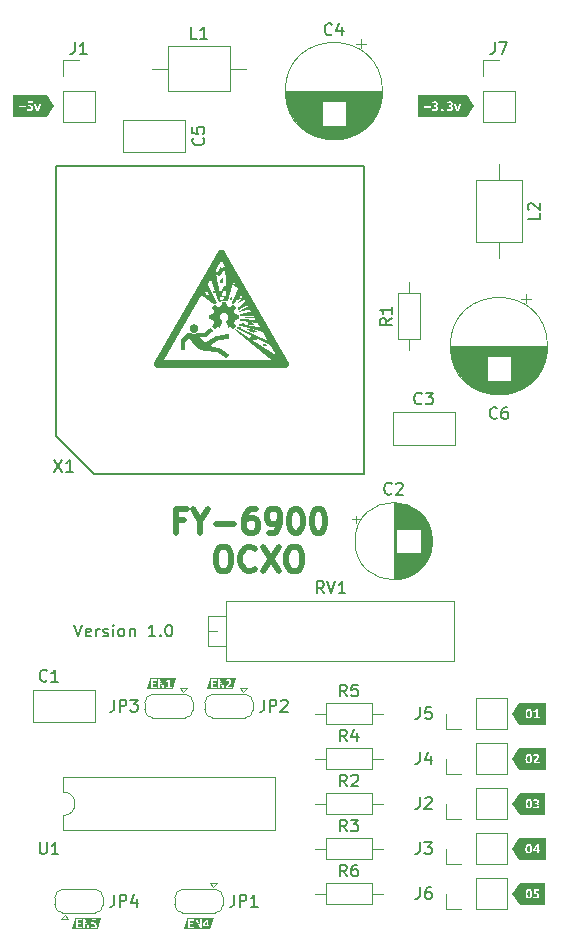
<source format=gbr>
%TF.GenerationSoftware,KiCad,Pcbnew,8.0.1*%
%TF.CreationDate,2024-04-07T15:16:42+02:00*%
%TF.ProjectId,fy6900-ocxo,66793639-3030-42d6-9f63-786f2e6b6963,rev?*%
%TF.SameCoordinates,Original*%
%TF.FileFunction,Legend,Top*%
%TF.FilePolarity,Positive*%
%FSLAX46Y46*%
G04 Gerber Fmt 4.6, Leading zero omitted, Abs format (unit mm)*
G04 Created by KiCad (PCBNEW 8.0.1) date 2024-04-07 15:16:42*
%MOMM*%
%LPD*%
G01*
G04 APERTURE LIST*
%ADD10C,0.500000*%
%ADD11C,0.200000*%
%ADD12C,0.150000*%
%ADD13C,0.000000*%
%ADD14C,0.120000*%
G04 APERTURE END LIST*
D10*
X122524047Y-112541675D02*
X121857380Y-112541675D01*
X121857380Y-113589294D02*
X121857380Y-111589294D01*
X121857380Y-111589294D02*
X122809761Y-111589294D01*
X123952618Y-112636913D02*
X123952618Y-113589294D01*
X123285952Y-111589294D02*
X123952618Y-112636913D01*
X123952618Y-112636913D02*
X124619285Y-111589294D01*
X125285952Y-112827389D02*
X126809762Y-112827389D01*
X128619285Y-111589294D02*
X128238332Y-111589294D01*
X128238332Y-111589294D02*
X128047856Y-111684532D01*
X128047856Y-111684532D02*
X127952618Y-111779770D01*
X127952618Y-111779770D02*
X127762142Y-112065484D01*
X127762142Y-112065484D02*
X127666904Y-112446436D01*
X127666904Y-112446436D02*
X127666904Y-113208341D01*
X127666904Y-113208341D02*
X127762142Y-113398817D01*
X127762142Y-113398817D02*
X127857380Y-113494056D01*
X127857380Y-113494056D02*
X128047856Y-113589294D01*
X128047856Y-113589294D02*
X128428809Y-113589294D01*
X128428809Y-113589294D02*
X128619285Y-113494056D01*
X128619285Y-113494056D02*
X128714523Y-113398817D01*
X128714523Y-113398817D02*
X128809761Y-113208341D01*
X128809761Y-113208341D02*
X128809761Y-112732151D01*
X128809761Y-112732151D02*
X128714523Y-112541675D01*
X128714523Y-112541675D02*
X128619285Y-112446436D01*
X128619285Y-112446436D02*
X128428809Y-112351198D01*
X128428809Y-112351198D02*
X128047856Y-112351198D01*
X128047856Y-112351198D02*
X127857380Y-112446436D01*
X127857380Y-112446436D02*
X127762142Y-112541675D01*
X127762142Y-112541675D02*
X127666904Y-112732151D01*
X129762142Y-113589294D02*
X130143094Y-113589294D01*
X130143094Y-113589294D02*
X130333571Y-113494056D01*
X130333571Y-113494056D02*
X130428809Y-113398817D01*
X130428809Y-113398817D02*
X130619285Y-113113103D01*
X130619285Y-113113103D02*
X130714523Y-112732151D01*
X130714523Y-112732151D02*
X130714523Y-111970246D01*
X130714523Y-111970246D02*
X130619285Y-111779770D01*
X130619285Y-111779770D02*
X130524047Y-111684532D01*
X130524047Y-111684532D02*
X130333571Y-111589294D01*
X130333571Y-111589294D02*
X129952618Y-111589294D01*
X129952618Y-111589294D02*
X129762142Y-111684532D01*
X129762142Y-111684532D02*
X129666904Y-111779770D01*
X129666904Y-111779770D02*
X129571666Y-111970246D01*
X129571666Y-111970246D02*
X129571666Y-112446436D01*
X129571666Y-112446436D02*
X129666904Y-112636913D01*
X129666904Y-112636913D02*
X129762142Y-112732151D01*
X129762142Y-112732151D02*
X129952618Y-112827389D01*
X129952618Y-112827389D02*
X130333571Y-112827389D01*
X130333571Y-112827389D02*
X130524047Y-112732151D01*
X130524047Y-112732151D02*
X130619285Y-112636913D01*
X130619285Y-112636913D02*
X130714523Y-112446436D01*
X131952618Y-111589294D02*
X132143095Y-111589294D01*
X132143095Y-111589294D02*
X132333571Y-111684532D01*
X132333571Y-111684532D02*
X132428809Y-111779770D01*
X132428809Y-111779770D02*
X132524047Y-111970246D01*
X132524047Y-111970246D02*
X132619285Y-112351198D01*
X132619285Y-112351198D02*
X132619285Y-112827389D01*
X132619285Y-112827389D02*
X132524047Y-113208341D01*
X132524047Y-113208341D02*
X132428809Y-113398817D01*
X132428809Y-113398817D02*
X132333571Y-113494056D01*
X132333571Y-113494056D02*
X132143095Y-113589294D01*
X132143095Y-113589294D02*
X131952618Y-113589294D01*
X131952618Y-113589294D02*
X131762142Y-113494056D01*
X131762142Y-113494056D02*
X131666904Y-113398817D01*
X131666904Y-113398817D02*
X131571666Y-113208341D01*
X131571666Y-113208341D02*
X131476428Y-112827389D01*
X131476428Y-112827389D02*
X131476428Y-112351198D01*
X131476428Y-112351198D02*
X131571666Y-111970246D01*
X131571666Y-111970246D02*
X131666904Y-111779770D01*
X131666904Y-111779770D02*
X131762142Y-111684532D01*
X131762142Y-111684532D02*
X131952618Y-111589294D01*
X133857380Y-111589294D02*
X134047857Y-111589294D01*
X134047857Y-111589294D02*
X134238333Y-111684532D01*
X134238333Y-111684532D02*
X134333571Y-111779770D01*
X134333571Y-111779770D02*
X134428809Y-111970246D01*
X134428809Y-111970246D02*
X134524047Y-112351198D01*
X134524047Y-112351198D02*
X134524047Y-112827389D01*
X134524047Y-112827389D02*
X134428809Y-113208341D01*
X134428809Y-113208341D02*
X134333571Y-113398817D01*
X134333571Y-113398817D02*
X134238333Y-113494056D01*
X134238333Y-113494056D02*
X134047857Y-113589294D01*
X134047857Y-113589294D02*
X133857380Y-113589294D01*
X133857380Y-113589294D02*
X133666904Y-113494056D01*
X133666904Y-113494056D02*
X133571666Y-113398817D01*
X133571666Y-113398817D02*
X133476428Y-113208341D01*
X133476428Y-113208341D02*
X133381190Y-112827389D01*
X133381190Y-112827389D02*
X133381190Y-112351198D01*
X133381190Y-112351198D02*
X133476428Y-111970246D01*
X133476428Y-111970246D02*
X133571666Y-111779770D01*
X133571666Y-111779770D02*
X133666904Y-111684532D01*
X133666904Y-111684532D02*
X133857380Y-111589294D01*
X125714523Y-114809182D02*
X126095476Y-114809182D01*
X126095476Y-114809182D02*
X126285952Y-114904420D01*
X126285952Y-114904420D02*
X126476428Y-115094896D01*
X126476428Y-115094896D02*
X126571666Y-115475848D01*
X126571666Y-115475848D02*
X126571666Y-116142515D01*
X126571666Y-116142515D02*
X126476428Y-116523467D01*
X126476428Y-116523467D02*
X126285952Y-116713944D01*
X126285952Y-116713944D02*
X126095476Y-116809182D01*
X126095476Y-116809182D02*
X125714523Y-116809182D01*
X125714523Y-116809182D02*
X125524047Y-116713944D01*
X125524047Y-116713944D02*
X125333571Y-116523467D01*
X125333571Y-116523467D02*
X125238333Y-116142515D01*
X125238333Y-116142515D02*
X125238333Y-115475848D01*
X125238333Y-115475848D02*
X125333571Y-115094896D01*
X125333571Y-115094896D02*
X125524047Y-114904420D01*
X125524047Y-114904420D02*
X125714523Y-114809182D01*
X128571666Y-116618705D02*
X128476428Y-116713944D01*
X128476428Y-116713944D02*
X128190714Y-116809182D01*
X128190714Y-116809182D02*
X128000238Y-116809182D01*
X128000238Y-116809182D02*
X127714523Y-116713944D01*
X127714523Y-116713944D02*
X127524047Y-116523467D01*
X127524047Y-116523467D02*
X127428809Y-116332991D01*
X127428809Y-116332991D02*
X127333571Y-115952039D01*
X127333571Y-115952039D02*
X127333571Y-115666324D01*
X127333571Y-115666324D02*
X127428809Y-115285372D01*
X127428809Y-115285372D02*
X127524047Y-115094896D01*
X127524047Y-115094896D02*
X127714523Y-114904420D01*
X127714523Y-114904420D02*
X128000238Y-114809182D01*
X128000238Y-114809182D02*
X128190714Y-114809182D01*
X128190714Y-114809182D02*
X128476428Y-114904420D01*
X128476428Y-114904420D02*
X128571666Y-114999658D01*
X129238333Y-114809182D02*
X130571666Y-116809182D01*
X130571666Y-114809182D02*
X129238333Y-116809182D01*
X131714523Y-114809182D02*
X132095476Y-114809182D01*
X132095476Y-114809182D02*
X132285952Y-114904420D01*
X132285952Y-114904420D02*
X132476428Y-115094896D01*
X132476428Y-115094896D02*
X132571666Y-115475848D01*
X132571666Y-115475848D02*
X132571666Y-116142515D01*
X132571666Y-116142515D02*
X132476428Y-116523467D01*
X132476428Y-116523467D02*
X132285952Y-116713944D01*
X132285952Y-116713944D02*
X132095476Y-116809182D01*
X132095476Y-116809182D02*
X131714523Y-116809182D01*
X131714523Y-116809182D02*
X131524047Y-116713944D01*
X131524047Y-116713944D02*
X131333571Y-116523467D01*
X131333571Y-116523467D02*
X131238333Y-116142515D01*
X131238333Y-116142515D02*
X131238333Y-115475848D01*
X131238333Y-115475848D02*
X131333571Y-115094896D01*
X131333571Y-115094896D02*
X131524047Y-114904420D01*
X131524047Y-114904420D02*
X131714523Y-114809182D01*
D11*
X113284524Y-121372219D02*
X113617857Y-122372219D01*
X113617857Y-122372219D02*
X113951190Y-121372219D01*
X114665476Y-122324600D02*
X114570238Y-122372219D01*
X114570238Y-122372219D02*
X114379762Y-122372219D01*
X114379762Y-122372219D02*
X114284524Y-122324600D01*
X114284524Y-122324600D02*
X114236905Y-122229361D01*
X114236905Y-122229361D02*
X114236905Y-121848409D01*
X114236905Y-121848409D02*
X114284524Y-121753171D01*
X114284524Y-121753171D02*
X114379762Y-121705552D01*
X114379762Y-121705552D02*
X114570238Y-121705552D01*
X114570238Y-121705552D02*
X114665476Y-121753171D01*
X114665476Y-121753171D02*
X114713095Y-121848409D01*
X114713095Y-121848409D02*
X114713095Y-121943647D01*
X114713095Y-121943647D02*
X114236905Y-122038885D01*
X115141667Y-122372219D02*
X115141667Y-121705552D01*
X115141667Y-121896028D02*
X115189286Y-121800790D01*
X115189286Y-121800790D02*
X115236905Y-121753171D01*
X115236905Y-121753171D02*
X115332143Y-121705552D01*
X115332143Y-121705552D02*
X115427381Y-121705552D01*
X115713096Y-122324600D02*
X115808334Y-122372219D01*
X115808334Y-122372219D02*
X115998810Y-122372219D01*
X115998810Y-122372219D02*
X116094048Y-122324600D01*
X116094048Y-122324600D02*
X116141667Y-122229361D01*
X116141667Y-122229361D02*
X116141667Y-122181742D01*
X116141667Y-122181742D02*
X116094048Y-122086504D01*
X116094048Y-122086504D02*
X115998810Y-122038885D01*
X115998810Y-122038885D02*
X115855953Y-122038885D01*
X115855953Y-122038885D02*
X115760715Y-121991266D01*
X115760715Y-121991266D02*
X115713096Y-121896028D01*
X115713096Y-121896028D02*
X115713096Y-121848409D01*
X115713096Y-121848409D02*
X115760715Y-121753171D01*
X115760715Y-121753171D02*
X115855953Y-121705552D01*
X115855953Y-121705552D02*
X115998810Y-121705552D01*
X115998810Y-121705552D02*
X116094048Y-121753171D01*
X116570239Y-122372219D02*
X116570239Y-121705552D01*
X116570239Y-121372219D02*
X116522620Y-121419838D01*
X116522620Y-121419838D02*
X116570239Y-121467457D01*
X116570239Y-121467457D02*
X116617858Y-121419838D01*
X116617858Y-121419838D02*
X116570239Y-121372219D01*
X116570239Y-121372219D02*
X116570239Y-121467457D01*
X117189286Y-122372219D02*
X117094048Y-122324600D01*
X117094048Y-122324600D02*
X117046429Y-122276980D01*
X117046429Y-122276980D02*
X116998810Y-122181742D01*
X116998810Y-122181742D02*
X116998810Y-121896028D01*
X116998810Y-121896028D02*
X117046429Y-121800790D01*
X117046429Y-121800790D02*
X117094048Y-121753171D01*
X117094048Y-121753171D02*
X117189286Y-121705552D01*
X117189286Y-121705552D02*
X117332143Y-121705552D01*
X117332143Y-121705552D02*
X117427381Y-121753171D01*
X117427381Y-121753171D02*
X117475000Y-121800790D01*
X117475000Y-121800790D02*
X117522619Y-121896028D01*
X117522619Y-121896028D02*
X117522619Y-122181742D01*
X117522619Y-122181742D02*
X117475000Y-122276980D01*
X117475000Y-122276980D02*
X117427381Y-122324600D01*
X117427381Y-122324600D02*
X117332143Y-122372219D01*
X117332143Y-122372219D02*
X117189286Y-122372219D01*
X117951191Y-121705552D02*
X117951191Y-122372219D01*
X117951191Y-121800790D02*
X117998810Y-121753171D01*
X117998810Y-121753171D02*
X118094048Y-121705552D01*
X118094048Y-121705552D02*
X118236905Y-121705552D01*
X118236905Y-121705552D02*
X118332143Y-121753171D01*
X118332143Y-121753171D02*
X118379762Y-121848409D01*
X118379762Y-121848409D02*
X118379762Y-122372219D01*
X120141667Y-122372219D02*
X119570239Y-122372219D01*
X119855953Y-122372219D02*
X119855953Y-121372219D01*
X119855953Y-121372219D02*
X119760715Y-121515076D01*
X119760715Y-121515076D02*
X119665477Y-121610314D01*
X119665477Y-121610314D02*
X119570239Y-121657933D01*
X120570239Y-122276980D02*
X120617858Y-122324600D01*
X120617858Y-122324600D02*
X120570239Y-122372219D01*
X120570239Y-122372219D02*
X120522620Y-122324600D01*
X120522620Y-122324600D02*
X120570239Y-122276980D01*
X120570239Y-122276980D02*
X120570239Y-122372219D01*
X121236905Y-121372219D02*
X121332143Y-121372219D01*
X121332143Y-121372219D02*
X121427381Y-121419838D01*
X121427381Y-121419838D02*
X121475000Y-121467457D01*
X121475000Y-121467457D02*
X121522619Y-121562695D01*
X121522619Y-121562695D02*
X121570238Y-121753171D01*
X121570238Y-121753171D02*
X121570238Y-121991266D01*
X121570238Y-121991266D02*
X121522619Y-122181742D01*
X121522619Y-122181742D02*
X121475000Y-122276980D01*
X121475000Y-122276980D02*
X121427381Y-122324600D01*
X121427381Y-122324600D02*
X121332143Y-122372219D01*
X121332143Y-122372219D02*
X121236905Y-122372219D01*
X121236905Y-122372219D02*
X121141667Y-122324600D01*
X121141667Y-122324600D02*
X121094048Y-122276980D01*
X121094048Y-122276980D02*
X121046429Y-122181742D01*
X121046429Y-122181742D02*
X120998810Y-121991266D01*
X120998810Y-121991266D02*
X120998810Y-121753171D01*
X120998810Y-121753171D02*
X121046429Y-121562695D01*
X121046429Y-121562695D02*
X121094048Y-121467457D01*
X121094048Y-121467457D02*
X121141667Y-121419838D01*
X121141667Y-121419838D02*
X121236905Y-121372219D01*
D12*
X124184580Y-80176666D02*
X124232200Y-80224285D01*
X124232200Y-80224285D02*
X124279819Y-80367142D01*
X124279819Y-80367142D02*
X124279819Y-80462380D01*
X124279819Y-80462380D02*
X124232200Y-80605237D01*
X124232200Y-80605237D02*
X124136961Y-80700475D01*
X124136961Y-80700475D02*
X124041723Y-80748094D01*
X124041723Y-80748094D02*
X123851247Y-80795713D01*
X123851247Y-80795713D02*
X123708390Y-80795713D01*
X123708390Y-80795713D02*
X123517914Y-80748094D01*
X123517914Y-80748094D02*
X123422676Y-80700475D01*
X123422676Y-80700475D02*
X123327438Y-80605237D01*
X123327438Y-80605237D02*
X123279819Y-80462380D01*
X123279819Y-80462380D02*
X123279819Y-80367142D01*
X123279819Y-80367142D02*
X123327438Y-80224285D01*
X123327438Y-80224285D02*
X123375057Y-80176666D01*
X123279819Y-79271904D02*
X123279819Y-79748094D01*
X123279819Y-79748094D02*
X123756009Y-79795713D01*
X123756009Y-79795713D02*
X123708390Y-79748094D01*
X123708390Y-79748094D02*
X123660771Y-79652856D01*
X123660771Y-79652856D02*
X123660771Y-79414761D01*
X123660771Y-79414761D02*
X123708390Y-79319523D01*
X123708390Y-79319523D02*
X123756009Y-79271904D01*
X123756009Y-79271904D02*
X123851247Y-79224285D01*
X123851247Y-79224285D02*
X124089342Y-79224285D01*
X124089342Y-79224285D02*
X124184580Y-79271904D01*
X124184580Y-79271904D02*
X124232200Y-79319523D01*
X124232200Y-79319523D02*
X124279819Y-79414761D01*
X124279819Y-79414761D02*
X124279819Y-79652856D01*
X124279819Y-79652856D02*
X124232200Y-79748094D01*
X124232200Y-79748094D02*
X124184580Y-79795713D01*
X123658333Y-71749819D02*
X123182143Y-71749819D01*
X123182143Y-71749819D02*
X123182143Y-70749819D01*
X124515476Y-71749819D02*
X123944048Y-71749819D01*
X124229762Y-71749819D02*
X124229762Y-70749819D01*
X124229762Y-70749819D02*
X124134524Y-70892676D01*
X124134524Y-70892676D02*
X124039286Y-70987914D01*
X124039286Y-70987914D02*
X123944048Y-71035533D01*
X136363333Y-127439819D02*
X136030000Y-126963628D01*
X135791905Y-127439819D02*
X135791905Y-126439819D01*
X135791905Y-126439819D02*
X136172857Y-126439819D01*
X136172857Y-126439819D02*
X136268095Y-126487438D01*
X136268095Y-126487438D02*
X136315714Y-126535057D01*
X136315714Y-126535057D02*
X136363333Y-126630295D01*
X136363333Y-126630295D02*
X136363333Y-126773152D01*
X136363333Y-126773152D02*
X136315714Y-126868390D01*
X136315714Y-126868390D02*
X136268095Y-126916009D01*
X136268095Y-126916009D02*
X136172857Y-126963628D01*
X136172857Y-126963628D02*
X135791905Y-126963628D01*
X137268095Y-126439819D02*
X136791905Y-126439819D01*
X136791905Y-126439819D02*
X136744286Y-126916009D01*
X136744286Y-126916009D02*
X136791905Y-126868390D01*
X136791905Y-126868390D02*
X136887143Y-126820771D01*
X136887143Y-126820771D02*
X137125238Y-126820771D01*
X137125238Y-126820771D02*
X137220476Y-126868390D01*
X137220476Y-126868390D02*
X137268095Y-126916009D01*
X137268095Y-126916009D02*
X137315714Y-127011247D01*
X137315714Y-127011247D02*
X137315714Y-127249342D01*
X137315714Y-127249342D02*
X137268095Y-127344580D01*
X137268095Y-127344580D02*
X137220476Y-127392200D01*
X137220476Y-127392200D02*
X137125238Y-127439819D01*
X137125238Y-127439819D02*
X136887143Y-127439819D01*
X136887143Y-127439819D02*
X136791905Y-127392200D01*
X136791905Y-127392200D02*
X136744286Y-127344580D01*
X136363333Y-142679819D02*
X136030000Y-142203628D01*
X135791905Y-142679819D02*
X135791905Y-141679819D01*
X135791905Y-141679819D02*
X136172857Y-141679819D01*
X136172857Y-141679819D02*
X136268095Y-141727438D01*
X136268095Y-141727438D02*
X136315714Y-141775057D01*
X136315714Y-141775057D02*
X136363333Y-141870295D01*
X136363333Y-141870295D02*
X136363333Y-142013152D01*
X136363333Y-142013152D02*
X136315714Y-142108390D01*
X136315714Y-142108390D02*
X136268095Y-142156009D01*
X136268095Y-142156009D02*
X136172857Y-142203628D01*
X136172857Y-142203628D02*
X135791905Y-142203628D01*
X137220476Y-141679819D02*
X137030000Y-141679819D01*
X137030000Y-141679819D02*
X136934762Y-141727438D01*
X136934762Y-141727438D02*
X136887143Y-141775057D01*
X136887143Y-141775057D02*
X136791905Y-141917914D01*
X136791905Y-141917914D02*
X136744286Y-142108390D01*
X136744286Y-142108390D02*
X136744286Y-142489342D01*
X136744286Y-142489342D02*
X136791905Y-142584580D01*
X136791905Y-142584580D02*
X136839524Y-142632200D01*
X136839524Y-142632200D02*
X136934762Y-142679819D01*
X136934762Y-142679819D02*
X137125238Y-142679819D01*
X137125238Y-142679819D02*
X137220476Y-142632200D01*
X137220476Y-142632200D02*
X137268095Y-142584580D01*
X137268095Y-142584580D02*
X137315714Y-142489342D01*
X137315714Y-142489342D02*
X137315714Y-142251247D01*
X137315714Y-142251247D02*
X137268095Y-142156009D01*
X137268095Y-142156009D02*
X137220476Y-142108390D01*
X137220476Y-142108390D02*
X137125238Y-142060771D01*
X137125238Y-142060771D02*
X136934762Y-142060771D01*
X136934762Y-142060771D02*
X136839524Y-142108390D01*
X136839524Y-142108390D02*
X136791905Y-142156009D01*
X136791905Y-142156009D02*
X136744286Y-142251247D01*
X134409761Y-118709819D02*
X134076428Y-118233628D01*
X133838333Y-118709819D02*
X133838333Y-117709819D01*
X133838333Y-117709819D02*
X134219285Y-117709819D01*
X134219285Y-117709819D02*
X134314523Y-117757438D01*
X134314523Y-117757438D02*
X134362142Y-117805057D01*
X134362142Y-117805057D02*
X134409761Y-117900295D01*
X134409761Y-117900295D02*
X134409761Y-118043152D01*
X134409761Y-118043152D02*
X134362142Y-118138390D01*
X134362142Y-118138390D02*
X134314523Y-118186009D01*
X134314523Y-118186009D02*
X134219285Y-118233628D01*
X134219285Y-118233628D02*
X133838333Y-118233628D01*
X134695476Y-117709819D02*
X135028809Y-118709819D01*
X135028809Y-118709819D02*
X135362142Y-117709819D01*
X136219285Y-118709819D02*
X135647857Y-118709819D01*
X135933571Y-118709819D02*
X135933571Y-117709819D01*
X135933571Y-117709819D02*
X135838333Y-117852676D01*
X135838333Y-117852676D02*
X135743095Y-117947914D01*
X135743095Y-117947914D02*
X135647857Y-117995533D01*
X142541666Y-128359819D02*
X142541666Y-129074104D01*
X142541666Y-129074104D02*
X142494047Y-129216961D01*
X142494047Y-129216961D02*
X142398809Y-129312200D01*
X142398809Y-129312200D02*
X142255952Y-129359819D01*
X142255952Y-129359819D02*
X142160714Y-129359819D01*
X143494047Y-128359819D02*
X143017857Y-128359819D01*
X143017857Y-128359819D02*
X142970238Y-128836009D01*
X142970238Y-128836009D02*
X143017857Y-128788390D01*
X143017857Y-128788390D02*
X143113095Y-128740771D01*
X143113095Y-128740771D02*
X143351190Y-128740771D01*
X143351190Y-128740771D02*
X143446428Y-128788390D01*
X143446428Y-128788390D02*
X143494047Y-128836009D01*
X143494047Y-128836009D02*
X143541666Y-128931247D01*
X143541666Y-128931247D02*
X143541666Y-129169342D01*
X143541666Y-129169342D02*
X143494047Y-129264580D01*
X143494047Y-129264580D02*
X143446428Y-129312200D01*
X143446428Y-129312200D02*
X143351190Y-129359819D01*
X143351190Y-129359819D02*
X143113095Y-129359819D01*
X143113095Y-129359819D02*
X143017857Y-129312200D01*
X143017857Y-129312200D02*
X142970238Y-129264580D01*
X116646666Y-127724819D02*
X116646666Y-128439104D01*
X116646666Y-128439104D02*
X116599047Y-128581961D01*
X116599047Y-128581961D02*
X116503809Y-128677200D01*
X116503809Y-128677200D02*
X116360952Y-128724819D01*
X116360952Y-128724819D02*
X116265714Y-128724819D01*
X117122857Y-128724819D02*
X117122857Y-127724819D01*
X117122857Y-127724819D02*
X117503809Y-127724819D01*
X117503809Y-127724819D02*
X117599047Y-127772438D01*
X117599047Y-127772438D02*
X117646666Y-127820057D01*
X117646666Y-127820057D02*
X117694285Y-127915295D01*
X117694285Y-127915295D02*
X117694285Y-128058152D01*
X117694285Y-128058152D02*
X117646666Y-128153390D01*
X117646666Y-128153390D02*
X117599047Y-128201009D01*
X117599047Y-128201009D02*
X117503809Y-128248628D01*
X117503809Y-128248628D02*
X117122857Y-128248628D01*
X118027619Y-127724819D02*
X118646666Y-127724819D01*
X118646666Y-127724819D02*
X118313333Y-128105771D01*
X118313333Y-128105771D02*
X118456190Y-128105771D01*
X118456190Y-128105771D02*
X118551428Y-128153390D01*
X118551428Y-128153390D02*
X118599047Y-128201009D01*
X118599047Y-128201009D02*
X118646666Y-128296247D01*
X118646666Y-128296247D02*
X118646666Y-128534342D01*
X118646666Y-128534342D02*
X118599047Y-128629580D01*
X118599047Y-128629580D02*
X118551428Y-128677200D01*
X118551428Y-128677200D02*
X118456190Y-128724819D01*
X118456190Y-128724819D02*
X118170476Y-128724819D01*
X118170476Y-128724819D02*
X118075238Y-128677200D01*
X118075238Y-128677200D02*
X118027619Y-128629580D01*
X113331666Y-72054819D02*
X113331666Y-72769104D01*
X113331666Y-72769104D02*
X113284047Y-72911961D01*
X113284047Y-72911961D02*
X113188809Y-73007200D01*
X113188809Y-73007200D02*
X113045952Y-73054819D01*
X113045952Y-73054819D02*
X112950714Y-73054819D01*
X114331666Y-73054819D02*
X113760238Y-73054819D01*
X114045952Y-73054819D02*
X114045952Y-72054819D01*
X114045952Y-72054819D02*
X113950714Y-72197676D01*
X113950714Y-72197676D02*
X113855476Y-72292914D01*
X113855476Y-72292914D02*
X113760238Y-72340533D01*
X129346666Y-127724819D02*
X129346666Y-128439104D01*
X129346666Y-128439104D02*
X129299047Y-128581961D01*
X129299047Y-128581961D02*
X129203809Y-128677200D01*
X129203809Y-128677200D02*
X129060952Y-128724819D01*
X129060952Y-128724819D02*
X128965714Y-128724819D01*
X129822857Y-128724819D02*
X129822857Y-127724819D01*
X129822857Y-127724819D02*
X130203809Y-127724819D01*
X130203809Y-127724819D02*
X130299047Y-127772438D01*
X130299047Y-127772438D02*
X130346666Y-127820057D01*
X130346666Y-127820057D02*
X130394285Y-127915295D01*
X130394285Y-127915295D02*
X130394285Y-128058152D01*
X130394285Y-128058152D02*
X130346666Y-128153390D01*
X130346666Y-128153390D02*
X130299047Y-128201009D01*
X130299047Y-128201009D02*
X130203809Y-128248628D01*
X130203809Y-128248628D02*
X129822857Y-128248628D01*
X130775238Y-127820057D02*
X130822857Y-127772438D01*
X130822857Y-127772438D02*
X130918095Y-127724819D01*
X130918095Y-127724819D02*
X131156190Y-127724819D01*
X131156190Y-127724819D02*
X131251428Y-127772438D01*
X131251428Y-127772438D02*
X131299047Y-127820057D01*
X131299047Y-127820057D02*
X131346666Y-127915295D01*
X131346666Y-127915295D02*
X131346666Y-128010533D01*
X131346666Y-128010533D02*
X131299047Y-128153390D01*
X131299047Y-128153390D02*
X130727619Y-128724819D01*
X130727619Y-128724819D02*
X131346666Y-128724819D01*
X116646666Y-144234819D02*
X116646666Y-144949104D01*
X116646666Y-144949104D02*
X116599047Y-145091961D01*
X116599047Y-145091961D02*
X116503809Y-145187200D01*
X116503809Y-145187200D02*
X116360952Y-145234819D01*
X116360952Y-145234819D02*
X116265714Y-145234819D01*
X117122857Y-145234819D02*
X117122857Y-144234819D01*
X117122857Y-144234819D02*
X117503809Y-144234819D01*
X117503809Y-144234819D02*
X117599047Y-144282438D01*
X117599047Y-144282438D02*
X117646666Y-144330057D01*
X117646666Y-144330057D02*
X117694285Y-144425295D01*
X117694285Y-144425295D02*
X117694285Y-144568152D01*
X117694285Y-144568152D02*
X117646666Y-144663390D01*
X117646666Y-144663390D02*
X117599047Y-144711009D01*
X117599047Y-144711009D02*
X117503809Y-144758628D01*
X117503809Y-144758628D02*
X117122857Y-144758628D01*
X118551428Y-144568152D02*
X118551428Y-145234819D01*
X118313333Y-144187200D02*
X118075238Y-144901485D01*
X118075238Y-144901485D02*
X118694285Y-144901485D01*
X136363333Y-138869819D02*
X136030000Y-138393628D01*
X135791905Y-138869819D02*
X135791905Y-137869819D01*
X135791905Y-137869819D02*
X136172857Y-137869819D01*
X136172857Y-137869819D02*
X136268095Y-137917438D01*
X136268095Y-137917438D02*
X136315714Y-137965057D01*
X136315714Y-137965057D02*
X136363333Y-138060295D01*
X136363333Y-138060295D02*
X136363333Y-138203152D01*
X136363333Y-138203152D02*
X136315714Y-138298390D01*
X136315714Y-138298390D02*
X136268095Y-138346009D01*
X136268095Y-138346009D02*
X136172857Y-138393628D01*
X136172857Y-138393628D02*
X135791905Y-138393628D01*
X136696667Y-137869819D02*
X137315714Y-137869819D01*
X137315714Y-137869819D02*
X136982381Y-138250771D01*
X136982381Y-138250771D02*
X137125238Y-138250771D01*
X137125238Y-138250771D02*
X137220476Y-138298390D01*
X137220476Y-138298390D02*
X137268095Y-138346009D01*
X137268095Y-138346009D02*
X137315714Y-138441247D01*
X137315714Y-138441247D02*
X137315714Y-138679342D01*
X137315714Y-138679342D02*
X137268095Y-138774580D01*
X137268095Y-138774580D02*
X137220476Y-138822200D01*
X137220476Y-138822200D02*
X137125238Y-138869819D01*
X137125238Y-138869819D02*
X136839524Y-138869819D01*
X136839524Y-138869819D02*
X136744286Y-138822200D01*
X136744286Y-138822200D02*
X136696667Y-138774580D01*
X142688333Y-102634580D02*
X142640714Y-102682200D01*
X142640714Y-102682200D02*
X142497857Y-102729819D01*
X142497857Y-102729819D02*
X142402619Y-102729819D01*
X142402619Y-102729819D02*
X142259762Y-102682200D01*
X142259762Y-102682200D02*
X142164524Y-102586961D01*
X142164524Y-102586961D02*
X142116905Y-102491723D01*
X142116905Y-102491723D02*
X142069286Y-102301247D01*
X142069286Y-102301247D02*
X142069286Y-102158390D01*
X142069286Y-102158390D02*
X142116905Y-101967914D01*
X142116905Y-101967914D02*
X142164524Y-101872676D01*
X142164524Y-101872676D02*
X142259762Y-101777438D01*
X142259762Y-101777438D02*
X142402619Y-101729819D01*
X142402619Y-101729819D02*
X142497857Y-101729819D01*
X142497857Y-101729819D02*
X142640714Y-101777438D01*
X142640714Y-101777438D02*
X142688333Y-101825057D01*
X143021667Y-101729819D02*
X143640714Y-101729819D01*
X143640714Y-101729819D02*
X143307381Y-102110771D01*
X143307381Y-102110771D02*
X143450238Y-102110771D01*
X143450238Y-102110771D02*
X143545476Y-102158390D01*
X143545476Y-102158390D02*
X143593095Y-102206009D01*
X143593095Y-102206009D02*
X143640714Y-102301247D01*
X143640714Y-102301247D02*
X143640714Y-102539342D01*
X143640714Y-102539342D02*
X143593095Y-102634580D01*
X143593095Y-102634580D02*
X143545476Y-102682200D01*
X143545476Y-102682200D02*
X143450238Y-102729819D01*
X143450238Y-102729819D02*
X143164524Y-102729819D01*
X143164524Y-102729819D02*
X143069286Y-102682200D01*
X143069286Y-102682200D02*
X143021667Y-102634580D01*
X142541666Y-135979819D02*
X142541666Y-136694104D01*
X142541666Y-136694104D02*
X142494047Y-136836961D01*
X142494047Y-136836961D02*
X142398809Y-136932200D01*
X142398809Y-136932200D02*
X142255952Y-136979819D01*
X142255952Y-136979819D02*
X142160714Y-136979819D01*
X142970238Y-136075057D02*
X143017857Y-136027438D01*
X143017857Y-136027438D02*
X143113095Y-135979819D01*
X143113095Y-135979819D02*
X143351190Y-135979819D01*
X143351190Y-135979819D02*
X143446428Y-136027438D01*
X143446428Y-136027438D02*
X143494047Y-136075057D01*
X143494047Y-136075057D02*
X143541666Y-136170295D01*
X143541666Y-136170295D02*
X143541666Y-136265533D01*
X143541666Y-136265533D02*
X143494047Y-136408390D01*
X143494047Y-136408390D02*
X142922619Y-136979819D01*
X142922619Y-136979819D02*
X143541666Y-136979819D01*
X142541666Y-132169819D02*
X142541666Y-132884104D01*
X142541666Y-132884104D02*
X142494047Y-133026961D01*
X142494047Y-133026961D02*
X142398809Y-133122200D01*
X142398809Y-133122200D02*
X142255952Y-133169819D01*
X142255952Y-133169819D02*
X142160714Y-133169819D01*
X143446428Y-132503152D02*
X143446428Y-133169819D01*
X143208333Y-132122200D02*
X142970238Y-132836485D01*
X142970238Y-132836485D02*
X143589285Y-132836485D01*
X111585476Y-107404819D02*
X112252142Y-108404819D01*
X112252142Y-107404819D02*
X111585476Y-108404819D01*
X113156904Y-108404819D02*
X112585476Y-108404819D01*
X112871190Y-108404819D02*
X112871190Y-107404819D01*
X112871190Y-107404819D02*
X112775952Y-107547676D01*
X112775952Y-107547676D02*
X112680714Y-107642914D01*
X112680714Y-107642914D02*
X112585476Y-107690533D01*
X140148333Y-110259580D02*
X140100714Y-110307200D01*
X140100714Y-110307200D02*
X139957857Y-110354819D01*
X139957857Y-110354819D02*
X139862619Y-110354819D01*
X139862619Y-110354819D02*
X139719762Y-110307200D01*
X139719762Y-110307200D02*
X139624524Y-110211961D01*
X139624524Y-110211961D02*
X139576905Y-110116723D01*
X139576905Y-110116723D02*
X139529286Y-109926247D01*
X139529286Y-109926247D02*
X139529286Y-109783390D01*
X139529286Y-109783390D02*
X139576905Y-109592914D01*
X139576905Y-109592914D02*
X139624524Y-109497676D01*
X139624524Y-109497676D02*
X139719762Y-109402438D01*
X139719762Y-109402438D02*
X139862619Y-109354819D01*
X139862619Y-109354819D02*
X139957857Y-109354819D01*
X139957857Y-109354819D02*
X140100714Y-109402438D01*
X140100714Y-109402438D02*
X140148333Y-109450057D01*
X140529286Y-109450057D02*
X140576905Y-109402438D01*
X140576905Y-109402438D02*
X140672143Y-109354819D01*
X140672143Y-109354819D02*
X140910238Y-109354819D01*
X140910238Y-109354819D02*
X141005476Y-109402438D01*
X141005476Y-109402438D02*
X141053095Y-109450057D01*
X141053095Y-109450057D02*
X141100714Y-109545295D01*
X141100714Y-109545295D02*
X141100714Y-109640533D01*
X141100714Y-109640533D02*
X141053095Y-109783390D01*
X141053095Y-109783390D02*
X140481667Y-110354819D01*
X140481667Y-110354819D02*
X141100714Y-110354819D01*
X148891666Y-72054819D02*
X148891666Y-72769104D01*
X148891666Y-72769104D02*
X148844047Y-72911961D01*
X148844047Y-72911961D02*
X148748809Y-73007200D01*
X148748809Y-73007200D02*
X148605952Y-73054819D01*
X148605952Y-73054819D02*
X148510714Y-73054819D01*
X149272619Y-72054819D02*
X149939285Y-72054819D01*
X149939285Y-72054819D02*
X149510714Y-73054819D01*
X110958333Y-126089580D02*
X110910714Y-126137200D01*
X110910714Y-126137200D02*
X110767857Y-126184819D01*
X110767857Y-126184819D02*
X110672619Y-126184819D01*
X110672619Y-126184819D02*
X110529762Y-126137200D01*
X110529762Y-126137200D02*
X110434524Y-126041961D01*
X110434524Y-126041961D02*
X110386905Y-125946723D01*
X110386905Y-125946723D02*
X110339286Y-125756247D01*
X110339286Y-125756247D02*
X110339286Y-125613390D01*
X110339286Y-125613390D02*
X110386905Y-125422914D01*
X110386905Y-125422914D02*
X110434524Y-125327676D01*
X110434524Y-125327676D02*
X110529762Y-125232438D01*
X110529762Y-125232438D02*
X110672619Y-125184819D01*
X110672619Y-125184819D02*
X110767857Y-125184819D01*
X110767857Y-125184819D02*
X110910714Y-125232438D01*
X110910714Y-125232438D02*
X110958333Y-125280057D01*
X111910714Y-126184819D02*
X111339286Y-126184819D01*
X111625000Y-126184819D02*
X111625000Y-125184819D01*
X111625000Y-125184819D02*
X111529762Y-125327676D01*
X111529762Y-125327676D02*
X111434524Y-125422914D01*
X111434524Y-125422914D02*
X111339286Y-125470533D01*
X136363333Y-131249819D02*
X136030000Y-130773628D01*
X135791905Y-131249819D02*
X135791905Y-130249819D01*
X135791905Y-130249819D02*
X136172857Y-130249819D01*
X136172857Y-130249819D02*
X136268095Y-130297438D01*
X136268095Y-130297438D02*
X136315714Y-130345057D01*
X136315714Y-130345057D02*
X136363333Y-130440295D01*
X136363333Y-130440295D02*
X136363333Y-130583152D01*
X136363333Y-130583152D02*
X136315714Y-130678390D01*
X136315714Y-130678390D02*
X136268095Y-130726009D01*
X136268095Y-130726009D02*
X136172857Y-130773628D01*
X136172857Y-130773628D02*
X135791905Y-130773628D01*
X137220476Y-130583152D02*
X137220476Y-131249819D01*
X136982381Y-130202200D02*
X136744286Y-130916485D01*
X136744286Y-130916485D02*
X137363333Y-130916485D01*
X135088333Y-71377231D02*
X135040714Y-71424851D01*
X135040714Y-71424851D02*
X134897857Y-71472470D01*
X134897857Y-71472470D02*
X134802619Y-71472470D01*
X134802619Y-71472470D02*
X134659762Y-71424851D01*
X134659762Y-71424851D02*
X134564524Y-71329612D01*
X134564524Y-71329612D02*
X134516905Y-71234374D01*
X134516905Y-71234374D02*
X134469286Y-71043898D01*
X134469286Y-71043898D02*
X134469286Y-70901041D01*
X134469286Y-70901041D02*
X134516905Y-70710565D01*
X134516905Y-70710565D02*
X134564524Y-70615327D01*
X134564524Y-70615327D02*
X134659762Y-70520089D01*
X134659762Y-70520089D02*
X134802619Y-70472470D01*
X134802619Y-70472470D02*
X134897857Y-70472470D01*
X134897857Y-70472470D02*
X135040714Y-70520089D01*
X135040714Y-70520089D02*
X135088333Y-70567708D01*
X135945476Y-70805803D02*
X135945476Y-71472470D01*
X135707381Y-70424851D02*
X135469286Y-71139136D01*
X135469286Y-71139136D02*
X136088333Y-71139136D01*
X149058333Y-103864580D02*
X149010714Y-103912200D01*
X149010714Y-103912200D02*
X148867857Y-103959819D01*
X148867857Y-103959819D02*
X148772619Y-103959819D01*
X148772619Y-103959819D02*
X148629762Y-103912200D01*
X148629762Y-103912200D02*
X148534524Y-103816961D01*
X148534524Y-103816961D02*
X148486905Y-103721723D01*
X148486905Y-103721723D02*
X148439286Y-103531247D01*
X148439286Y-103531247D02*
X148439286Y-103388390D01*
X148439286Y-103388390D02*
X148486905Y-103197914D01*
X148486905Y-103197914D02*
X148534524Y-103102676D01*
X148534524Y-103102676D02*
X148629762Y-103007438D01*
X148629762Y-103007438D02*
X148772619Y-102959819D01*
X148772619Y-102959819D02*
X148867857Y-102959819D01*
X148867857Y-102959819D02*
X149010714Y-103007438D01*
X149010714Y-103007438D02*
X149058333Y-103055057D01*
X149915476Y-102959819D02*
X149725000Y-102959819D01*
X149725000Y-102959819D02*
X149629762Y-103007438D01*
X149629762Y-103007438D02*
X149582143Y-103055057D01*
X149582143Y-103055057D02*
X149486905Y-103197914D01*
X149486905Y-103197914D02*
X149439286Y-103388390D01*
X149439286Y-103388390D02*
X149439286Y-103769342D01*
X149439286Y-103769342D02*
X149486905Y-103864580D01*
X149486905Y-103864580D02*
X149534524Y-103912200D01*
X149534524Y-103912200D02*
X149629762Y-103959819D01*
X149629762Y-103959819D02*
X149820238Y-103959819D01*
X149820238Y-103959819D02*
X149915476Y-103912200D01*
X149915476Y-103912200D02*
X149963095Y-103864580D01*
X149963095Y-103864580D02*
X150010714Y-103769342D01*
X150010714Y-103769342D02*
X150010714Y-103531247D01*
X150010714Y-103531247D02*
X149963095Y-103436009D01*
X149963095Y-103436009D02*
X149915476Y-103388390D01*
X149915476Y-103388390D02*
X149820238Y-103340771D01*
X149820238Y-103340771D02*
X149629762Y-103340771D01*
X149629762Y-103340771D02*
X149534524Y-103388390D01*
X149534524Y-103388390D02*
X149486905Y-103436009D01*
X149486905Y-103436009D02*
X149439286Y-103531247D01*
X136363333Y-135059819D02*
X136030000Y-134583628D01*
X135791905Y-135059819D02*
X135791905Y-134059819D01*
X135791905Y-134059819D02*
X136172857Y-134059819D01*
X136172857Y-134059819D02*
X136268095Y-134107438D01*
X136268095Y-134107438D02*
X136315714Y-134155057D01*
X136315714Y-134155057D02*
X136363333Y-134250295D01*
X136363333Y-134250295D02*
X136363333Y-134393152D01*
X136363333Y-134393152D02*
X136315714Y-134488390D01*
X136315714Y-134488390D02*
X136268095Y-134536009D01*
X136268095Y-134536009D02*
X136172857Y-134583628D01*
X136172857Y-134583628D02*
X135791905Y-134583628D01*
X136744286Y-134155057D02*
X136791905Y-134107438D01*
X136791905Y-134107438D02*
X136887143Y-134059819D01*
X136887143Y-134059819D02*
X137125238Y-134059819D01*
X137125238Y-134059819D02*
X137220476Y-134107438D01*
X137220476Y-134107438D02*
X137268095Y-134155057D01*
X137268095Y-134155057D02*
X137315714Y-134250295D01*
X137315714Y-134250295D02*
X137315714Y-134345533D01*
X137315714Y-134345533D02*
X137268095Y-134488390D01*
X137268095Y-134488390D02*
X136696667Y-135059819D01*
X136696667Y-135059819D02*
X137315714Y-135059819D01*
X126806666Y-144234819D02*
X126806666Y-144949104D01*
X126806666Y-144949104D02*
X126759047Y-145091961D01*
X126759047Y-145091961D02*
X126663809Y-145187200D01*
X126663809Y-145187200D02*
X126520952Y-145234819D01*
X126520952Y-145234819D02*
X126425714Y-145234819D01*
X127282857Y-145234819D02*
X127282857Y-144234819D01*
X127282857Y-144234819D02*
X127663809Y-144234819D01*
X127663809Y-144234819D02*
X127759047Y-144282438D01*
X127759047Y-144282438D02*
X127806666Y-144330057D01*
X127806666Y-144330057D02*
X127854285Y-144425295D01*
X127854285Y-144425295D02*
X127854285Y-144568152D01*
X127854285Y-144568152D02*
X127806666Y-144663390D01*
X127806666Y-144663390D02*
X127759047Y-144711009D01*
X127759047Y-144711009D02*
X127663809Y-144758628D01*
X127663809Y-144758628D02*
X127282857Y-144758628D01*
X128806666Y-145234819D02*
X128235238Y-145234819D01*
X128520952Y-145234819D02*
X128520952Y-144234819D01*
X128520952Y-144234819D02*
X128425714Y-144377676D01*
X128425714Y-144377676D02*
X128330476Y-144472914D01*
X128330476Y-144472914D02*
X128235238Y-144520533D01*
X140154819Y-95416666D02*
X139678628Y-95749999D01*
X140154819Y-95988094D02*
X139154819Y-95988094D01*
X139154819Y-95988094D02*
X139154819Y-95607142D01*
X139154819Y-95607142D02*
X139202438Y-95511904D01*
X139202438Y-95511904D02*
X139250057Y-95464285D01*
X139250057Y-95464285D02*
X139345295Y-95416666D01*
X139345295Y-95416666D02*
X139488152Y-95416666D01*
X139488152Y-95416666D02*
X139583390Y-95464285D01*
X139583390Y-95464285D02*
X139631009Y-95511904D01*
X139631009Y-95511904D02*
X139678628Y-95607142D01*
X139678628Y-95607142D02*
X139678628Y-95988094D01*
X140154819Y-94464285D02*
X140154819Y-95035713D01*
X140154819Y-94749999D02*
X139154819Y-94749999D01*
X139154819Y-94749999D02*
X139297676Y-94845237D01*
X139297676Y-94845237D02*
X139392914Y-94940475D01*
X139392914Y-94940475D02*
X139440533Y-95035713D01*
X142541666Y-139789819D02*
X142541666Y-140504104D01*
X142541666Y-140504104D02*
X142494047Y-140646961D01*
X142494047Y-140646961D02*
X142398809Y-140742200D01*
X142398809Y-140742200D02*
X142255952Y-140789819D01*
X142255952Y-140789819D02*
X142160714Y-140789819D01*
X142922619Y-139789819D02*
X143541666Y-139789819D01*
X143541666Y-139789819D02*
X143208333Y-140170771D01*
X143208333Y-140170771D02*
X143351190Y-140170771D01*
X143351190Y-140170771D02*
X143446428Y-140218390D01*
X143446428Y-140218390D02*
X143494047Y-140266009D01*
X143494047Y-140266009D02*
X143541666Y-140361247D01*
X143541666Y-140361247D02*
X143541666Y-140599342D01*
X143541666Y-140599342D02*
X143494047Y-140694580D01*
X143494047Y-140694580D02*
X143446428Y-140742200D01*
X143446428Y-140742200D02*
X143351190Y-140789819D01*
X143351190Y-140789819D02*
X143065476Y-140789819D01*
X143065476Y-140789819D02*
X142970238Y-140742200D01*
X142970238Y-140742200D02*
X142922619Y-140694580D01*
X110368095Y-139789819D02*
X110368095Y-140599342D01*
X110368095Y-140599342D02*
X110415714Y-140694580D01*
X110415714Y-140694580D02*
X110463333Y-140742200D01*
X110463333Y-140742200D02*
X110558571Y-140789819D01*
X110558571Y-140789819D02*
X110749047Y-140789819D01*
X110749047Y-140789819D02*
X110844285Y-140742200D01*
X110844285Y-140742200D02*
X110891904Y-140694580D01*
X110891904Y-140694580D02*
X110939523Y-140599342D01*
X110939523Y-140599342D02*
X110939523Y-139789819D01*
X111939523Y-140789819D02*
X111368095Y-140789819D01*
X111653809Y-140789819D02*
X111653809Y-139789819D01*
X111653809Y-139789819D02*
X111558571Y-139932676D01*
X111558571Y-139932676D02*
X111463333Y-140027914D01*
X111463333Y-140027914D02*
X111368095Y-140075533D01*
X152679819Y-86526666D02*
X152679819Y-87002856D01*
X152679819Y-87002856D02*
X151679819Y-87002856D01*
X151775057Y-86240951D02*
X151727438Y-86193332D01*
X151727438Y-86193332D02*
X151679819Y-86098094D01*
X151679819Y-86098094D02*
X151679819Y-85859999D01*
X151679819Y-85859999D02*
X151727438Y-85764761D01*
X151727438Y-85764761D02*
X151775057Y-85717142D01*
X151775057Y-85717142D02*
X151870295Y-85669523D01*
X151870295Y-85669523D02*
X151965533Y-85669523D01*
X151965533Y-85669523D02*
X152108390Y-85717142D01*
X152108390Y-85717142D02*
X152679819Y-86288570D01*
X152679819Y-86288570D02*
X152679819Y-85669523D01*
X142541666Y-143599819D02*
X142541666Y-144314104D01*
X142541666Y-144314104D02*
X142494047Y-144456961D01*
X142494047Y-144456961D02*
X142398809Y-144552200D01*
X142398809Y-144552200D02*
X142255952Y-144599819D01*
X142255952Y-144599819D02*
X142160714Y-144599819D01*
X143446428Y-143599819D02*
X143255952Y-143599819D01*
X143255952Y-143599819D02*
X143160714Y-143647438D01*
X143160714Y-143647438D02*
X143113095Y-143695057D01*
X143113095Y-143695057D02*
X143017857Y-143837914D01*
X143017857Y-143837914D02*
X142970238Y-144028390D01*
X142970238Y-144028390D02*
X142970238Y-144409342D01*
X142970238Y-144409342D02*
X143017857Y-144504580D01*
X143017857Y-144504580D02*
X143065476Y-144552200D01*
X143065476Y-144552200D02*
X143160714Y-144599819D01*
X143160714Y-144599819D02*
X143351190Y-144599819D01*
X143351190Y-144599819D02*
X143446428Y-144552200D01*
X143446428Y-144552200D02*
X143494047Y-144504580D01*
X143494047Y-144504580D02*
X143541666Y-144409342D01*
X143541666Y-144409342D02*
X143541666Y-144171247D01*
X143541666Y-144171247D02*
X143494047Y-144076009D01*
X143494047Y-144076009D02*
X143446428Y-144028390D01*
X143446428Y-144028390D02*
X143351190Y-143980771D01*
X143351190Y-143980771D02*
X143160714Y-143980771D01*
X143160714Y-143980771D02*
X143065476Y-144028390D01*
X143065476Y-144028390D02*
X143017857Y-144076009D01*
X143017857Y-144076009D02*
X142970238Y-144171247D01*
D13*
%TO.C,kibuzzard-62964395*%
G36*
X122928380Y-146212560D02*
G01*
X124721620Y-146212560D01*
X124800995Y-146212560D01*
X125084459Y-146212560D01*
X124800995Y-147157440D01*
X124721620Y-147157440D01*
X122928380Y-147157440D01*
X122849005Y-147157440D01*
X122565541Y-147157440D01*
X122825193Y-146291935D01*
X122928380Y-146291935D01*
X122928380Y-147078065D01*
X123432570Y-147078065D01*
X123432570Y-146948525D01*
X123084590Y-146948525D01*
X123084590Y-146727545D01*
X123362720Y-146727545D01*
X123362720Y-146598005D01*
X123084590Y-146598005D01*
X123084590Y-146421475D01*
X123404630Y-146421475D01*
X123404630Y-146291935D01*
X123541790Y-146291935D01*
X123541790Y-147078065D01*
X123682760Y-147078065D01*
X123682760Y-146556095D01*
X123729962Y-146643231D01*
X123775047Y-146730226D01*
X123818015Y-146817080D01*
X123858867Y-146903934D01*
X123897602Y-146990929D01*
X123934220Y-147078065D01*
X124059950Y-147078065D01*
X124059950Y-146892645D01*
X124152660Y-146892645D01*
X124480320Y-146892645D01*
X124480320Y-147078065D01*
X124636530Y-147078065D01*
X124636530Y-146892645D01*
X124721620Y-146892645D01*
X124721620Y-146764375D01*
X124636530Y-146764375D01*
X124636530Y-146291935D01*
X124496830Y-146291935D01*
X124446030Y-146346069D01*
X124395230Y-146406870D01*
X124345700Y-146471481D01*
X124298710Y-146537045D01*
X124254895Y-146602291D01*
X124214890Y-146665950D01*
X124180283Y-146725481D01*
X124152660Y-146778345D01*
X124152660Y-146892645D01*
X124059950Y-146892645D01*
X124059950Y-146291935D01*
X123918980Y-146291935D01*
X123918980Y-146775805D01*
X123896596Y-146726275D01*
X123870085Y-146669125D01*
X123840240Y-146607212D01*
X123807855Y-146543395D01*
X123773724Y-146478466D01*
X123738640Y-146413220D01*
X123703080Y-146350196D01*
X123667520Y-146291935D01*
X123541790Y-146291935D01*
X123404630Y-146291935D01*
X122928380Y-146291935D01*
X122825193Y-146291935D01*
X122849005Y-146212560D01*
X122928380Y-146212560D01*
G37*
G36*
X124480320Y-146764375D02*
G01*
X124302520Y-146764375D01*
X124340620Y-146691985D01*
X124385705Y-146618960D01*
X124433330Y-146549745D01*
X124480320Y-146487515D01*
X124480320Y-146764375D01*
G37*
D14*
%TO.C,C5*%
X117375000Y-78640000D02*
X122615000Y-78640000D01*
X122615000Y-78640000D02*
X122615000Y-81380000D01*
X117375000Y-78640000D02*
X117375000Y-81380000D01*
X117375000Y-81380000D02*
X122615000Y-81380000D01*
%TO.C,L1*%
X126445000Y-72375000D02*
X121205000Y-72375000D01*
X126445000Y-76215000D02*
X126445000Y-72375000D01*
X121205000Y-72375000D02*
X121205000Y-76215000D01*
X121205000Y-76215000D02*
X126445000Y-76215000D01*
X119825000Y-74295000D02*
X121205000Y-74295000D01*
X127825000Y-74295000D02*
X126445000Y-74295000D01*
%TO.C,R5*%
X134610000Y-127985000D02*
X134610000Y-129825000D01*
X138450000Y-129825000D02*
X138450000Y-127985000D01*
X138450000Y-127985000D02*
X134610000Y-127985000D01*
X134610000Y-129825000D02*
X138450000Y-129825000D01*
X133660000Y-128905000D02*
X134610000Y-128905000D01*
X139400000Y-128905000D02*
X138450000Y-128905000D01*
%TO.C,R6*%
X133660000Y-144145000D02*
X134610000Y-144145000D01*
X138450000Y-145065000D02*
X138450000Y-143225000D01*
X138450000Y-143225000D02*
X134610000Y-143225000D01*
X134610000Y-143225000D02*
X134610000Y-145065000D01*
X139400000Y-144145000D02*
X138450000Y-144145000D01*
X134610000Y-145065000D02*
X138450000Y-145065000D01*
%TO.C,RV1*%
X124600000Y-121920000D02*
X125359000Y-121920000D01*
X126120000Y-119385000D02*
X126120000Y-124455000D01*
X126120000Y-119385000D02*
X145410000Y-119385000D01*
X145410000Y-119385000D02*
X145410000Y-124455000D01*
X124600000Y-120621000D02*
X124600000Y-123220000D01*
X124600000Y-120621000D02*
X126119000Y-120621000D01*
X126120000Y-124455000D02*
X145410000Y-124455000D01*
X126119000Y-120621000D02*
X126119000Y-123220000D01*
X124600000Y-123220000D02*
X126119000Y-123220000D01*
%TO.C,J5*%
X147320000Y-130235000D02*
X149920000Y-130235000D01*
X149920000Y-130235000D02*
X149920000Y-127575000D01*
X144720000Y-130235000D02*
X144720000Y-128905000D01*
X146050000Y-130235000D02*
X144720000Y-130235000D01*
X147320000Y-130235000D02*
X147320000Y-127575000D01*
X147320000Y-127575000D02*
X149920000Y-127575000D01*
%TO.C,JP3*%
X123340000Y-127970000D02*
X123340000Y-128570000D01*
X119240000Y-128570000D02*
X119240000Y-127970000D01*
X122490000Y-127070000D02*
X122190000Y-126770000D01*
X122490000Y-127070000D02*
X122790000Y-126770000D01*
X119890000Y-127270000D02*
X122690000Y-127270000D01*
X122790000Y-126770000D02*
X122190000Y-126770000D01*
X122690000Y-129270000D02*
X119890000Y-129270000D01*
X119940000Y-129270000D02*
G75*
G02*
X119240000Y-128570000I0J700000D01*
G01*
X119240000Y-127970000D02*
G75*
G02*
X119940000Y-127270000I700000J0D01*
G01*
X122640000Y-127270000D02*
G75*
G02*
X123340000Y-127970000I1J-699999D01*
G01*
X123340000Y-128570000D02*
G75*
G02*
X122640000Y-129270000I-699999J-1D01*
G01*
D13*
%TO.C,kibuzzard-6296411A*%
G36*
X151480793Y-127982160D02*
G01*
X152664433Y-127982160D01*
X153177064Y-127982160D01*
X153177064Y-129827840D01*
X152664433Y-129827840D01*
X151480793Y-129827840D01*
X150968163Y-129827840D01*
X150352936Y-128905000D01*
X151480793Y-128905000D01*
X151485357Y-129000369D01*
X151499050Y-129083276D01*
X151521870Y-129153722D01*
X151553818Y-129211705D01*
X151609769Y-129269208D01*
X151680254Y-129303709D01*
X151765273Y-129315210D01*
X151848247Y-129303709D01*
X151917673Y-129269208D01*
X151973553Y-129211705D01*
X152005780Y-129153722D01*
X152028798Y-129083276D01*
X152042610Y-129000369D01*
X152047213Y-128905000D01*
X152042689Y-128809631D01*
X152029116Y-128726724D01*
X152012956Y-128676400D01*
X152142463Y-128676400D01*
X152193263Y-128805940D01*
X152270733Y-128774825D01*
X152352013Y-128729740D01*
X152352013Y-129169160D01*
X152186913Y-129169160D01*
X152186913Y-129298700D01*
X152664433Y-129298700D01*
X152664433Y-129169160D01*
X152508223Y-129169160D01*
X152508223Y-128512570D01*
X152401543Y-128512570D01*
X152346933Y-128562100D01*
X152279623Y-128607820D01*
X152208503Y-128647190D01*
X152142463Y-128676400D01*
X152012956Y-128676400D01*
X152006494Y-128656278D01*
X151974823Y-128598295D01*
X151919226Y-128540792D01*
X151848952Y-128506291D01*
X151764003Y-128494790D01*
X151681595Y-128506291D01*
X151612168Y-128540792D01*
X151555723Y-128598295D01*
X151522942Y-128656278D01*
X151499526Y-128726724D01*
X151485477Y-128809631D01*
X151480793Y-128905000D01*
X150352936Y-128905000D01*
X150968163Y-127982160D01*
X151480793Y-127982160D01*
G37*
G36*
X151828773Y-128652270D02*
G01*
X151866238Y-128710690D01*
X151884018Y-128797685D01*
X151887352Y-128849596D01*
X151888463Y-128905000D01*
X151887352Y-128960245D01*
X151884018Y-129011680D01*
X151866238Y-129098675D01*
X151828138Y-129157730D01*
X151764003Y-129179320D01*
X151699233Y-129157730D01*
X151661768Y-129099310D01*
X151643988Y-129012315D01*
X151640655Y-128960404D01*
X151639543Y-128905000D01*
X151640655Y-128849755D01*
X151643988Y-128798320D01*
X151661768Y-128711325D01*
X151699233Y-128652270D01*
X151764003Y-128630680D01*
X151828773Y-128652270D01*
G37*
%TO.C,kibuzzard-62964145*%
G36*
X151836393Y-143892270D02*
G01*
X151873858Y-143950690D01*
X151891638Y-144037685D01*
X151894972Y-144089596D01*
X151896083Y-144145000D01*
X151894972Y-144200245D01*
X151891638Y-144251680D01*
X151873858Y-144338675D01*
X151835758Y-144397730D01*
X151771623Y-144419320D01*
X151706853Y-144397730D01*
X151669388Y-144339310D01*
X151651608Y-144252315D01*
X151648275Y-144200404D01*
X151647163Y-144145000D01*
X151648275Y-144089755D01*
X151651608Y-144038320D01*
X151669388Y-143951325D01*
X151706853Y-143892270D01*
X151771623Y-143870680D01*
X151836393Y-143892270D01*
G37*
G36*
X151488413Y-143222160D02*
G01*
X152656813Y-143222160D01*
X153169444Y-143222160D01*
X153169444Y-145067840D01*
X152656813Y-145067840D01*
X151488413Y-145067840D01*
X150975783Y-145067840D01*
X150360556Y-144145000D01*
X151488413Y-144145000D01*
X151492977Y-144240369D01*
X151506670Y-144323276D01*
X151529490Y-144393722D01*
X151561438Y-144451705D01*
X151617389Y-144509208D01*
X151687874Y-144543709D01*
X151772893Y-144555210D01*
X151855867Y-144543709D01*
X151914503Y-144514570D01*
X152133573Y-144514570D01*
X152169768Y-144528540D01*
X152222473Y-144541875D01*
X152283433Y-144551400D01*
X152345663Y-144555210D01*
X152418371Y-144550448D01*
X152481553Y-144536160D01*
X152535211Y-144513300D01*
X152579343Y-144482820D01*
X152637763Y-144402175D01*
X152656813Y-144301210D01*
X152648206Y-144227550D01*
X152622382Y-144165743D01*
X152579343Y-144115790D01*
X152518807Y-144077972D01*
X152440490Y-144052572D01*
X152344393Y-144039590D01*
X152350743Y-143967200D01*
X152357093Y-143882110D01*
X152627603Y-143882110D01*
X152627603Y-143752570D01*
X152226283Y-143752570D01*
X152221521Y-143849566D01*
X152214853Y-143950055D01*
X152205963Y-144053401D01*
X152194533Y-144158970D01*
X152281846Y-144161669D01*
X152350743Y-144169765D01*
X152442818Y-144200245D01*
X152485998Y-144247235D01*
X152496793Y-144307560D01*
X152490443Y-144349470D01*
X152466948Y-144385665D01*
X152419958Y-144411700D01*
X152344393Y-144421860D01*
X152285021Y-144419003D01*
X152236443Y-144410430D01*
X152165323Y-144385030D01*
X152133573Y-144514570D01*
X151914503Y-144514570D01*
X151925293Y-144509208D01*
X151981173Y-144451705D01*
X152013400Y-144393722D01*
X152036418Y-144323276D01*
X152050230Y-144240369D01*
X152054833Y-144145000D01*
X152050309Y-144049631D01*
X152036736Y-143966724D01*
X152014114Y-143896278D01*
X151982443Y-143838295D01*
X151926846Y-143780792D01*
X151856572Y-143746291D01*
X151771623Y-143734790D01*
X151689215Y-143746291D01*
X151619788Y-143780792D01*
X151563343Y-143838295D01*
X151530562Y-143896278D01*
X151507146Y-143966724D01*
X151493097Y-144049631D01*
X151488413Y-144145000D01*
X150360556Y-144145000D01*
X150975783Y-143222160D01*
X151488413Y-143222160D01*
G37*
%TO.C,kibuzzard-62964377*%
G36*
X119763540Y-125892560D02*
G01*
X121536460Y-125892560D01*
X121615835Y-125892560D01*
X121899299Y-125892560D01*
X121615835Y-126837440D01*
X121536460Y-126837440D01*
X119763540Y-126837440D01*
X119684165Y-126837440D01*
X119400701Y-126837440D01*
X119660353Y-125971935D01*
X119763540Y-125971935D01*
X119763540Y-126758065D01*
X120267730Y-126758065D01*
X120267730Y-126628525D01*
X119919750Y-126628525D01*
X119919750Y-126407545D01*
X120197880Y-126407545D01*
X120197880Y-126278005D01*
X119919750Y-126278005D01*
X119919750Y-126101475D01*
X120239790Y-126101475D01*
X120239790Y-125971935D01*
X120376950Y-125971935D01*
X120376950Y-126758065D01*
X120517920Y-126758065D01*
X120517920Y-126236095D01*
X120565122Y-126323231D01*
X120610207Y-126410226D01*
X120653175Y-126497080D01*
X120694027Y-126583934D01*
X120732762Y-126670929D01*
X120769380Y-126758065D01*
X120895110Y-126758065D01*
X120895110Y-126135765D01*
X121014490Y-126135765D01*
X121065290Y-126265305D01*
X121142760Y-126234190D01*
X121224040Y-126189105D01*
X121224040Y-126628525D01*
X121058940Y-126628525D01*
X121058940Y-126758065D01*
X121536460Y-126758065D01*
X121536460Y-126628525D01*
X121380250Y-126628525D01*
X121380250Y-125971935D01*
X121273570Y-125971935D01*
X121218960Y-126021465D01*
X121151650Y-126067185D01*
X121080530Y-126106555D01*
X121014490Y-126135765D01*
X120895110Y-126135765D01*
X120895110Y-125971935D01*
X120754140Y-125971935D01*
X120754140Y-126455805D01*
X120731756Y-126406275D01*
X120705245Y-126349125D01*
X120675400Y-126287212D01*
X120643015Y-126223395D01*
X120608884Y-126158466D01*
X120573800Y-126093220D01*
X120538240Y-126030196D01*
X120502680Y-125971935D01*
X120376950Y-125971935D01*
X120239790Y-125971935D01*
X119763540Y-125971935D01*
X119660353Y-125971935D01*
X119684165Y-125892560D01*
X119763540Y-125892560D01*
G37*
D14*
%TO.C,J1*%
X112335000Y-73600000D02*
X113665000Y-73600000D01*
X112335000Y-78800000D02*
X114995000Y-78800000D01*
X114995000Y-76200000D02*
X114995000Y-78800000D01*
X112335000Y-74930000D02*
X112335000Y-73600000D01*
X112335000Y-76200000D02*
X114995000Y-76200000D01*
X112335000Y-76200000D02*
X112335000Y-78800000D01*
%TO.C,JP2*%
X127570000Y-127070000D02*
X127270000Y-126770000D01*
X127570000Y-127070000D02*
X127870000Y-126770000D01*
X124970000Y-127270000D02*
X127770000Y-127270000D01*
X128420000Y-127970000D02*
X128420000Y-128570000D01*
X127770000Y-129270000D02*
X124970000Y-129270000D01*
X124320000Y-128570000D02*
X124320000Y-127970000D01*
X127870000Y-126770000D02*
X127270000Y-126770000D01*
X125020000Y-129270000D02*
G75*
G02*
X124320000Y-128570000I0J700000D01*
G01*
X128420000Y-128570000D02*
G75*
G02*
X127720000Y-129270000I-699999J-1D01*
G01*
X127720000Y-127270000D02*
G75*
G02*
X128420000Y-127970000I1J-699999D01*
G01*
X124320000Y-127970000D02*
G75*
G02*
X125020000Y-127270000I700000J0D01*
G01*
%TO.C,JP4*%
X112270000Y-143780000D02*
X115070000Y-143780000D01*
X112470000Y-145980000D02*
X112770000Y-146280000D01*
X115070000Y-145780000D02*
X112270000Y-145780000D01*
X115720000Y-144480000D02*
X115720000Y-145080000D01*
X111620000Y-145080000D02*
X111620000Y-144480000D01*
X112170000Y-146280000D02*
X112770000Y-146280000D01*
X112470000Y-145980000D02*
X112170000Y-146280000D01*
X115020000Y-143780000D02*
G75*
G02*
X115720000Y-144480000I0J-700000D01*
G01*
X115720000Y-145080000D02*
G75*
G02*
X115020000Y-145780000I-700000J0D01*
G01*
X111620000Y-144480000D02*
G75*
G02*
X112320000Y-143780000I699999J1D01*
G01*
X112320000Y-145780000D02*
G75*
G02*
X111620000Y-145080000I-1J699999D01*
G01*
%TO.C,R3*%
X139400000Y-140335000D02*
X138450000Y-140335000D01*
X133660000Y-140335000D02*
X134610000Y-140335000D01*
X138450000Y-141255000D02*
X138450000Y-139415000D01*
X134610000Y-141255000D02*
X138450000Y-141255000D01*
X138450000Y-139415000D02*
X134610000Y-139415000D01*
X134610000Y-139415000D02*
X134610000Y-141255000D01*
D13*
%TO.C,kibuzzard-6296413B*%
G36*
X151470633Y-139412160D02*
G01*
X152674593Y-139412160D01*
X153187224Y-139412160D01*
X153187224Y-141257840D01*
X152674593Y-141257840D01*
X151470633Y-141257840D01*
X150958003Y-141257840D01*
X150342776Y-140335000D01*
X151470633Y-140335000D01*
X151475197Y-140430369D01*
X151488890Y-140513276D01*
X151511710Y-140583722D01*
X151543658Y-140641705D01*
X151599609Y-140699208D01*
X151670094Y-140733709D01*
X151755113Y-140745210D01*
X151838087Y-140733709D01*
X151907513Y-140699208D01*
X151963393Y-140641705D01*
X151995620Y-140583722D01*
X152008834Y-140543280D01*
X152105633Y-140543280D01*
X152433293Y-140543280D01*
X152433293Y-140728700D01*
X152589503Y-140728700D01*
X152589503Y-140543280D01*
X152674593Y-140543280D01*
X152674593Y-140415010D01*
X152589503Y-140415010D01*
X152589503Y-139942570D01*
X152449803Y-139942570D01*
X152399003Y-139996704D01*
X152348203Y-140057505D01*
X152298673Y-140122116D01*
X152251683Y-140187680D01*
X152207868Y-140252926D01*
X152167863Y-140316585D01*
X152133256Y-140376116D01*
X152105633Y-140428980D01*
X152105633Y-140543280D01*
X152008834Y-140543280D01*
X152018638Y-140513276D01*
X152032450Y-140430369D01*
X152037053Y-140335000D01*
X152032529Y-140239631D01*
X152018956Y-140156724D01*
X151996334Y-140086278D01*
X151964663Y-140028295D01*
X151909066Y-139970792D01*
X151838792Y-139936291D01*
X151753843Y-139924790D01*
X151671435Y-139936291D01*
X151602008Y-139970792D01*
X151545563Y-140028295D01*
X151512782Y-140086278D01*
X151489366Y-140156724D01*
X151475317Y-140239631D01*
X151470633Y-140335000D01*
X150342776Y-140335000D01*
X150958003Y-139412160D01*
X151470633Y-139412160D01*
G37*
G36*
X151818613Y-140082270D02*
G01*
X151856078Y-140140690D01*
X151873858Y-140227685D01*
X151877192Y-140279596D01*
X151878303Y-140335000D01*
X151877192Y-140390245D01*
X151873858Y-140441680D01*
X151856078Y-140528675D01*
X151817978Y-140587730D01*
X151753843Y-140609320D01*
X151689073Y-140587730D01*
X151651608Y-140529310D01*
X151633828Y-140442315D01*
X151630495Y-140390404D01*
X151629383Y-140335000D01*
X151630495Y-140279755D01*
X151633828Y-140228320D01*
X151651608Y-140141325D01*
X151689073Y-140082270D01*
X151753843Y-140060680D01*
X151818613Y-140082270D01*
G37*
G36*
X152433293Y-140415010D02*
G01*
X152255493Y-140415010D01*
X152293593Y-140342620D01*
X152338678Y-140269595D01*
X152386303Y-140200380D01*
X152433293Y-140138150D01*
X152433293Y-140415010D01*
G37*
D14*
%TO.C,C3*%
X140235000Y-103405000D02*
X140235000Y-106145000D01*
X140235000Y-103405000D02*
X145475000Y-103405000D01*
X140235000Y-106145000D02*
X145475000Y-106145000D01*
X145475000Y-103405000D02*
X145475000Y-106145000D01*
%TO.C,J2*%
X149920000Y-137855000D02*
X149920000Y-135195000D01*
X146050000Y-137855000D02*
X144720000Y-137855000D01*
X147320000Y-135195000D02*
X149920000Y-135195000D01*
X147320000Y-137855000D02*
X149920000Y-137855000D01*
X147320000Y-137855000D02*
X147320000Y-135195000D01*
X144720000Y-137855000D02*
X144720000Y-136525000D01*
%TO.C,J4*%
X147315000Y-134045000D02*
X149915000Y-134045000D01*
X144715000Y-134045000D02*
X144715000Y-132715000D01*
X149915000Y-134045000D02*
X149915000Y-131385000D01*
X147315000Y-134045000D02*
X147315000Y-131385000D01*
X147315000Y-131385000D02*
X149915000Y-131385000D01*
X146045000Y-134045000D02*
X144715000Y-134045000D01*
D12*
%TO.C,X1*%
X111760000Y-105410000D02*
X111760000Y-83185000D01*
X114935000Y-108585000D02*
X111760000Y-105410000D01*
X111760000Y-83185000D02*
X111760000Y-82550000D01*
X137795000Y-108585000D02*
X114935000Y-108585000D01*
X137795000Y-82550000D02*
X137795000Y-108585000D01*
X111760000Y-82550000D02*
X137795000Y-82550000D01*
D14*
%TO.C,C2*%
X140675000Y-111089000D02*
X140675000Y-113260000D01*
X140595000Y-115340000D02*
X140595000Y-117518000D01*
X140955000Y-115340000D02*
X140955000Y-117467000D01*
X141996000Y-115340000D02*
X141996000Y-117066000D01*
X141636000Y-115340000D02*
X141636000Y-117252000D01*
X142396000Y-115340000D02*
X142396000Y-116784000D01*
X142276000Y-115340000D02*
X142276000Y-116878000D01*
X142476000Y-115340000D02*
X142476000Y-116716000D01*
X141476000Y-115340000D02*
X141476000Y-117318000D01*
X140555000Y-115340000D02*
X140555000Y-117522000D01*
X141356000Y-115340000D02*
X141356000Y-117361000D01*
X140435000Y-111072000D02*
X140435000Y-117528000D01*
X141836000Y-111444000D02*
X141836000Y-113260000D01*
X142436000Y-111850000D02*
X142436000Y-113260000D01*
X143156000Y-112719000D02*
X143156000Y-115881000D01*
X142516000Y-111920000D02*
X142516000Y-113260000D01*
X142636000Y-112035000D02*
X142636000Y-116565000D01*
X141196000Y-111190000D02*
X141196000Y-113260000D01*
X141916000Y-115340000D02*
X141916000Y-117112000D01*
X143556000Y-113898000D02*
X143556000Y-114702000D01*
X141036000Y-111150000D02*
X141036000Y-113260000D01*
X141196000Y-115340000D02*
X141196000Y-117410000D01*
X142276000Y-111722000D02*
X142276000Y-113260000D01*
X142036000Y-111558000D02*
X142036000Y-113260000D01*
X141516000Y-115340000D02*
X141516000Y-117302000D01*
X141556000Y-115340000D02*
X141556000Y-117286000D01*
X142236000Y-111693000D02*
X142236000Y-113260000D01*
X141396000Y-115340000D02*
X141396000Y-117347000D01*
X141276000Y-115340000D02*
X141276000Y-117386000D01*
X141956000Y-115340000D02*
X141956000Y-117090000D01*
X137129759Y-112146000D02*
X137129759Y-112776000D01*
X140555000Y-111078000D02*
X140555000Y-113260000D01*
X141116000Y-111169000D02*
X141116000Y-113260000D01*
X142116000Y-111610000D02*
X142116000Y-113260000D01*
X141116000Y-115340000D02*
X141116000Y-117431000D01*
X140915000Y-111125000D02*
X140915000Y-113260000D01*
X142596000Y-115340000D02*
X142596000Y-116605000D01*
X140755000Y-111099000D02*
X140755000Y-113260000D01*
X142516000Y-115340000D02*
X142516000Y-116680000D01*
X141356000Y-111239000D02*
X141356000Y-113260000D01*
X140795000Y-115340000D02*
X140795000Y-117495000D01*
X142916000Y-112356000D02*
X142916000Y-116244000D01*
X142316000Y-111752000D02*
X142316000Y-113260000D01*
X142756000Y-112163000D02*
X142756000Y-116437000D01*
X142396000Y-111816000D02*
X142396000Y-113260000D01*
X140835000Y-111111000D02*
X140835000Y-113260000D01*
X140675000Y-115340000D02*
X140675000Y-117511000D01*
X142436000Y-115340000D02*
X142436000Y-116750000D01*
X140635000Y-111085000D02*
X140635000Y-113260000D01*
X141556000Y-111314000D02*
X141556000Y-113260000D01*
X141716000Y-115340000D02*
X141716000Y-117216000D01*
X142316000Y-115340000D02*
X142316000Y-116848000D01*
X142156000Y-115340000D02*
X142156000Y-116964000D01*
X142116000Y-115340000D02*
X142116000Y-116990000D01*
X141676000Y-111366000D02*
X141676000Y-113260000D01*
X142236000Y-115340000D02*
X142236000Y-116907000D01*
X140875000Y-115340000D02*
X140875000Y-117482000D01*
X140515000Y-111076000D02*
X140515000Y-117524000D01*
X143236000Y-112868000D02*
X143236000Y-115732000D01*
X140835000Y-115340000D02*
X140835000Y-117489000D01*
X141876000Y-111466000D02*
X141876000Y-113260000D01*
X141156000Y-115340000D02*
X141156000Y-117421000D01*
X140995000Y-115340000D02*
X140995000Y-117459000D01*
X141716000Y-111384000D02*
X141716000Y-113260000D01*
X141436000Y-111267000D02*
X141436000Y-113260000D01*
X140795000Y-111105000D02*
X140795000Y-113260000D01*
X140315000Y-111070000D02*
X140315000Y-117530000D01*
X140875000Y-111118000D02*
X140875000Y-113260000D01*
X141316000Y-115340000D02*
X141316000Y-117374000D01*
X143396000Y-113241000D02*
X143396000Y-115359000D01*
X143476000Y-113498000D02*
X143476000Y-115102000D01*
X140355000Y-111070000D02*
X140355000Y-117530000D01*
X142076000Y-115340000D02*
X142076000Y-117016000D01*
X141636000Y-111348000D02*
X141636000Y-113260000D01*
X141236000Y-115340000D02*
X141236000Y-117398000D01*
X142596000Y-111995000D02*
X142596000Y-113260000D01*
X141156000Y-111179000D02*
X141156000Y-113260000D01*
X143036000Y-112524000D02*
X143036000Y-116076000D01*
X142876000Y-112305000D02*
X142876000Y-116295000D01*
X141796000Y-111424000D02*
X141796000Y-113260000D01*
X140595000Y-111082000D02*
X140595000Y-113260000D01*
X141316000Y-111226000D02*
X141316000Y-113260000D01*
X143076000Y-112586000D02*
X143076000Y-116014000D01*
X142156000Y-111636000D02*
X142156000Y-113260000D01*
X141076000Y-111159000D02*
X141076000Y-113260000D01*
X140995000Y-111141000D02*
X140995000Y-113260000D01*
X140955000Y-111133000D02*
X140955000Y-113260000D01*
X141796000Y-115340000D02*
X141796000Y-117176000D01*
X141596000Y-115340000D02*
X141596000Y-117270000D01*
X142956000Y-112410000D02*
X142956000Y-116190000D01*
X136814759Y-112461000D02*
X137444759Y-112461000D01*
X142196000Y-115340000D02*
X142196000Y-116936000D01*
X141276000Y-111214000D02*
X141276000Y-113260000D01*
X142716000Y-112118000D02*
X142716000Y-116482000D01*
X142036000Y-115340000D02*
X142036000Y-117042000D01*
X141436000Y-115340000D02*
X141436000Y-117333000D01*
X143196000Y-112791000D02*
X143196000Y-115809000D01*
X141876000Y-115340000D02*
X141876000Y-117134000D01*
X140395000Y-111070000D02*
X140395000Y-117530000D01*
X141396000Y-111253000D02*
X141396000Y-113260000D01*
X140475000Y-111073000D02*
X140475000Y-117527000D01*
X141756000Y-111404000D02*
X141756000Y-113260000D01*
X143316000Y-113038000D02*
X143316000Y-115562000D01*
X141236000Y-111202000D02*
X141236000Y-113260000D01*
X141476000Y-111282000D02*
X141476000Y-113260000D01*
X142356000Y-111784000D02*
X142356000Y-113260000D01*
X142796000Y-112208000D02*
X142796000Y-116392000D01*
X142556000Y-115340000D02*
X142556000Y-116643000D01*
X140715000Y-115340000D02*
X140715000Y-117506000D01*
X142196000Y-111664000D02*
X142196000Y-113260000D01*
X140715000Y-111094000D02*
X140715000Y-113260000D01*
X142676000Y-112076000D02*
X142676000Y-116524000D01*
X143276000Y-112950000D02*
X143276000Y-115650000D01*
X141676000Y-115340000D02*
X141676000Y-117234000D01*
X143436000Y-113360000D02*
X143436000Y-115240000D01*
X141756000Y-115340000D02*
X141756000Y-117196000D01*
X142476000Y-111884000D02*
X142476000Y-113260000D01*
X142076000Y-111584000D02*
X142076000Y-113260000D01*
X141836000Y-115340000D02*
X141836000Y-117156000D01*
X142996000Y-112466000D02*
X142996000Y-116134000D01*
X143516000Y-113667000D02*
X143516000Y-114933000D01*
X141956000Y-111510000D02*
X141956000Y-113260000D01*
X143356000Y-113135000D02*
X143356000Y-115465000D01*
X141516000Y-111298000D02*
X141516000Y-113260000D01*
X141036000Y-115340000D02*
X141036000Y-117450000D01*
X142836000Y-112256000D02*
X142836000Y-116344000D01*
X141076000Y-115340000D02*
X141076000Y-117441000D01*
X143116000Y-112650000D02*
X143116000Y-115950000D01*
X141996000Y-111534000D02*
X141996000Y-113260000D01*
X140755000Y-115340000D02*
X140755000Y-117501000D01*
X142356000Y-115340000D02*
X142356000Y-116816000D01*
X141916000Y-111488000D02*
X141916000Y-113260000D01*
X142556000Y-111957000D02*
X142556000Y-113260000D01*
X140635000Y-115340000D02*
X140635000Y-117515000D01*
X140915000Y-115340000D02*
X140915000Y-117475000D01*
X141596000Y-111330000D02*
X141596000Y-113260000D01*
X143585000Y-114300000D02*
G75*
G02*
X137045000Y-114300000I-3270000J0D01*
G01*
X137045000Y-114300000D02*
G75*
G02*
X143585000Y-114300000I3270000J0D01*
G01*
D13*
%TO.C,kibuzzard-62963F29*%
G36*
X142919177Y-76547160D02*
G01*
X146025597Y-76547160D01*
X146538227Y-76547160D01*
X147153454Y-77470000D01*
X146538227Y-78392840D01*
X146025597Y-78392840D01*
X142919177Y-78392840D01*
X142406546Y-78392840D01*
X142406546Y-77837030D01*
X143555447Y-77837030D01*
X143594817Y-77851000D01*
X143650062Y-77864970D01*
X143712292Y-77875765D01*
X143773887Y-77880210D01*
X143847229Y-77875606D01*
X143909777Y-77861795D01*
X143961847Y-77839570D01*
X144003757Y-77809725D01*
X144035649Y-77763370D01*
X144342847Y-77763370D01*
X144352372Y-77812265D01*
X144377772Y-77847825D01*
X144413967Y-77870050D01*
X144457147Y-77877670D01*
X144535887Y-77848460D01*
X144540493Y-77837030D01*
X144825447Y-77837030D01*
X144864817Y-77851000D01*
X144920062Y-77864970D01*
X144982292Y-77875765D01*
X145043887Y-77880210D01*
X145117229Y-77875606D01*
X145179777Y-77861795D01*
X145231847Y-77839570D01*
X145273757Y-77809725D01*
X145328367Y-77730350D01*
X145346147Y-77630020D01*
X145337733Y-77566203D01*
X145312492Y-77511910D01*
X145272010Y-77468412D01*
X145217877Y-77436980D01*
X145288997Y-77370940D01*
X145315667Y-77280770D01*
X145313237Y-77266800D01*
X145426157Y-77266800D01*
X145453184Y-77355184D01*
X145480925Y-77439996D01*
X145509381Y-77521237D01*
X145538552Y-77598905D01*
X145577710Y-77695778D01*
X145616445Y-77784043D01*
X145654757Y-77863700D01*
X145785567Y-77863700D01*
X145824513Y-77784043D01*
X145865153Y-77695778D01*
X145907487Y-77598905D01*
X145939157Y-77521237D01*
X145969399Y-77439996D01*
X145998212Y-77355184D01*
X146025597Y-77266800D01*
X145866847Y-77266800D01*
X145853670Y-77316647D01*
X145837002Y-77369670D01*
X145818269Y-77424439D01*
X145798902Y-77479525D01*
X145779058Y-77533976D01*
X145758897Y-77586840D01*
X145722067Y-77682090D01*
X145687142Y-77586840D01*
X145668885Y-77533976D01*
X145650947Y-77479525D01*
X145633643Y-77424439D01*
X145617292Y-77369670D01*
X145602528Y-77316647D01*
X145589987Y-77266800D01*
X145426157Y-77266800D01*
X145313237Y-77266800D01*
X145300427Y-77193140D01*
X145253437Y-77122655D01*
X145172792Y-77076300D01*
X145119610Y-77063917D01*
X145057857Y-77059790D01*
X144990388Y-77065664D01*
X144930222Y-77083285D01*
X144839417Y-77129640D01*
X144895297Y-77243940D01*
X144970862Y-77207745D01*
X145059127Y-77193140D01*
X145130882Y-77217905D01*
X145156917Y-77285850D01*
X145144852Y-77334110D01*
X145113737Y-77364590D01*
X145070557Y-77381100D01*
X145022297Y-77386180D01*
X144963877Y-77386180D01*
X144963877Y-77515720D01*
X145012137Y-77515720D01*
X145081669Y-77521911D01*
X145137867Y-77540485D01*
X145175014Y-77574616D01*
X145187397Y-77627480D01*
X145155012Y-77712570D01*
X145110720Y-77738288D01*
X145042617Y-77746860D01*
X144982450Y-77743368D01*
X144931492Y-77732890D01*
X144855927Y-77706220D01*
X144825447Y-77837030D01*
X144540493Y-77837030D01*
X144570177Y-77763370D01*
X144535887Y-77680820D01*
X144457147Y-77651610D01*
X144413967Y-77659230D01*
X144377772Y-77680820D01*
X144352372Y-77715745D01*
X144342847Y-77763370D01*
X144035649Y-77763370D01*
X144058367Y-77730350D01*
X144076147Y-77630020D01*
X144067733Y-77566203D01*
X144042492Y-77511910D01*
X144002010Y-77468412D01*
X143947877Y-77436980D01*
X144018997Y-77370940D01*
X144045667Y-77280770D01*
X144030427Y-77193140D01*
X143983437Y-77122655D01*
X143902792Y-77076300D01*
X143849610Y-77063917D01*
X143787857Y-77059790D01*
X143720388Y-77065664D01*
X143660222Y-77083285D01*
X143569417Y-77129640D01*
X143625297Y-77243940D01*
X143700862Y-77207745D01*
X143789127Y-77193140D01*
X143860882Y-77217905D01*
X143886917Y-77285850D01*
X143874852Y-77334110D01*
X143843737Y-77364590D01*
X143800557Y-77381100D01*
X143752297Y-77386180D01*
X143693877Y-77386180D01*
X143693877Y-77515720D01*
X143742137Y-77515720D01*
X143811669Y-77521911D01*
X143867867Y-77540485D01*
X143905014Y-77574616D01*
X143917397Y-77627480D01*
X143885012Y-77712570D01*
X143840720Y-77738288D01*
X143772617Y-77746860D01*
X143712450Y-77743368D01*
X143661492Y-77732890D01*
X143585927Y-77706220D01*
X143555447Y-77837030D01*
X142406546Y-77837030D01*
X142406546Y-77594460D01*
X142919177Y-77594460D01*
X143118567Y-77594460D01*
X143118567Y-77815440D01*
X143253187Y-77815440D01*
X143253187Y-77594460D01*
X143452577Y-77594460D01*
X143452577Y-77466190D01*
X143253187Y-77466190D01*
X143253187Y-77245210D01*
X143118567Y-77245210D01*
X143118567Y-77466190D01*
X142919177Y-77466190D01*
X142919177Y-77594460D01*
X142406546Y-77594460D01*
X142406546Y-76547160D01*
X142919177Y-76547160D01*
G37*
%TO.C,G\u002A\u002A\u002A*%
G36*
X126460806Y-94063774D02*
G01*
X126470029Y-94066599D01*
X126475491Y-94069381D01*
X126479616Y-94072192D01*
X126483437Y-94075252D01*
X126486613Y-94078212D01*
X126488804Y-94080721D01*
X126489670Y-94082431D01*
X126488869Y-94082990D01*
X126488717Y-94082974D01*
X126487242Y-94082466D01*
X126483890Y-94081169D01*
X126479135Y-94079271D01*
X126473450Y-94076958D01*
X126472492Y-94076564D01*
X126466591Y-94074143D01*
X126461439Y-94072040D01*
X126457547Y-94070464D01*
X126455430Y-94069623D01*
X126455314Y-94069579D01*
X126452532Y-94068505D01*
X126450860Y-94067833D01*
X126447643Y-94066610D01*
X126446088Y-94066079D01*
X126443937Y-94064977D01*
X126444067Y-94063944D01*
X126446217Y-94063151D01*
X126450127Y-94062769D01*
X126451178Y-94062757D01*
X126460806Y-94063774D01*
G37*
G36*
X125117328Y-93147406D02*
G01*
X125119208Y-93147673D01*
X125129367Y-93150482D01*
X125139622Y-93155352D01*
X125149396Y-93161890D01*
X125158112Y-93169702D01*
X125165192Y-93178395D01*
X125165912Y-93179492D01*
X125172308Y-93190925D01*
X125177668Y-93203388D01*
X125181776Y-93216206D01*
X125184418Y-93228703D01*
X125185377Y-93240203D01*
X125185378Y-93240461D01*
X125185305Y-93245734D01*
X125184961Y-93249218D01*
X125184156Y-93251668D01*
X125182701Y-93253838D01*
X125181724Y-93254991D01*
X125179386Y-93258172D01*
X125176541Y-93262763D01*
X125173745Y-93267860D01*
X125173313Y-93268714D01*
X125169201Y-93276656D01*
X125165117Y-93283994D01*
X125161349Y-93290241D01*
X125158184Y-93294908D01*
X125156867Y-93296555D01*
X125152648Y-93299979D01*
X125146720Y-93302448D01*
X125138763Y-93304080D01*
X125135751Y-93304444D01*
X125129575Y-93305114D01*
X125122382Y-93305928D01*
X125115680Y-93306715D01*
X125115391Y-93306750D01*
X125097348Y-93308806D01*
X125081568Y-93310334D01*
X125067828Y-93311346D01*
X125055904Y-93311851D01*
X125045571Y-93311860D01*
X125036605Y-93311382D01*
X125030116Y-93310634D01*
X125020405Y-93308164D01*
X125011637Y-93303907D01*
X125004249Y-93298159D01*
X124998680Y-93291217D01*
X124997163Y-93288394D01*
X124995443Y-93282726D01*
X124994567Y-93275125D01*
X124994554Y-93266067D01*
X124995423Y-93256024D01*
X124995741Y-93253690D01*
X124996463Y-93248698D01*
X124997402Y-93242198D01*
X124998410Y-93235203D01*
X124998990Y-93231176D01*
X125000341Y-93222033D01*
X125001826Y-93212494D01*
X125003552Y-93201889D01*
X125005627Y-93189546D01*
X125005943Y-93187690D01*
X125007646Y-93180763D01*
X125010407Y-93175290D01*
X125014798Y-93170227D01*
X125016253Y-93168872D01*
X125021379Y-93165075D01*
X125028176Y-93161198D01*
X125035810Y-93157633D01*
X125043450Y-93154769D01*
X125049858Y-93153074D01*
X125063045Y-93150797D01*
X125076020Y-93149009D01*
X125088361Y-93147743D01*
X125099642Y-93147031D01*
X125109439Y-93146908D01*
X125117328Y-93147406D01*
G37*
G36*
X125987576Y-94044296D02*
G01*
X126009739Y-94044308D01*
X126029595Y-94044329D01*
X126047266Y-94044362D01*
X126062871Y-94044406D01*
X126076530Y-94044464D01*
X126088363Y-94044536D01*
X126098488Y-94044623D01*
X126107027Y-94044728D01*
X126114099Y-94044850D01*
X126119823Y-94044992D01*
X126124319Y-94045154D01*
X126127708Y-94045338D01*
X126130108Y-94045545D01*
X126131640Y-94045776D01*
X126132385Y-94046011D01*
X126136070Y-94049272D01*
X126139189Y-94054582D01*
X126141495Y-94061464D01*
X126142158Y-94064697D01*
X126143161Y-94070505D01*
X126144264Y-94076757D01*
X126144775Y-94079603D01*
X126145785Y-94085192D01*
X126146848Y-94091087D01*
X126147300Y-94093600D01*
X126148002Y-94097406D01*
X126149057Y-94102992D01*
X126150328Y-94109641D01*
X126151679Y-94116637D01*
X126151839Y-94117459D01*
X126153192Y-94124488D01*
X126154480Y-94131294D01*
X126155564Y-94137146D01*
X126156309Y-94141312D01*
X126156365Y-94141637D01*
X126157316Y-94147112D01*
X126158348Y-94152842D01*
X126158747Y-94154998D01*
X126160105Y-94162234D01*
X126161619Y-94170322D01*
X126163123Y-94178380D01*
X126164452Y-94185526D01*
X126165280Y-94189991D01*
X126166298Y-94195457D01*
X126167377Y-94201180D01*
X126167790Y-94203352D01*
X126168753Y-94208577D01*
X126169776Y-94214405D01*
X126170164Y-94216713D01*
X126170921Y-94221034D01*
X126172009Y-94226914D01*
X126173253Y-94233416D01*
X126173971Y-94237073D01*
X126175256Y-94243613D01*
X126176520Y-94250168D01*
X126177576Y-94255755D01*
X126178001Y-94258069D01*
X126178973Y-94263412D01*
X126179963Y-94268780D01*
X126180458Y-94271430D01*
X126181286Y-94275887D01*
X126182299Y-94281430D01*
X126183020Y-94285427D01*
X126184094Y-94291329D01*
X126185337Y-94298021D01*
X126186205Y-94302606D01*
X126187361Y-94308749D01*
X126188588Y-94315409D01*
X126189377Y-94319784D01*
X126190367Y-94325216D01*
X126191391Y-94330619D01*
X126192017Y-94333781D01*
X126192678Y-94337162D01*
X126193662Y-94342392D01*
X126194847Y-94348814D01*
X126196112Y-94355771D01*
X126196391Y-94357322D01*
X126198423Y-94368078D01*
X126200329Y-94376642D01*
X126202276Y-94383348D01*
X126204429Y-94388531D01*
X126206956Y-94392527D01*
X126210022Y-94395672D01*
X126213795Y-94398299D01*
X126217806Y-94400438D01*
X126221575Y-94402218D01*
X126224384Y-94403426D01*
X126225454Y-94403768D01*
X126227016Y-94404246D01*
X126230050Y-94405463D01*
X126232007Y-94406313D01*
X126236978Y-94408527D01*
X126242226Y-94410865D01*
X126243432Y-94411403D01*
X126246905Y-94412882D01*
X126249351Y-94413800D01*
X126249953Y-94413948D01*
X126251577Y-94414460D01*
X126255272Y-94415928D01*
X126260794Y-94418252D01*
X126267901Y-94421330D01*
X126271745Y-94423019D01*
X126275123Y-94424439D01*
X126277459Y-94425291D01*
X126277948Y-94425400D01*
X126278752Y-94425598D01*
X126280571Y-94426276D01*
X126283706Y-94427558D01*
X126288459Y-94429567D01*
X126295130Y-94432428D01*
X126298162Y-94433735D01*
X126301533Y-94435129D01*
X126306052Y-94436927D01*
X126308979Y-94438061D01*
X126313267Y-94439725D01*
X126316905Y-94441175D01*
X126318522Y-94441848D01*
X126324836Y-94444565D01*
X126330921Y-94447108D01*
X126337924Y-94449954D01*
X126340154Y-94450850D01*
X126345356Y-94452948D01*
X126350107Y-94454888D01*
X126353562Y-94456324D01*
X126354152Y-94456576D01*
X126357123Y-94457821D01*
X126361613Y-94459662D01*
X126366778Y-94461752D01*
X126368149Y-94462302D01*
X126373351Y-94464400D01*
X126378102Y-94466340D01*
X126381556Y-94467777D01*
X126382146Y-94468028D01*
X126385117Y-94469273D01*
X126389608Y-94471114D01*
X126394773Y-94473204D01*
X126396144Y-94473754D01*
X126401346Y-94475857D01*
X126406097Y-94477807D01*
X126409552Y-94479257D01*
X126410141Y-94479512D01*
X126415104Y-94481615D01*
X126421499Y-94484213D01*
X126428368Y-94486923D01*
X126434300Y-94489191D01*
X126441042Y-94490964D01*
X126447929Y-94491495D01*
X126454012Y-94490750D01*
X126456208Y-94490001D01*
X126458056Y-94488922D01*
X126461973Y-94486405D01*
X126467936Y-94482465D01*
X126475926Y-94477117D01*
X126485920Y-94470375D01*
X126497896Y-94462254D01*
X126511834Y-94452767D01*
X126527713Y-94441931D01*
X126545510Y-94429759D01*
X126565204Y-94416265D01*
X126586774Y-94401465D01*
X126610198Y-94385373D01*
X126619756Y-94378802D01*
X126637678Y-94366481D01*
X126653625Y-94355521D01*
X126667721Y-94345843D01*
X126680088Y-94337367D01*
X126690848Y-94330011D01*
X126700123Y-94323695D01*
X126708036Y-94318338D01*
X126714709Y-94313860D01*
X126720265Y-94310180D01*
X126724826Y-94307218D01*
X126728515Y-94304893D01*
X126731453Y-94303125D01*
X126733764Y-94301832D01*
X126735569Y-94300935D01*
X126736991Y-94300352D01*
X126738152Y-94300004D01*
X126739175Y-94299809D01*
X126739852Y-94299723D01*
X126744039Y-94299617D01*
X126747456Y-94300693D01*
X126750359Y-94302487D01*
X126752035Y-94303926D01*
X126755336Y-94307016D01*
X126760131Y-94311628D01*
X126766289Y-94317629D01*
X126773679Y-94324887D01*
X126782170Y-94333272D01*
X126791633Y-94342652D01*
X126801935Y-94352895D01*
X126812947Y-94363869D01*
X126824537Y-94375445D01*
X126836575Y-94387489D01*
X126848929Y-94399870D01*
X126861470Y-94412458D01*
X126874065Y-94425120D01*
X126886586Y-94437724D01*
X126898900Y-94450141D01*
X126910877Y-94462237D01*
X126922386Y-94473882D01*
X126933297Y-94484943D01*
X126943478Y-94495291D01*
X126952800Y-94504792D01*
X126961130Y-94513316D01*
X126968339Y-94520731D01*
X126974295Y-94526906D01*
X126978868Y-94531708D01*
X126981926Y-94535008D01*
X126983341Y-94536672D01*
X126983418Y-94536805D01*
X126984309Y-94540473D01*
X126984666Y-94544468D01*
X126984671Y-94545071D01*
X126984648Y-94545666D01*
X126984535Y-94546341D01*
X126984275Y-94547186D01*
X126983809Y-94548287D01*
X126983075Y-94549734D01*
X126982016Y-94551616D01*
X126980572Y-94554020D01*
X126978684Y-94557035D01*
X126976292Y-94560750D01*
X126973337Y-94565252D01*
X126969760Y-94570631D01*
X126965501Y-94576975D01*
X126960501Y-94584372D01*
X126954701Y-94592910D01*
X126948042Y-94602679D01*
X126940463Y-94613766D01*
X126931906Y-94626260D01*
X126922312Y-94640249D01*
X126911621Y-94655823D01*
X126899773Y-94673068D01*
X126886710Y-94692074D01*
X126872372Y-94712930D01*
X126856700Y-94735722D01*
X126843026Y-94755609D01*
X126833856Y-94768946D01*
X126826019Y-94780354D01*
X126819405Y-94790001D01*
X126813906Y-94798054D01*
X126809413Y-94804682D01*
X126805816Y-94810053D01*
X126803007Y-94814334D01*
X126800877Y-94817695D01*
X126799317Y-94820302D01*
X126798218Y-94822324D01*
X126797471Y-94823930D01*
X126796967Y-94825286D01*
X126796597Y-94826561D01*
X126796324Y-94827637D01*
X126795538Y-94832162D01*
X126795851Y-94836258D01*
X126796758Y-94839725D01*
X126797591Y-94841985D01*
X126799342Y-94846360D01*
X126801918Y-94852630D01*
X126805225Y-94860574D01*
X126809171Y-94869972D01*
X126813664Y-94880602D01*
X126818610Y-94892245D01*
X126823918Y-94904679D01*
X126829493Y-94917685D01*
X126830112Y-94919123D01*
X126835804Y-94932370D01*
X126841321Y-94945218D01*
X126846558Y-94957423D01*
X126851413Y-94968746D01*
X126855781Y-94978945D01*
X126859560Y-94987779D01*
X126862646Y-94995006D01*
X126864936Y-95000385D01*
X126866327Y-95003676D01*
X126866355Y-95003743D01*
X126868614Y-95009102D01*
X126871560Y-95016029D01*
X126874867Y-95023757D01*
X126878206Y-95031521D01*
X126879398Y-95034282D01*
X126882584Y-95041675D01*
X126885780Y-95049138D01*
X126888687Y-95055969D01*
X126891006Y-95061466D01*
X126891734Y-95063213D01*
X126895557Y-95070606D01*
X126900300Y-95076937D01*
X126905549Y-95081768D01*
X126910888Y-95084660D01*
X126912402Y-95085074D01*
X126919585Y-95086524D01*
X126928522Y-95088268D01*
X126938461Y-95090167D01*
X126948648Y-95092076D01*
X126958331Y-95093856D01*
X126966756Y-95095365D01*
X126970669Y-95096042D01*
X126976146Y-95097022D01*
X126981878Y-95098121D01*
X126984030Y-95098558D01*
X126988395Y-95099431D01*
X126994148Y-95100530D01*
X127000169Y-95101644D01*
X127001208Y-95101831D01*
X127007281Y-95102933D01*
X127013411Y-95104058D01*
X127018411Y-95104989D01*
X127019023Y-95105105D01*
X127024286Y-95106087D01*
X127029633Y-95107061D01*
X127031748Y-95107436D01*
X127035124Y-95108046D01*
X127040346Y-95109011D01*
X127046758Y-95110208D01*
X127053706Y-95111517D01*
X127055289Y-95111816D01*
X127064725Y-95113600D01*
X127072446Y-95115049D01*
X127079237Y-95116307D01*
X127085884Y-95117520D01*
X127093145Y-95118829D01*
X127096951Y-95119530D01*
X127102537Y-95120583D01*
X127109187Y-95121850D01*
X127116184Y-95123197D01*
X127117004Y-95123356D01*
X127127466Y-95125371D01*
X127135963Y-95126980D01*
X127143026Y-95128279D01*
X127149184Y-95129367D01*
X127154542Y-95130270D01*
X127158496Y-95130958D01*
X127164095Y-95131976D01*
X127170487Y-95133169D01*
X127174902Y-95134010D01*
X127184354Y-95135824D01*
X127191916Y-95137267D01*
X127198197Y-95138457D01*
X127203803Y-95139507D01*
X127208941Y-95140458D01*
X127216979Y-95141983D01*
X127222947Y-95143255D01*
X127227289Y-95144416D01*
X127230448Y-95145609D01*
X127232869Y-95146979D01*
X127234995Y-95148669D01*
X127235345Y-95148985D01*
X127239799Y-95153063D01*
X127240135Y-95318580D01*
X127240187Y-95342981D01*
X127240234Y-95364966D01*
X127240270Y-95384663D01*
X127240292Y-95402203D01*
X127240292Y-95417714D01*
X127240267Y-95431324D01*
X127240210Y-95443163D01*
X127240116Y-95453360D01*
X127239981Y-95462044D01*
X127239798Y-95469344D01*
X127239563Y-95475388D01*
X127239270Y-95480306D01*
X127238914Y-95484226D01*
X127238489Y-95487278D01*
X127237990Y-95489591D01*
X127237413Y-95491293D01*
X127236751Y-95492514D01*
X127235999Y-95493382D01*
X127235152Y-95494026D01*
X127234205Y-95494576D01*
X127233152Y-95495161D01*
X127232862Y-95495333D01*
X127230499Y-95496446D01*
X127226833Y-95497648D01*
X127221645Y-95498990D01*
X127214721Y-95500520D01*
X127205841Y-95502287D01*
X127194791Y-95504340D01*
X127186991Y-95505737D01*
X127181560Y-95506716D01*
X127176156Y-95507716D01*
X127172993Y-95508320D01*
X127169053Y-95509069D01*
X127163600Y-95510078D01*
X127157627Y-95511163D01*
X127155815Y-95511489D01*
X127149883Y-95512562D01*
X127144161Y-95513617D01*
X127139642Y-95514471D01*
X127138636Y-95514666D01*
X127133129Y-95515739D01*
X127127015Y-95516904D01*
X127119810Y-95518252D01*
X127111032Y-95519872D01*
X127101098Y-95521692D01*
X127094114Y-95522973D01*
X127087519Y-95524191D01*
X127081968Y-95525225D01*
X127078118Y-95525953D01*
X127077557Y-95526062D01*
X127072955Y-95526935D01*
X127067410Y-95527956D01*
X127064196Y-95528535D01*
X127059934Y-95529313D01*
X127053963Y-95530428D01*
X127047074Y-95531732D01*
X127040057Y-95533075D01*
X127040019Y-95533083D01*
X127033003Y-95534427D01*
X127026112Y-95535734D01*
X127020134Y-95536854D01*
X127015859Y-95537639D01*
X127015842Y-95537642D01*
X127010497Y-95538615D01*
X127005129Y-95539612D01*
X127002481Y-95540114D01*
X126998541Y-95540854D01*
X126993088Y-95541856D01*
X126987115Y-95542939D01*
X126985302Y-95543264D01*
X126979370Y-95544340D01*
X126973648Y-95545400D01*
X126969129Y-95546262D01*
X126968124Y-95546460D01*
X126963524Y-95547357D01*
X126957981Y-95548406D01*
X126954763Y-95549001D01*
X126949420Y-95549991D01*
X126944052Y-95551008D01*
X126941402Y-95551521D01*
X126937007Y-95552356D01*
X126931465Y-95553371D01*
X126927087Y-95554149D01*
X126918441Y-95556594D01*
X126911344Y-95560533D01*
X126906134Y-95565762D01*
X126904898Y-95567714D01*
X126903513Y-95570539D01*
X126901427Y-95575208D01*
X126898867Y-95581194D01*
X126896059Y-95587970D01*
X126894322Y-95592265D01*
X126891607Y-95599032D01*
X126889156Y-95605116D01*
X126887152Y-95610059D01*
X126885782Y-95613405D01*
X126885308Y-95614534D01*
X126883987Y-95617659D01*
X126881878Y-95622796D01*
X126879066Y-95629731D01*
X126875637Y-95638247D01*
X126871677Y-95648129D01*
X126867270Y-95659160D01*
X126862502Y-95671126D01*
X126857458Y-95683810D01*
X126852223Y-95696997D01*
X126846883Y-95710471D01*
X126841523Y-95724017D01*
X126836229Y-95737419D01*
X126831085Y-95750461D01*
X126826178Y-95762927D01*
X126821591Y-95774603D01*
X126817412Y-95785271D01*
X126813724Y-95794717D01*
X126810614Y-95802724D01*
X126808166Y-95809078D01*
X126806466Y-95813562D01*
X126805600Y-95815961D01*
X126805517Y-95816236D01*
X126805025Y-95818201D01*
X126804645Y-95820009D01*
X126804457Y-95821799D01*
X126804545Y-95823710D01*
X126804989Y-95825882D01*
X126805872Y-95828452D01*
X126807275Y-95831562D01*
X126809282Y-95835348D01*
X126811973Y-95839952D01*
X126815431Y-95845512D01*
X126819738Y-95852167D01*
X126824975Y-95860056D01*
X126831225Y-95869318D01*
X126838570Y-95880093D01*
X126847092Y-95892519D01*
X126856872Y-95906737D01*
X126867993Y-95922884D01*
X126870520Y-95926554D01*
X126883031Y-95944729D01*
X126894155Y-95960910D01*
X126903957Y-95975195D01*
X126912503Y-95987679D01*
X126919858Y-95998459D01*
X126926087Y-96007632D01*
X126931255Y-96015294D01*
X126935429Y-96021541D01*
X126938672Y-96026470D01*
X126941051Y-96030178D01*
X126942630Y-96032760D01*
X126943476Y-96034314D01*
X126943502Y-96034370D01*
X126945318Y-96037646D01*
X126948004Y-96041714D01*
X126949678Y-96043996D01*
X126952721Y-96048160D01*
X126955538Y-96052352D01*
X126956655Y-96054176D01*
X126958632Y-96057336D01*
X126961559Y-96061712D01*
X126964877Y-96066473D01*
X126965639Y-96067537D01*
X126969095Y-96072397D01*
X126972425Y-96077179D01*
X126975004Y-96080982D01*
X126975367Y-96081534D01*
X126977505Y-96084669D01*
X126979143Y-96086810D01*
X126979589Y-96087261D01*
X126981417Y-96089596D01*
X126983121Y-96093440D01*
X126984321Y-96097770D01*
X126984661Y-96100877D01*
X126983992Y-96105263D01*
X126982375Y-96109324D01*
X126982250Y-96109529D01*
X126980912Y-96111115D01*
X126977927Y-96114307D01*
X126973469Y-96118931D01*
X126967708Y-96124811D01*
X126960819Y-96131775D01*
X126952971Y-96139646D01*
X126944339Y-96148252D01*
X126935095Y-96157417D01*
X126928492Y-96163934D01*
X126918105Y-96174171D01*
X126906255Y-96185855D01*
X126893289Y-96198645D01*
X126879554Y-96212198D01*
X126865396Y-96226173D01*
X126851162Y-96240228D01*
X126837198Y-96254019D01*
X126823851Y-96267205D01*
X126812881Y-96278048D01*
X126800303Y-96290471D01*
X126789396Y-96301213D01*
X126780035Y-96310393D01*
X126772091Y-96318130D01*
X126765438Y-96324543D01*
X126759948Y-96329750D01*
X126755494Y-96333872D01*
X126751949Y-96337026D01*
X126749186Y-96339331D01*
X126747077Y-96340907D01*
X126745496Y-96341873D01*
X126744315Y-96342347D01*
X126744055Y-96342405D01*
X126742690Y-96342674D01*
X126741465Y-96342879D01*
X126740228Y-96342928D01*
X126738828Y-96342727D01*
X126737114Y-96342184D01*
X126734935Y-96341205D01*
X126732139Y-96339699D01*
X126728576Y-96337572D01*
X126724095Y-96334732D01*
X126718543Y-96331085D01*
X126711770Y-96326540D01*
X126703625Y-96321002D01*
X126693957Y-96314379D01*
X126682614Y-96306579D01*
X126669445Y-96297509D01*
X126657322Y-96289157D01*
X126638452Y-96276168D01*
X126621596Y-96264581D01*
X126606676Y-96254345D01*
X126593617Y-96245408D01*
X126582342Y-96237719D01*
X126572775Y-96231226D01*
X126564841Y-96225878D01*
X126558463Y-96221624D01*
X126553564Y-96218411D01*
X126550070Y-96216189D01*
X126547903Y-96214905D01*
X126547000Y-96214509D01*
X126545494Y-96213817D01*
X126542305Y-96211908D01*
X126537829Y-96209035D01*
X126532463Y-96205448D01*
X126529328Y-96203297D01*
X126523595Y-96199355D01*
X126518502Y-96195899D01*
X126514461Y-96193205D01*
X126511884Y-96191547D01*
X126511258Y-96191187D01*
X126509180Y-96189920D01*
X126506020Y-96187724D01*
X126504304Y-96186460D01*
X126500928Y-96184010D01*
X126496235Y-96180718D01*
X126491030Y-96177146D01*
X126488839Y-96175666D01*
X126483971Y-96172455D01*
X126480462Y-96170422D01*
X126477577Y-96169298D01*
X126474580Y-96168815D01*
X126470734Y-96168704D01*
X126469751Y-96168703D01*
X126464511Y-96168887D01*
X126460584Y-96169650D01*
X126456754Y-96171312D01*
X126454041Y-96172846D01*
X126449791Y-96175294D01*
X126445958Y-96177387D01*
X126443862Y-96178440D01*
X126439832Y-96180292D01*
X126436402Y-96181919D01*
X126433107Y-96183564D01*
X126429486Y-96185472D01*
X126425074Y-96187887D01*
X126419409Y-96191053D01*
X126412027Y-96195215D01*
X126411413Y-96195562D01*
X126407166Y-96197868D01*
X126401411Y-96200864D01*
X126394935Y-96204146D01*
X126389145Y-96207009D01*
X126381651Y-96210662D01*
X126373104Y-96214826D01*
X126364738Y-96218901D01*
X126359760Y-96221325D01*
X126354021Y-96224040D01*
X126348967Y-96226285D01*
X126345108Y-96227843D01*
X126342953Y-96228498D01*
X126342836Y-96228506D01*
X126339370Y-96227897D01*
X126336192Y-96225873D01*
X126333016Y-96222137D01*
X126329554Y-96216393D01*
X126327748Y-96212918D01*
X126325259Y-96207880D01*
X126323268Y-96203689D01*
X126322014Y-96200859D01*
X126321703Y-96199939D01*
X126321231Y-96198244D01*
X126320068Y-96195290D01*
X126319795Y-96194659D01*
X126317904Y-96190362D01*
X126316080Y-96186196D01*
X126315154Y-96184001D01*
X126313401Y-96179778D01*
X126310958Y-96173857D01*
X126307959Y-96166568D01*
X126304541Y-96158239D01*
X126300839Y-96149199D01*
X126299446Y-96145795D01*
X126295682Y-96136597D01*
X126292159Y-96128007D01*
X126289012Y-96120351D01*
X126286375Y-96113953D01*
X126284382Y-96109140D01*
X126283167Y-96106237D01*
X126282941Y-96105712D01*
X126281390Y-96102003D01*
X126279643Y-96097582D01*
X126279246Y-96096540D01*
X126277443Y-96091990D01*
X126275293Y-96086880D01*
X126274505Y-96085088D01*
X126271953Y-96079272D01*
X126269066Y-96072525D01*
X126266007Y-96065243D01*
X126262935Y-96057820D01*
X126260012Y-96050653D01*
X126257399Y-96044137D01*
X126255256Y-96038667D01*
X126253745Y-96034638D01*
X126253027Y-96032446D01*
X126252989Y-96032218D01*
X126252526Y-96030863D01*
X126251221Y-96027469D01*
X126249202Y-96022346D01*
X126246595Y-96015809D01*
X126243528Y-96008171D01*
X126240126Y-95999744D01*
X126236519Y-95990841D01*
X126232831Y-95981776D01*
X126229192Y-95972861D01*
X126225726Y-95964409D01*
X126222562Y-95956734D01*
X126219827Y-95950148D01*
X126217647Y-95944964D01*
X126216458Y-95942198D01*
X126214641Y-95938027D01*
X126212922Y-95934063D01*
X126212863Y-95933927D01*
X126212025Y-95931930D01*
X126210337Y-95927856D01*
X126207912Y-95921980D01*
X126204864Y-95914581D01*
X126201307Y-95905934D01*
X126197356Y-95896318D01*
X126193124Y-95886008D01*
X126191901Y-95883027D01*
X126187604Y-95872557D01*
X126183550Y-95862689D01*
X126179853Y-95853702D01*
X126176630Y-95845876D01*
X126173994Y-95839490D01*
X126172061Y-95834824D01*
X126170946Y-95832156D01*
X126170798Y-95831810D01*
X126168932Y-95827510D01*
X126167205Y-95823539D01*
X126166333Y-95821470D01*
X126164612Y-95817325D01*
X126162156Y-95811384D01*
X126159081Y-95803927D01*
X126155502Y-95795231D01*
X126151533Y-95785577D01*
X126147291Y-95775245D01*
X126146092Y-95772321D01*
X126141788Y-95761835D01*
X126137720Y-95751938D01*
X126134005Y-95742911D01*
X126130758Y-95735036D01*
X126128096Y-95728595D01*
X126126135Y-95723870D01*
X126124991Y-95721143D01*
X126124838Y-95720786D01*
X126123015Y-95716610D01*
X126121282Y-95712639D01*
X126121224Y-95712506D01*
X126116175Y-95700647D01*
X126112017Y-95690257D01*
X126108811Y-95681511D01*
X126106622Y-95674586D01*
X126105512Y-95669660D01*
X126105382Y-95668072D01*
X126105642Y-95664814D01*
X126106603Y-95661893D01*
X126108536Y-95659031D01*
X126111712Y-95655946D01*
X126116401Y-95652359D01*
X126122875Y-95647989D01*
X126127926Y-95644749D01*
X126138236Y-95637972D01*
X126149503Y-95630145D01*
X126161256Y-95621628D01*
X126173021Y-95612780D01*
X126184324Y-95603962D01*
X126194692Y-95595534D01*
X126203652Y-95587855D01*
X126208226Y-95583691D01*
X126223583Y-95568240D01*
X126238678Y-95551086D01*
X126252843Y-95533033D01*
X126265409Y-95514891D01*
X126266119Y-95513783D01*
X126270065Y-95507561D01*
X126273487Y-95502096D01*
X126276168Y-95497741D01*
X126277889Y-95494849D01*
X126278439Y-95493785D01*
X126278974Y-95492460D01*
X126280444Y-95489281D01*
X126282648Y-95484673D01*
X126285386Y-95479058D01*
X126286572Y-95476653D01*
X126293745Y-95461298D01*
X126299916Y-95446137D01*
X126305234Y-95430674D01*
X126309844Y-95414418D01*
X126313894Y-95396873D01*
X126317530Y-95377546D01*
X126319341Y-95366400D01*
X126319820Y-95361877D01*
X126320207Y-95355384D01*
X126320501Y-95347362D01*
X126320701Y-95338254D01*
X126320809Y-95328501D01*
X126320823Y-95318544D01*
X126320744Y-95308825D01*
X126320571Y-95299785D01*
X126320304Y-95291866D01*
X126319943Y-95285509D01*
X126319488Y-95281156D01*
X126319374Y-95280506D01*
X126318489Y-95275660D01*
X126317475Y-95269577D01*
X126316548Y-95263544D01*
X126316517Y-95263329D01*
X126315610Y-95258119D01*
X126314203Y-95251286D01*
X126312442Y-95243427D01*
X126310471Y-95235139D01*
X126308436Y-95227016D01*
X126306482Y-95219655D01*
X126304755Y-95213653D01*
X126303505Y-95209885D01*
X126302229Y-95206497D01*
X126300354Y-95201521D01*
X126298178Y-95195747D01*
X126296838Y-95192193D01*
X126285995Y-95166933D01*
X126272819Y-95142327D01*
X126257484Y-95118579D01*
X126240161Y-95095895D01*
X126221026Y-95074480D01*
X126200248Y-95054539D01*
X126178003Y-95036277D01*
X126154462Y-95019899D01*
X126148646Y-95016276D01*
X126129429Y-95005488D01*
X126108894Y-94995644D01*
X126087617Y-94986961D01*
X126066170Y-94979653D01*
X126045130Y-94973935D01*
X126025215Y-94970044D01*
X126019147Y-94969073D01*
X126012787Y-94967984D01*
X126008037Y-94967111D01*
X126004145Y-94966636D01*
X125998143Y-94966254D01*
X125990466Y-94965963D01*
X125981547Y-94965764D01*
X125971820Y-94965655D01*
X125961718Y-94965637D01*
X125951676Y-94965709D01*
X125942128Y-94965870D01*
X125933506Y-94966119D01*
X125926246Y-94966457D01*
X125920780Y-94966883D01*
X125918327Y-94967219D01*
X125913032Y-94968179D01*
X125906472Y-94969325D01*
X125899895Y-94970440D01*
X125898603Y-94970654D01*
X125892987Y-94971710D01*
X125886009Y-94973215D01*
X125878269Y-94975020D01*
X125870366Y-94976975D01*
X125862899Y-94978929D01*
X125856467Y-94980734D01*
X125851669Y-94982238D01*
X125850249Y-94982758D01*
X125847361Y-94983866D01*
X125842854Y-94985551D01*
X125837504Y-94987525D01*
X125834979Y-94988448D01*
X125810292Y-94998752D01*
X125786161Y-95011390D01*
X125762790Y-95026178D01*
X125740380Y-95042930D01*
X125719132Y-95061461D01*
X125699248Y-95081586D01*
X125680931Y-95103118D01*
X125664381Y-95125874D01*
X125649801Y-95149667D01*
X125640981Y-95166620D01*
X125634383Y-95181276D01*
X125628161Y-95197013D01*
X125622509Y-95213223D01*
X125617624Y-95229299D01*
X125613699Y-95244631D01*
X125610930Y-95258611D01*
X125610408Y-95262056D01*
X125609492Y-95268203D01*
X125608454Y-95274580D01*
X125607516Y-95279819D01*
X125607506Y-95279871D01*
X125607003Y-95283920D01*
X125606600Y-95290071D01*
X125606295Y-95297880D01*
X125606088Y-95306907D01*
X125605979Y-95316708D01*
X125605968Y-95326843D01*
X125606055Y-95336869D01*
X125606238Y-95346345D01*
X125606519Y-95354827D01*
X125606897Y-95361876D01*
X125607371Y-95367047D01*
X125607555Y-95368309D01*
X125610015Y-95382337D01*
X125612302Y-95394343D01*
X125614533Y-95404833D01*
X125616827Y-95414312D01*
X125619301Y-95423287D01*
X125622073Y-95432262D01*
X125623433Y-95436386D01*
X125629111Y-95451676D01*
X125636170Y-95468021D01*
X125644228Y-95484638D01*
X125652905Y-95500746D01*
X125661821Y-95515561D01*
X125662459Y-95516553D01*
X125672932Y-95531690D01*
X125684909Y-95547180D01*
X125697755Y-95562266D01*
X125710834Y-95576188D01*
X125719125Y-95584221D01*
X125725141Y-95589559D01*
X125732732Y-95595914D01*
X125741498Y-95602982D01*
X125751040Y-95610461D01*
X125760956Y-95618047D01*
X125770848Y-95625438D01*
X125780316Y-95632331D01*
X125788960Y-95638422D01*
X125796381Y-95643408D01*
X125801121Y-95646371D01*
X125806472Y-95649732D01*
X125811612Y-95653276D01*
X125815702Y-95656414D01*
X125816865Y-95657432D01*
X125819705Y-95660214D01*
X125821153Y-95662411D01*
X125821584Y-95665034D01*
X125821373Y-95669095D01*
X125821339Y-95669520D01*
X125820384Y-95675128D01*
X125818616Y-95681126D01*
X125817496Y-95683884D01*
X125816292Y-95686614D01*
X125814251Y-95691398D01*
X125811500Y-95697934D01*
X125808166Y-95705918D01*
X125804374Y-95715048D01*
X125800250Y-95725023D01*
X125795921Y-95735539D01*
X125795022Y-95737728D01*
X125790707Y-95748232D01*
X125786608Y-95758184D01*
X125782845Y-95767296D01*
X125779539Y-95775278D01*
X125776810Y-95781840D01*
X125774777Y-95786694D01*
X125773560Y-95789550D01*
X125773405Y-95789900D01*
X125772416Y-95792203D01*
X125770577Y-95796585D01*
X125768004Y-95802770D01*
X125764811Y-95810480D01*
X125761113Y-95819438D01*
X125757023Y-95829369D01*
X125752656Y-95839996D01*
X125750403Y-95845489D01*
X125745960Y-95856318D01*
X125741754Y-95866556D01*
X125737896Y-95875931D01*
X125734499Y-95884173D01*
X125731673Y-95891011D01*
X125729531Y-95896175D01*
X125728184Y-95899394D01*
X125727837Y-95900206D01*
X125726801Y-95902571D01*
X125725780Y-95904929D01*
X125724671Y-95907529D01*
X125723369Y-95910621D01*
X125721771Y-95914454D01*
X125719774Y-95919279D01*
X125717273Y-95925345D01*
X125714166Y-95932903D01*
X125710348Y-95942202D01*
X125705717Y-95953492D01*
X125703304Y-95959376D01*
X125699014Y-95969831D01*
X125694972Y-95979670D01*
X125691293Y-95988617D01*
X125688090Y-95996395D01*
X125685477Y-96002726D01*
X125683568Y-96007334D01*
X125682479Y-96009941D01*
X125682335Y-96010275D01*
X125680633Y-96014185D01*
X125678799Y-96018390D01*
X125678731Y-96018547D01*
X125677840Y-96020657D01*
X125676098Y-96024852D01*
X125673614Y-96030861D01*
X125670501Y-96038413D01*
X125666870Y-96047238D01*
X125662832Y-96057065D01*
X125658500Y-96067623D01*
X125656187Y-96073263D01*
X125650989Y-96085946D01*
X125646655Y-96096514D01*
X125643088Y-96105207D01*
X125640186Y-96112264D01*
X125637850Y-96117927D01*
X125635982Y-96122435D01*
X125634482Y-96126029D01*
X125633250Y-96128948D01*
X125632187Y-96131432D01*
X125631194Y-96133722D01*
X125630365Y-96135615D01*
X125629426Y-96137830D01*
X125627653Y-96142093D01*
X125625171Y-96148094D01*
X125622108Y-96155525D01*
X125618592Y-96164076D01*
X125614750Y-96173440D01*
X125611739Y-96180788D01*
X125606805Y-96192764D01*
X125602667Y-96202577D01*
X125599207Y-96210438D01*
X125596302Y-96216557D01*
X125593832Y-96221146D01*
X125591676Y-96224414D01*
X125589713Y-96226572D01*
X125587821Y-96227832D01*
X125585881Y-96228403D01*
X125584335Y-96228506D01*
X125583194Y-96228372D01*
X125581578Y-96227902D01*
X125579290Y-96226998D01*
X125576130Y-96225560D01*
X125571899Y-96223488D01*
X125566399Y-96220685D01*
X125559431Y-96217049D01*
X125550796Y-96212483D01*
X125540295Y-96206886D01*
X125529584Y-96201153D01*
X125514270Y-96192956D01*
X125501144Y-96185950D01*
X125490158Y-96180110D01*
X125481263Y-96175411D01*
X125474411Y-96171828D01*
X125469555Y-96169334D01*
X125466647Y-96167905D01*
X125466218Y-96167711D01*
X125459386Y-96166081D01*
X125451907Y-96166759D01*
X125444067Y-96169687D01*
X125437965Y-96173439D01*
X125435293Y-96175326D01*
X125430950Y-96178339D01*
X125425375Y-96182178D01*
X125419003Y-96186542D01*
X125412515Y-96190965D01*
X125407487Y-96194393D01*
X125400647Y-96199068D01*
X125392283Y-96204794D01*
X125382678Y-96211376D01*
X125372120Y-96218617D01*
X125360892Y-96226322D01*
X125349282Y-96234294D01*
X125337575Y-96242339D01*
X125333622Y-96245057D01*
X125313474Y-96258909D01*
X125295317Y-96271392D01*
X125279041Y-96282575D01*
X125264540Y-96292530D01*
X125251705Y-96301329D01*
X125240429Y-96309043D01*
X125230604Y-96315742D01*
X125222123Y-96321499D01*
X125214878Y-96326385D01*
X125208760Y-96330470D01*
X125203663Y-96333827D01*
X125199479Y-96336525D01*
X125196100Y-96338637D01*
X125193418Y-96340234D01*
X125191325Y-96341388D01*
X125189715Y-96342168D01*
X125188479Y-96342647D01*
X125187509Y-96342896D01*
X125186698Y-96342985D01*
X125185938Y-96342988D01*
X125185613Y-96342980D01*
X125183057Y-96342461D01*
X125179575Y-96341253D01*
X125179015Y-96341019D01*
X125177599Y-96339906D01*
X125174523Y-96337117D01*
X125169918Y-96332786D01*
X125163917Y-96327043D01*
X125156653Y-96320020D01*
X125148257Y-96311849D01*
X125138861Y-96302660D01*
X125128599Y-96292587D01*
X125117601Y-96281760D01*
X125106001Y-96270310D01*
X125093931Y-96258370D01*
X125081522Y-96246071D01*
X125068908Y-96233545D01*
X125056220Y-96220923D01*
X125043591Y-96208336D01*
X125031152Y-96195917D01*
X125019037Y-96183797D01*
X125007377Y-96172107D01*
X124996305Y-96160979D01*
X124985952Y-96150545D01*
X124976451Y-96140936D01*
X124967935Y-96132284D01*
X124960536Y-96124720D01*
X124954385Y-96118376D01*
X124949615Y-96113384D01*
X124946359Y-96109874D01*
X124944748Y-96107979D01*
X124944666Y-96107857D01*
X124942886Y-96103992D01*
X124942467Y-96099642D01*
X124942605Y-96097606D01*
X124942747Y-96096637D01*
X124943037Y-96095522D01*
X124943544Y-96094160D01*
X124944334Y-96092450D01*
X124945475Y-96090290D01*
X124947034Y-96087579D01*
X124949078Y-96084217D01*
X124951674Y-96080101D01*
X124954890Y-96075131D01*
X124958792Y-96069205D01*
X124963449Y-96062223D01*
X124968926Y-96054083D01*
X124975292Y-96044683D01*
X124982614Y-96033924D01*
X124990958Y-96021702D01*
X125000392Y-96007918D01*
X125010984Y-95992470D01*
X125022800Y-95975257D01*
X125035907Y-95956178D01*
X125050373Y-95935131D01*
X125054467Y-95929177D01*
X125065731Y-95912787D01*
X125075636Y-95898363D01*
X125084267Y-95885778D01*
X125091712Y-95874903D01*
X125098056Y-95865610D01*
X125103387Y-95857771D01*
X125107791Y-95851260D01*
X125111355Y-95845946D01*
X125114164Y-95841704D01*
X125116306Y-95838404D01*
X125117867Y-95835918D01*
X125118933Y-95834120D01*
X125119563Y-95832941D01*
X125120360Y-95831292D01*
X125121027Y-95829717D01*
X125121518Y-95828076D01*
X125121785Y-95826230D01*
X125121783Y-95824038D01*
X125121464Y-95821362D01*
X125120783Y-95818062D01*
X125119691Y-95813997D01*
X125118143Y-95809030D01*
X125116093Y-95803019D01*
X125113492Y-95795827D01*
X125110295Y-95787312D01*
X125106456Y-95777336D01*
X125101926Y-95765759D01*
X125096661Y-95752442D01*
X125090612Y-95737245D01*
X125083734Y-95720028D01*
X125075980Y-95700652D01*
X125072081Y-95690911D01*
X125063198Y-95668761D01*
X125055212Y-95648924D01*
X125048097Y-95631340D01*
X125041829Y-95615951D01*
X125036383Y-95602697D01*
X125031734Y-95591519D01*
X125027858Y-95582357D01*
X125024730Y-95575151D01*
X125022325Y-95569843D01*
X125020619Y-95566374D01*
X125019587Y-95564683D01*
X125019573Y-95564666D01*
X125014440Y-95559897D01*
X125008452Y-95556610D01*
X125000856Y-95554413D01*
X124999595Y-95554164D01*
X124994171Y-95553140D01*
X124988772Y-95552113D01*
X124985598Y-95551503D01*
X124980835Y-95550593D01*
X124975309Y-95549553D01*
X124972873Y-95549100D01*
X124962805Y-95547235D01*
X124953070Y-95545428D01*
X124944072Y-95543756D01*
X124936215Y-95542293D01*
X124929904Y-95541115D01*
X124925544Y-95540296D01*
X124924519Y-95540102D01*
X124920062Y-95539270D01*
X124914518Y-95538254D01*
X124910522Y-95537532D01*
X124904624Y-95536450D01*
X124897937Y-95535186D01*
X124893343Y-95534295D01*
X124888273Y-95533320D01*
X124881679Y-95532086D01*
X124874543Y-95530776D01*
X124869802Y-95529920D01*
X124863154Y-95528720D01*
X124856647Y-95527531D01*
X124851140Y-95526510D01*
X124848170Y-95525947D01*
X124840714Y-95524509D01*
X124835031Y-95523422D01*
X124830397Y-95522551D01*
X124826087Y-95521761D01*
X124821376Y-95520916D01*
X124818267Y-95520363D01*
X124812445Y-95519310D01*
X124806943Y-95518277D01*
X124802699Y-95517442D01*
X124801724Y-95517238D01*
X124797766Y-95516448D01*
X124792512Y-95515476D01*
X124787727Y-95514642D01*
X124782839Y-95513786D01*
X124776346Y-95512604D01*
X124769139Y-95511262D01*
X124762914Y-95510077D01*
X124753552Y-95508279D01*
X124746052Y-95506851D01*
X124739775Y-95505674D01*
X124734085Y-95504629D01*
X124728345Y-95503598D01*
X124725376Y-95503072D01*
X124715607Y-95501296D01*
X124708014Y-95499780D01*
X124702254Y-95498425D01*
X124697983Y-95497131D01*
X124694859Y-95495796D01*
X124692538Y-95494320D01*
X124691122Y-95493067D01*
X124687201Y-95489146D01*
X124686833Y-95324702D01*
X124686793Y-95304383D01*
X124686765Y-95284725D01*
X124686749Y-95265883D01*
X124686745Y-95248012D01*
X124686751Y-95231267D01*
X124686769Y-95215801D01*
X124686797Y-95201771D01*
X124686835Y-95189330D01*
X124686883Y-95178634D01*
X124686940Y-95169837D01*
X124687007Y-95163094D01*
X124687082Y-95158560D01*
X124687167Y-95156389D01*
X124687182Y-95156265D01*
X124688532Y-95152243D01*
X124691171Y-95148939D01*
X124695366Y-95146210D01*
X124701384Y-95143913D01*
X124709494Y-95141905D01*
X124716468Y-95140611D01*
X124721996Y-95139655D01*
X124727450Y-95138676D01*
X124731102Y-95137989D01*
X124735043Y-95137242D01*
X124740497Y-95136238D01*
X124746471Y-95135160D01*
X124748280Y-95134838D01*
X124754102Y-95133782D01*
X124759604Y-95132744D01*
X124763849Y-95131901D01*
X124764822Y-95131695D01*
X124768892Y-95130873D01*
X124774153Y-95129900D01*
X124778183Y-95129202D01*
X124782712Y-95128416D01*
X124789099Y-95127267D01*
X124796703Y-95125874D01*
X124804884Y-95124356D01*
X124813001Y-95122831D01*
X124820413Y-95121420D01*
X124826480Y-95120239D01*
X124826538Y-95120228D01*
X124831140Y-95119343D01*
X124836685Y-95118313D01*
X124839899Y-95117732D01*
X124845231Y-95116763D01*
X124851601Y-95115582D01*
X124857077Y-95114550D01*
X124862446Y-95113539D01*
X124869295Y-95112266D01*
X124876599Y-95110921D01*
X124881254Y-95110071D01*
X124887718Y-95108887D01*
X124893864Y-95107744D01*
X124898908Y-95106789D01*
X124901614Y-95106262D01*
X124906216Y-95105366D01*
X124911760Y-95104325D01*
X124914975Y-95103737D01*
X124919523Y-95102901D01*
X124925632Y-95101756D01*
X124932365Y-95100477D01*
X124936607Y-95099662D01*
X124943050Y-95098436D01*
X124949286Y-95097278D01*
X124954463Y-95096344D01*
X124956967Y-95095913D01*
X124964359Y-95094649D01*
X124972669Y-95093155D01*
X124981416Y-95091523D01*
X124990120Y-95089849D01*
X124998301Y-95088226D01*
X125005478Y-95086748D01*
X125011172Y-95085509D01*
X125014902Y-95084604D01*
X125015218Y-95084516D01*
X125020864Y-95081837D01*
X125026259Y-95077456D01*
X125030517Y-95072134D01*
X125031340Y-95070668D01*
X125032384Y-95068434D01*
X125034292Y-95064165D01*
X125036930Y-95058168D01*
X125040163Y-95050752D01*
X125043858Y-95042222D01*
X125047881Y-95032886D01*
X125051104Y-95025375D01*
X125055295Y-95015597D01*
X125059262Y-95006360D01*
X125062869Y-94997976D01*
X125065983Y-94990757D01*
X125068469Y-94985018D01*
X125070190Y-94981069D01*
X125070903Y-94979463D01*
X125072855Y-94975003D01*
X125074987Y-94969889D01*
X125075741Y-94968011D01*
X125077758Y-94963117D01*
X125080161Y-94957565D01*
X125081436Y-94954730D01*
X125083754Y-94949515D01*
X125086095Y-94943999D01*
X125087162Y-94941369D01*
X125089200Y-94936421D01*
X125091618Y-94930831D01*
X125092888Y-94928008D01*
X125095206Y-94922793D01*
X125097547Y-94917277D01*
X125098614Y-94914647D01*
X125100653Y-94909698D01*
X125103071Y-94904109D01*
X125104341Y-94901286D01*
X125106658Y-94896070D01*
X125108999Y-94890555D01*
X125110067Y-94887925D01*
X125112105Y-94882965D01*
X125114515Y-94877372D01*
X125115760Y-94874586D01*
X125120863Y-94863121D01*
X125124806Y-94853602D01*
X125127662Y-94845745D01*
X125129501Y-94839269D01*
X125130397Y-94833890D01*
X125130420Y-94829327D01*
X125129642Y-94825298D01*
X125128840Y-94823065D01*
X125128008Y-94821512D01*
X125126252Y-94818650D01*
X125123525Y-94814409D01*
X125119780Y-94808723D01*
X125114971Y-94801522D01*
X125109052Y-94792737D01*
X125101977Y-94782300D01*
X125093698Y-94770142D01*
X125084171Y-94756196D01*
X125073347Y-94740391D01*
X125061181Y-94722660D01*
X125047626Y-94702935D01*
X125042079Y-94694868D01*
X125037641Y-94688412D01*
X125032033Y-94680249D01*
X125025524Y-94670769D01*
X125018384Y-94660366D01*
X125010882Y-94649431D01*
X125003285Y-94638355D01*
X124995863Y-94627532D01*
X124994505Y-94625551D01*
X124987486Y-94615312D01*
X124980529Y-94605166D01*
X124973851Y-94595428D01*
X124967668Y-94586414D01*
X124962195Y-94578437D01*
X124957649Y-94571813D01*
X124954246Y-94566856D01*
X124953317Y-94565505D01*
X124948488Y-94558203D01*
X124945156Y-94552397D01*
X124943158Y-94547654D01*
X124942332Y-94543541D01*
X124942514Y-94539625D01*
X124942891Y-94537773D01*
X124943765Y-94536454D01*
X124946108Y-94533706D01*
X124949950Y-94529499D01*
X124955324Y-94523799D01*
X124962260Y-94516574D01*
X124970790Y-94507794D01*
X124980945Y-94497424D01*
X124992757Y-94485434D01*
X125006257Y-94471791D01*
X125021476Y-94456463D01*
X125038446Y-94439418D01*
X125057198Y-94420624D01*
X125058526Y-94419294D01*
X125072814Y-94405001D01*
X125086654Y-94391179D01*
X125099936Y-94377939D01*
X125112547Y-94365391D01*
X125124376Y-94353645D01*
X125135311Y-94342812D01*
X125145241Y-94333001D01*
X125154054Y-94324323D01*
X125161638Y-94316888D01*
X125167883Y-94310807D01*
X125172675Y-94306189D01*
X125175905Y-94303145D01*
X125177459Y-94301785D01*
X125177509Y-94301752D01*
X125181648Y-94299903D01*
X125186281Y-94299641D01*
X125187251Y-94299735D01*
X125188067Y-94299840D01*
X125188919Y-94300013D01*
X125189911Y-94300323D01*
X125191145Y-94300839D01*
X125192723Y-94301627D01*
X125194748Y-94302757D01*
X125197322Y-94304298D01*
X125200547Y-94306316D01*
X125204526Y-94308882D01*
X125209362Y-94312062D01*
X125215156Y-94315926D01*
X125222011Y-94320542D01*
X125230030Y-94325977D01*
X125239315Y-94332302D01*
X125249968Y-94339582D01*
X125262092Y-94347888D01*
X125275790Y-94357288D01*
X125291162Y-94367849D01*
X125308313Y-94379640D01*
X125327345Y-94392730D01*
X125348359Y-94407186D01*
X125350800Y-94408865D01*
X125362229Y-94416725D01*
X125373608Y-94424546D01*
X125384656Y-94432133D01*
X125395087Y-94439293D01*
X125404619Y-94445830D01*
X125412969Y-94451551D01*
X125419854Y-94456261D01*
X125424989Y-94459766D01*
X125425876Y-94460370D01*
X125432989Y-94465208D01*
X125440393Y-94470246D01*
X125447407Y-94475020D01*
X125453350Y-94479067D01*
X125455780Y-94480722D01*
X125462197Y-94485011D01*
X125467085Y-94488007D01*
X125470958Y-94489936D01*
X125474330Y-94491022D01*
X125477715Y-94491489D01*
X125480593Y-94491569D01*
X125484604Y-94491399D01*
X125488210Y-94490729D01*
X125492381Y-94489317D01*
X125496499Y-94487612D01*
X125500842Y-94485783D01*
X125506860Y-94483306D01*
X125513857Y-94480462D01*
X125521139Y-94477532D01*
X125528012Y-94474800D01*
X125529584Y-94474181D01*
X125535248Y-94471923D01*
X125540633Y-94469721D01*
X125544877Y-94467929D01*
X125546126Y-94467377D01*
X125549770Y-94465802D01*
X125554818Y-94463714D01*
X125560297Y-94461514D01*
X125561396Y-94461081D01*
X125566608Y-94459007D01*
X125571366Y-94457061D01*
X125574819Y-94455592D01*
X125575393Y-94455333D01*
X125578429Y-94454011D01*
X125582935Y-94452135D01*
X125588012Y-94450079D01*
X125588754Y-94449783D01*
X125594440Y-94447507D01*
X125601404Y-94444692D01*
X125609872Y-94441245D01*
X125620074Y-94437072D01*
X125632235Y-94432081D01*
X125642198Y-94427984D01*
X125649435Y-94425023D01*
X125657109Y-94421911D01*
X125664265Y-94419033D01*
X125669557Y-94416930D01*
X125675237Y-94414660D01*
X125680656Y-94412439D01*
X125684942Y-94410626D01*
X125686201Y-94410069D01*
X125690498Y-94408208D01*
X125695647Y-94406092D01*
X125698290Y-94405049D01*
X125707050Y-94401369D01*
X125713662Y-94397856D01*
X125718482Y-94394240D01*
X125721869Y-94390252D01*
X125724182Y-94385624D01*
X125724200Y-94385576D01*
X125725190Y-94382306D01*
X125726464Y-94377191D01*
X125727869Y-94370894D01*
X125729251Y-94364075D01*
X125729446Y-94363048D01*
X125730895Y-94355366D01*
X125732058Y-94349145D01*
X125733097Y-94343513D01*
X125734172Y-94337598D01*
X125735443Y-94330529D01*
X125736284Y-94325828D01*
X125737243Y-94320515D01*
X125738491Y-94313679D01*
X125739926Y-94305868D01*
X125741448Y-94297626D01*
X125742955Y-94289501D01*
X125744346Y-94282037D01*
X125745520Y-94275781D01*
X125746376Y-94271279D01*
X125746594Y-94270157D01*
X125747584Y-94265026D01*
X125748926Y-94257945D01*
X125750517Y-94249467D01*
X125752255Y-94240146D01*
X125754036Y-94230537D01*
X125755757Y-94221192D01*
X125757316Y-94212665D01*
X125758081Y-94208442D01*
X125759062Y-94203097D01*
X125760073Y-94197729D01*
X125760585Y-94195081D01*
X125761232Y-94191701D01*
X125762212Y-94186474D01*
X125763402Y-94180055D01*
X125764681Y-94173100D01*
X125764967Y-94171540D01*
X125766876Y-94161112D01*
X125768413Y-94152764D01*
X125769657Y-94146072D01*
X125770689Y-94140612D01*
X125771585Y-94135959D01*
X125771969Y-94134002D01*
X125772722Y-94130061D01*
X125773734Y-94124608D01*
X125774821Y-94118635D01*
X125775147Y-94116823D01*
X125776219Y-94110891D01*
X125777271Y-94105170D01*
X125778121Y-94100651D01*
X125778315Y-94099645D01*
X125779191Y-94095043D01*
X125780216Y-94089498D01*
X125780797Y-94086284D01*
X125782678Y-94075885D01*
X125784241Y-94067691D01*
X125785579Y-94061393D01*
X125786787Y-94056684D01*
X125787959Y-94053257D01*
X125789188Y-94050804D01*
X125790570Y-94049017D01*
X125792197Y-94047590D01*
X125792761Y-94047176D01*
X125796805Y-94044292D01*
X125962989Y-94044292D01*
X125987576Y-94044296D01*
G37*
G36*
X126599227Y-93616982D02*
G01*
X126604110Y-93617972D01*
X126609699Y-93620013D01*
X126616656Y-93623251D01*
X126618054Y-93623946D01*
X126626185Y-93628425D01*
X126632564Y-93633036D01*
X126637665Y-93638318D01*
X126641962Y-93644804D01*
X126645931Y-93653032D01*
X126647741Y-93657459D01*
X126652175Y-93669116D01*
X126655516Y-93678897D01*
X126657844Y-93687182D01*
X126659238Y-93694356D01*
X126659778Y-93700799D01*
X126659543Y-93706894D01*
X126658942Y-93711265D01*
X126657636Y-93717112D01*
X126655788Y-93721178D01*
X126652852Y-93724225D01*
X126648280Y-93727017D01*
X126647306Y-93727519D01*
X126642679Y-93730340D01*
X126638726Y-93733952D01*
X126635073Y-93738817D01*
X126631349Y-93745398D01*
X126628932Y-93750349D01*
X126624301Y-93761321D01*
X126621189Y-93771606D01*
X126619311Y-93782312D01*
X126618585Y-93790553D01*
X126618336Y-93796870D01*
X126618506Y-93802386D01*
X126619204Y-93807799D01*
X126620539Y-93813810D01*
X126622622Y-93821117D01*
X126624097Y-93825855D01*
X126625410Y-93830578D01*
X126626993Y-93837168D01*
X126628714Y-93844979D01*
X126630440Y-93853362D01*
X126632039Y-93861673D01*
X126633378Y-93869265D01*
X126634324Y-93875491D01*
X126634405Y-93876115D01*
X126634019Y-93882047D01*
X126631623Y-93888771D01*
X126627398Y-93895781D01*
X126627339Y-93895862D01*
X126624069Y-93899027D01*
X126619127Y-93902309D01*
X126613326Y-93905272D01*
X126607476Y-93907480D01*
X126604194Y-93908276D01*
X126601285Y-93908876D01*
X126596536Y-93909957D01*
X126590577Y-93911372D01*
X126584034Y-93912975D01*
X126583198Y-93913183D01*
X126571303Y-93915966D01*
X126559485Y-93918382D01*
X126548248Y-93920349D01*
X126538097Y-93921785D01*
X126529536Y-93922605D01*
X126524946Y-93922770D01*
X126521809Y-93922682D01*
X126519156Y-93922257D01*
X126516436Y-93921256D01*
X126513098Y-93919439D01*
X126508588Y-93916565D01*
X126504691Y-93913966D01*
X126498749Y-93909836D01*
X126492791Y-93905457D01*
X126487586Y-93901405D01*
X126484446Y-93898757D01*
X126481980Y-93896470D01*
X126479940Y-93894294D01*
X126478107Y-93891844D01*
X126476258Y-93888733D01*
X126474174Y-93884577D01*
X126471632Y-93878988D01*
X126468412Y-93871581D01*
X126466991Y-93868270D01*
X126462691Y-93857864D01*
X126458337Y-93846658D01*
X126454119Y-93835193D01*
X126450228Y-93824011D01*
X126446852Y-93813652D01*
X126444181Y-93804658D01*
X126442724Y-93799003D01*
X126441462Y-93789491D01*
X126441615Y-93778759D01*
X126443084Y-93767631D01*
X126445767Y-93756932D01*
X126448794Y-93749076D01*
X126451466Y-93744426D01*
X126455856Y-93738214D01*
X126461829Y-93730621D01*
X126468244Y-93722990D01*
X126476039Y-93714019D01*
X126482689Y-93706568D01*
X126488654Y-93700180D01*
X126494393Y-93694400D01*
X126500364Y-93688770D01*
X126507026Y-93682835D01*
X126514839Y-93676138D01*
X126518302Y-93673217D01*
X126527848Y-93665041D01*
X126535904Y-93657765D01*
X126543054Y-93650816D01*
X126549884Y-93643620D01*
X126556977Y-93635603D01*
X126558953Y-93633293D01*
X126566105Y-93626564D01*
X126574688Y-93621630D01*
X126584984Y-93618344D01*
X126588924Y-93617575D01*
X126594386Y-93616898D01*
X126599227Y-93616982D01*
G37*
G36*
X129278865Y-97604654D02*
G01*
X129282019Y-97604949D01*
X129286576Y-97605546D01*
X129292852Y-97606469D01*
X129301164Y-97607743D01*
X129306308Y-97608539D01*
X129313123Y-97609577D01*
X129320313Y-97610644D01*
X129326662Y-97611562D01*
X129328577Y-97611830D01*
X129334649Y-97612687D01*
X129341012Y-97613612D01*
X129345755Y-97614323D01*
X129356426Y-97615758D01*
X129365186Y-97616442D01*
X129372558Y-97616371D01*
X129379063Y-97615544D01*
X129384566Y-97614164D01*
X129390553Y-97612562D01*
X129396203Y-97611653D01*
X129401863Y-97611506D01*
X129407879Y-97612191D01*
X129414600Y-97613780D01*
X129422372Y-97616343D01*
X129431542Y-97619950D01*
X129442459Y-97624673D01*
X129447554Y-97626963D01*
X129451034Y-97628487D01*
X129456018Y-97630605D01*
X129461650Y-97632953D01*
X129464096Y-97633960D01*
X129470684Y-97636697D01*
X129477901Y-97639757D01*
X129484411Y-97642571D01*
X129485728Y-97643151D01*
X129491239Y-97645587D01*
X129496649Y-97647978D01*
X129500952Y-97649881D01*
X129501634Y-97650182D01*
X129504322Y-97651421D01*
X129508921Y-97653599D01*
X129515056Y-97656536D01*
X129522354Y-97660051D01*
X129530438Y-97663965D01*
X129537900Y-97667593D01*
X129546578Y-97671801D01*
X129554996Y-97675844D01*
X129562734Y-97679524D01*
X129569370Y-97682641D01*
X129574484Y-97684996D01*
X129577231Y-97686212D01*
X129583711Y-97689405D01*
X129589175Y-97693208D01*
X129594000Y-97698028D01*
X129598562Y-97704278D01*
X129603239Y-97712367D01*
X129605724Y-97717199D01*
X129609611Y-97725372D01*
X129612161Y-97731817D01*
X129613446Y-97736924D01*
X129613539Y-97741084D01*
X129612510Y-97744687D01*
X129611205Y-97747022D01*
X129606853Y-97751707D01*
X129600213Y-97756219D01*
X129591542Y-97760447D01*
X129581095Y-97764283D01*
X129569129Y-97767617D01*
X129556987Y-97770149D01*
X129547903Y-97771471D01*
X129536753Y-97772619D01*
X129524012Y-97773578D01*
X129510154Y-97774332D01*
X129495655Y-97774868D01*
X129480987Y-97775172D01*
X129466626Y-97775228D01*
X129453046Y-97775022D01*
X129440721Y-97774540D01*
X129432284Y-97773962D01*
X129413589Y-97771965D01*
X129394904Y-97769203D01*
X129376635Y-97765771D01*
X129359188Y-97761764D01*
X129342969Y-97757279D01*
X129328385Y-97752409D01*
X129315841Y-97747251D01*
X129313307Y-97746044D01*
X129305821Y-97742275D01*
X129300080Y-97739112D01*
X129295484Y-97736167D01*
X129291436Y-97733051D01*
X129287337Y-97729377D01*
X129286728Y-97728799D01*
X129279449Y-97720517D01*
X129274650Y-97711868D01*
X129272274Y-97702696D01*
X129272267Y-97692846D01*
X129272700Y-97689839D01*
X129273141Y-97686967D01*
X129273433Y-97683995D01*
X129273568Y-97680575D01*
X129273537Y-97676355D01*
X129273333Y-97670987D01*
X129272947Y-97664120D01*
X129272371Y-97655404D01*
X129271627Y-97644926D01*
X129271136Y-97635532D01*
X129271033Y-97626781D01*
X129271296Y-97619055D01*
X129271901Y-97612741D01*
X129272827Y-97608220D01*
X129273935Y-97605982D01*
X129274648Y-97605323D01*
X129275496Y-97604866D01*
X129276796Y-97604634D01*
X129278865Y-97604654D01*
G37*
G36*
X125812954Y-92032777D02*
G01*
X125814838Y-92033068D01*
X125820353Y-92034569D01*
X125827085Y-92037139D01*
X125834540Y-92040510D01*
X125842219Y-92044413D01*
X125849628Y-92048579D01*
X125856270Y-92052739D01*
X125861647Y-92056623D01*
X125865265Y-92059964D01*
X125865862Y-92060718D01*
X125867833Y-92063842D01*
X125870097Y-92068157D01*
X125872782Y-92073945D01*
X125876018Y-92081488D01*
X125879935Y-92091068D01*
X125881195Y-92094214D01*
X125886197Y-92107340D01*
X125889995Y-92118748D01*
X125892700Y-92128901D01*
X125894424Y-92138259D01*
X125895279Y-92147284D01*
X125895421Y-92153019D01*
X125894773Y-92163248D01*
X125892759Y-92171451D01*
X125889278Y-92177807D01*
X125884229Y-92182497D01*
X125877513Y-92185701D01*
X125877142Y-92185823D01*
X125871772Y-92188577D01*
X125866567Y-92193417D01*
X125861384Y-92200502D01*
X125857027Y-92208144D01*
X125848678Y-92226815D01*
X125842744Y-92246104D01*
X125839275Y-92265830D01*
X125838483Y-92275761D01*
X125838471Y-92283608D01*
X125839276Y-92291574D01*
X125841003Y-92300253D01*
X125843759Y-92310236D01*
X125845885Y-92316898D01*
X125847416Y-92321682D01*
X125848672Y-92326079D01*
X125849814Y-92330768D01*
X125851003Y-92336424D01*
X125852400Y-92343724D01*
X125852852Y-92346165D01*
X125853989Y-92352259D01*
X125855393Y-92359677D01*
X125856840Y-92367243D01*
X125857562Y-92370979D01*
X125859293Y-92380943D01*
X125860179Y-92388950D01*
X125860219Y-92395443D01*
X125859407Y-92400868D01*
X125857742Y-92405668D01*
X125857298Y-92406608D01*
X125851754Y-92415335D01*
X125844443Y-92422462D01*
X125835241Y-92428077D01*
X125824026Y-92432266D01*
X125819073Y-92433533D01*
X125813828Y-92434730D01*
X125808748Y-92435889D01*
X125805712Y-92436583D01*
X125801081Y-92437684D01*
X125796568Y-92438819D01*
X125796169Y-92438924D01*
X125787006Y-92441331D01*
X125779671Y-92443209D01*
X125773537Y-92444702D01*
X125767976Y-92445954D01*
X125762362Y-92447108D01*
X125756067Y-92448306D01*
X125751314Y-92449178D01*
X125737376Y-92451280D01*
X125723336Y-92452611D01*
X125710912Y-92453052D01*
X125705126Y-92452993D01*
X125701094Y-92452703D01*
X125698025Y-92452008D01*
X125695130Y-92450733D01*
X125691814Y-92448820D01*
X125685114Y-92444515D01*
X125677740Y-92439334D01*
X125670152Y-92433642D01*
X125662809Y-92427808D01*
X125656170Y-92422196D01*
X125650696Y-92417175D01*
X125646847Y-92413110D01*
X125646487Y-92412667D01*
X125644644Y-92409816D01*
X125642105Y-92405161D01*
X125639148Y-92399248D01*
X125636053Y-92392625D01*
X125634633Y-92389430D01*
X125631547Y-92382377D01*
X125628516Y-92375473D01*
X125625823Y-92369360D01*
X125623751Y-92364680D01*
X125623154Y-92363344D01*
X125619880Y-92355763D01*
X125616696Y-92347906D01*
X125613924Y-92340598D01*
X125611887Y-92334663D01*
X125611705Y-92334077D01*
X125610563Y-92330572D01*
X125608835Y-92325552D01*
X125606823Y-92319887D01*
X125605970Y-92317535D01*
X125602206Y-92306704D01*
X125599466Y-92297367D01*
X125597605Y-92288755D01*
X125596478Y-92280103D01*
X125595939Y-92270642D01*
X125595836Y-92264090D01*
X125595939Y-92254713D01*
X125596318Y-92246903D01*
X125596950Y-92241035D01*
X125597431Y-92238641D01*
X125598737Y-92233662D01*
X125600244Y-92227871D01*
X125601079Y-92224643D01*
X125602221Y-92220590D01*
X125603563Y-92216775D01*
X125605265Y-92212976D01*
X125607485Y-92208970D01*
X125610385Y-92204537D01*
X125614122Y-92199452D01*
X125618856Y-92193496D01*
X125624747Y-92186444D01*
X125631954Y-92178076D01*
X125640636Y-92168169D01*
X125645825Y-92162292D01*
X125653366Y-92153855D01*
X125659842Y-92146853D01*
X125665801Y-92140754D01*
X125671791Y-92135022D01*
X125678359Y-92129124D01*
X125686052Y-92122525D01*
X125689916Y-92119278D01*
X125700426Y-92110442D01*
X125709213Y-92102951D01*
X125716546Y-92096560D01*
X125722689Y-92091024D01*
X125727910Y-92086099D01*
X125732475Y-92081540D01*
X125736650Y-92077104D01*
X125740179Y-92073145D01*
X125747353Y-92064969D01*
X125753150Y-92058492D01*
X125757830Y-92053464D01*
X125761652Y-92049635D01*
X125764873Y-92046753D01*
X125767753Y-92044567D01*
X125770550Y-92042828D01*
X125772518Y-92041781D01*
X125783105Y-92037229D01*
X125793750Y-92034134D01*
X125803888Y-92032611D01*
X125812954Y-92032777D01*
G37*
G36*
X123434073Y-95936453D02*
G01*
X123464159Y-95939428D01*
X123474242Y-95940872D01*
X123489012Y-95943716D01*
X123505192Y-95947849D01*
X123522138Y-95953057D01*
X123539205Y-95959126D01*
X123555749Y-95965842D01*
X123571126Y-95972991D01*
X123571364Y-95973110D01*
X123597909Y-95987838D01*
X123623079Y-96004657D01*
X123646756Y-96023448D01*
X123668823Y-96044090D01*
X123689162Y-96066461D01*
X123707655Y-96090442D01*
X123724184Y-96115911D01*
X123738631Y-96142748D01*
X123740332Y-96146293D01*
X123743214Y-96152492D01*
X123745847Y-96158357D01*
X123747950Y-96163248D01*
X123749241Y-96166526D01*
X123749285Y-96166653D01*
X123750498Y-96170121D01*
X123752295Y-96175168D01*
X123754386Y-96180984D01*
X123755624Y-96184404D01*
X123762464Y-96206044D01*
X123767946Y-96229388D01*
X123771992Y-96253936D01*
X123774518Y-96279188D01*
X123775443Y-96304646D01*
X123775446Y-96306127D01*
X123774616Y-96331582D01*
X123772182Y-96356860D01*
X123768223Y-96381462D01*
X123762822Y-96404890D01*
X123756059Y-96426644D01*
X123755624Y-96427851D01*
X123753495Y-96433741D01*
X123751492Y-96439335D01*
X123749904Y-96443821D01*
X123749285Y-96445602D01*
X123747185Y-96450991D01*
X123744064Y-96458030D01*
X123740194Y-96466173D01*
X123735843Y-96474877D01*
X123731282Y-96483596D01*
X123726781Y-96491786D01*
X123724136Y-96496363D01*
X123707542Y-96521988D01*
X123689087Y-96545985D01*
X123668889Y-96568262D01*
X123647065Y-96588729D01*
X123623734Y-96607295D01*
X123599013Y-96623869D01*
X123573022Y-96638360D01*
X123545878Y-96650677D01*
X123517699Y-96660729D01*
X123506338Y-96664048D01*
X123498219Y-96666249D01*
X123491817Y-96667899D01*
X123486407Y-96669160D01*
X123481264Y-96670190D01*
X123475660Y-96671149D01*
X123470073Y-96672015D01*
X123463746Y-96672997D01*
X123457646Y-96673989D01*
X123452660Y-96674845D01*
X123450605Y-96675226D01*
X123447688Y-96675542D01*
X123442641Y-96675815D01*
X123435875Y-96676033D01*
X123427805Y-96676186D01*
X123418844Y-96676263D01*
X123410522Y-96676259D01*
X123399800Y-96676187D01*
X123391118Y-96676059D01*
X123383967Y-96675843D01*
X123377842Y-96675505D01*
X123372236Y-96675010D01*
X123366644Y-96674326D01*
X123360558Y-96673418D01*
X123355549Y-96672601D01*
X123348117Y-96671335D01*
X123341187Y-96670103D01*
X123335313Y-96669008D01*
X123331052Y-96668152D01*
X123329463Y-96667786D01*
X123319990Y-96665315D01*
X123312381Y-96663264D01*
X123306031Y-96661444D01*
X123300335Y-96659661D01*
X123294687Y-96657726D01*
X123288482Y-96655446D01*
X123281113Y-96652629D01*
X123279200Y-96651889D01*
X123252626Y-96640250D01*
X123226932Y-96626303D01*
X123202298Y-96610190D01*
X123178905Y-96592050D01*
X123156935Y-96572024D01*
X123136567Y-96550251D01*
X123118005Y-96526903D01*
X123101430Y-96502322D01*
X123087089Y-96476951D01*
X123074922Y-96450632D01*
X123064869Y-96423207D01*
X123056872Y-96394519D01*
X123050871Y-96364410D01*
X123047470Y-96339212D01*
X123047067Y-96333818D01*
X123046797Y-96326643D01*
X123046654Y-96318161D01*
X123046629Y-96308846D01*
X123046715Y-96299172D01*
X123046906Y-96289612D01*
X123047194Y-96280639D01*
X123047572Y-96272728D01*
X123048033Y-96266352D01*
X123048570Y-96261986D01*
X123048645Y-96261591D01*
X123049365Y-96257634D01*
X123050263Y-96252159D01*
X123051175Y-96246167D01*
X123051428Y-96244412D01*
X123055107Y-96224485D01*
X123060549Y-96203478D01*
X123067554Y-96181928D01*
X123075925Y-96160374D01*
X123085460Y-96139356D01*
X123095962Y-96119412D01*
X123100641Y-96111438D01*
X123117481Y-96086090D01*
X123136196Y-96062386D01*
X123156669Y-96040414D01*
X123178779Y-96020264D01*
X123202409Y-96002024D01*
X123227440Y-95985782D01*
X123253752Y-95971627D01*
X123281227Y-95959648D01*
X123309745Y-95949932D01*
X123322113Y-95946520D01*
X123349254Y-95940693D01*
X123376824Y-95937078D01*
X123405029Y-95935667D01*
X123434073Y-95936453D01*
G37*
G36*
X128009285Y-96294950D02*
G01*
X128010275Y-96295007D01*
X128016950Y-96295876D01*
X128025437Y-96297677D01*
X128035225Y-96300298D01*
X128037644Y-96301017D01*
X128050421Y-96304712D01*
X128064919Y-96308623D01*
X128080351Y-96312554D01*
X128095928Y-96316309D01*
X128110860Y-96319694D01*
X128124359Y-96322512D01*
X128124809Y-96322600D01*
X128131150Y-96323850D01*
X128137307Y-96325073D01*
X128142389Y-96326090D01*
X128144533Y-96326524D01*
X128152579Y-96328154D01*
X128161242Y-96329882D01*
X128170026Y-96331613D01*
X128178438Y-96333251D01*
X128185984Y-96334700D01*
X128192168Y-96335863D01*
X128196497Y-96336645D01*
X128197341Y-96336787D01*
X128202819Y-96337718D01*
X128208552Y-96338737D01*
X128210702Y-96339134D01*
X128214972Y-96339923D01*
X128220697Y-96340961D01*
X128226825Y-96342058D01*
X128228517Y-96342358D01*
X128234808Y-96343517D01*
X128241229Y-96344776D01*
X128246603Y-96345901D01*
X128247604Y-96346125D01*
X128253279Y-96347392D01*
X128259313Y-96348700D01*
X128262237Y-96349317D01*
X128270296Y-96351016D01*
X128279229Y-96352947D01*
X128288553Y-96355000D01*
X128297783Y-96357066D01*
X128306436Y-96359036D01*
X128314027Y-96360801D01*
X128320074Y-96362252D01*
X128323953Y-96363242D01*
X128327929Y-96364317D01*
X128332662Y-96365585D01*
X128338449Y-96367126D01*
X128345583Y-96369018D01*
X128354361Y-96371339D01*
X128365078Y-96374166D01*
X128374852Y-96376742D01*
X128381048Y-96378402D01*
X128387095Y-96380068D01*
X128392075Y-96381485D01*
X128393939Y-96382039D01*
X128398475Y-96383400D01*
X128402661Y-96384614D01*
X128404119Y-96385020D01*
X128407083Y-96385879D01*
X128411640Y-96387260D01*
X128416960Y-96388911D01*
X128418753Y-96389475D01*
X128424142Y-96391158D01*
X128429044Y-96392654D01*
X128432630Y-96393710D01*
X128433386Y-96393920D01*
X128439765Y-96395810D01*
X128448187Y-96398573D01*
X128458349Y-96402095D01*
X128469951Y-96406261D01*
X128482689Y-96410954D01*
X128496261Y-96416061D01*
X128510367Y-96421465D01*
X128524702Y-96427052D01*
X128538966Y-96432706D01*
X128552856Y-96438312D01*
X128566071Y-96443756D01*
X128578307Y-96448921D01*
X128583539Y-96451178D01*
X128592679Y-96455107D01*
X128603364Y-96459624D01*
X128614772Y-96464388D01*
X128626081Y-96469056D01*
X128636467Y-96473283D01*
X128638256Y-96474003D01*
X128646465Y-96477305D01*
X128653992Y-96480340D01*
X128660483Y-96482965D01*
X128665581Y-96485036D01*
X128668932Y-96486408D01*
X128670068Y-96486886D01*
X128671603Y-96487517D01*
X128675221Y-96488982D01*
X128680640Y-96491168D01*
X128687579Y-96493961D01*
X128695758Y-96497249D01*
X128704895Y-96500921D01*
X128714710Y-96504862D01*
X128724923Y-96508960D01*
X128735252Y-96513103D01*
X128745416Y-96517179D01*
X128755136Y-96521073D01*
X128764129Y-96524675D01*
X128772116Y-96527870D01*
X128778815Y-96530547D01*
X128783946Y-96532593D01*
X128787228Y-96533894D01*
X128787772Y-96534108D01*
X128789882Y-96535107D01*
X128789788Y-96535927D01*
X128788710Y-96536608D01*
X128786829Y-96537413D01*
X128782933Y-96538902D01*
X128777416Y-96540933D01*
X128770671Y-96543367D01*
X128763091Y-96546063D01*
X128755068Y-96548879D01*
X128746997Y-96551676D01*
X128739418Y-96554261D01*
X128735766Y-96555514D01*
X128730323Y-96557406D01*
X128723694Y-96559725D01*
X128716488Y-96562259D01*
X128712696Y-96563597D01*
X128698015Y-96568785D01*
X128685532Y-96573193D01*
X128675048Y-96576891D01*
X128666362Y-96579951D01*
X128659274Y-96582442D01*
X128653584Y-96584435D01*
X128649091Y-96586000D01*
X128645594Y-96587207D01*
X128642895Y-96588127D01*
X128641437Y-96588616D01*
X128637149Y-96590085D01*
X128631396Y-96592111D01*
X128625102Y-96594369D01*
X128621713Y-96595601D01*
X128615515Y-96597848D01*
X128609347Y-96600047D01*
X128604133Y-96601872D01*
X128601990Y-96602602D01*
X128598489Y-96603796D01*
X128593136Y-96605649D01*
X128586475Y-96607970D01*
X128579054Y-96610569D01*
X128572723Y-96612795D01*
X128565085Y-96615480D01*
X128557756Y-96618042D01*
X128551281Y-96620292D01*
X128546207Y-96622041D01*
X128543456Y-96622973D01*
X128539168Y-96624442D01*
X128533415Y-96626468D01*
X128527121Y-96628726D01*
X128523732Y-96629958D01*
X128517534Y-96632206D01*
X128511366Y-96634410D01*
X128506151Y-96636240D01*
X128504009Y-96636973D01*
X128500376Y-96638219D01*
X128494844Y-96640144D01*
X128487912Y-96642571D01*
X128480077Y-96645326D01*
X128471838Y-96648233D01*
X128463694Y-96651118D01*
X128456142Y-96653804D01*
X128455018Y-96654205D01*
X128451719Y-96655242D01*
X128448706Y-96655717D01*
X128445475Y-96655546D01*
X128441524Y-96654644D01*
X128436350Y-96652928D01*
X128429449Y-96650313D01*
X128427660Y-96649613D01*
X128418340Y-96645958D01*
X128410121Y-96642747D01*
X128402362Y-96639732D01*
X128394424Y-96636664D01*
X128385665Y-96633296D01*
X128375445Y-96629381D01*
X128370398Y-96627450D01*
X128362734Y-96624515D01*
X128355315Y-96621667D01*
X128348698Y-96619120D01*
X128343439Y-96617089D01*
X128340495Y-96615944D01*
X128337175Y-96614657D01*
X128331905Y-96612628D01*
X128325112Y-96610023D01*
X128317224Y-96607005D01*
X128308669Y-96603738D01*
X128302321Y-96601318D01*
X128293908Y-96598109D01*
X128286182Y-96595156D01*
X128279494Y-96592592D01*
X128274192Y-96590552D01*
X128270627Y-96589170D01*
X128269236Y-96588618D01*
X128267386Y-96587885D01*
X128263509Y-96586379D01*
X128257953Y-96584233D01*
X128251070Y-96581584D01*
X128243209Y-96578565D01*
X128236152Y-96575860D01*
X128227148Y-96572412D01*
X128218285Y-96569014D01*
X128210043Y-96565853D01*
X128202902Y-96563112D01*
X128197344Y-96560975D01*
X128194796Y-96559994D01*
X128189957Y-96558133D01*
X128183388Y-96555614D01*
X128175739Y-96552686D01*
X128167657Y-96549597D01*
X128161711Y-96547328D01*
X128152032Y-96543637D01*
X128144463Y-96540736D01*
X128138738Y-96538498D01*
X128134592Y-96536796D01*
X128131761Y-96535504D01*
X128129979Y-96534494D01*
X128128981Y-96533640D01*
X128128503Y-96532815D01*
X128128280Y-96531893D01*
X128128168Y-96531287D01*
X128126799Y-96527927D01*
X128123838Y-96523776D01*
X128119215Y-96518775D01*
X128112855Y-96512862D01*
X128104689Y-96505980D01*
X128094643Y-96498068D01*
X128082647Y-96489067D01*
X128068628Y-96478916D01*
X128052514Y-96467557D01*
X128045916Y-96462972D01*
X128031299Y-96452975D01*
X128018326Y-96444382D01*
X128006660Y-96436999D01*
X127995965Y-96430630D01*
X127985906Y-96425079D01*
X127976145Y-96420152D01*
X127966349Y-96415653D01*
X127959736Y-96412838D01*
X127954592Y-96410647D01*
X127949892Y-96408535D01*
X127946501Y-96406896D01*
X127946026Y-96406642D01*
X127943269Y-96405157D01*
X127938949Y-96402864D01*
X127933757Y-96400132D01*
X127930438Y-96398395D01*
X127925573Y-96395754D01*
X127921687Y-96393452D01*
X127919254Y-96391782D01*
X127918667Y-96391126D01*
X127919565Y-96388932D01*
X127922164Y-96385155D01*
X127926317Y-96379965D01*
X127931883Y-96373531D01*
X127938715Y-96366026D01*
X127946671Y-96357619D01*
X127949565Y-96354627D01*
X127957249Y-96346640D01*
X127963287Y-96340089D01*
X127967876Y-96334651D01*
X127971211Y-96330004D01*
X127973485Y-96325825D01*
X127974895Y-96321792D01*
X127975635Y-96317582D01*
X127975900Y-96312873D01*
X127975917Y-96311046D01*
X127975995Y-96306026D01*
X127976328Y-96302896D01*
X127977090Y-96301003D01*
X127978455Y-96299691D01*
X127979029Y-96299299D01*
X127982744Y-96297721D01*
X127988314Y-96296402D01*
X127995051Y-96295438D01*
X128002270Y-96294923D01*
X128009285Y-96294950D01*
G37*
G36*
X125737832Y-89615850D02*
G01*
X125741875Y-89616574D01*
X125742216Y-89616682D01*
X125744929Y-89617286D01*
X125749519Y-89617976D01*
X125755326Y-89618664D01*
X125761175Y-89619219D01*
X125767788Y-89619827D01*
X125774057Y-89620502D01*
X125779214Y-89621155D01*
X125782171Y-89621632D01*
X125786224Y-89622439D01*
X125791696Y-89623531D01*
X125797511Y-89624693D01*
X125798431Y-89624877D01*
X125813528Y-89628608D01*
X125829834Y-89633914D01*
X125846776Y-89640552D01*
X125863786Y-89648277D01*
X125880291Y-89656846D01*
X125895722Y-89666014D01*
X125897967Y-89667464D01*
X125916612Y-89680719D01*
X125934171Y-89695456D01*
X125950800Y-89711856D01*
X125966656Y-89730096D01*
X125981894Y-89750354D01*
X125996671Y-89772810D01*
X126009944Y-89795477D01*
X126011123Y-89797554D01*
X126013410Y-89801545D01*
X126016637Y-89807161D01*
X126020640Y-89814115D01*
X126025251Y-89822116D01*
X126030303Y-89830877D01*
X126035629Y-89840108D01*
X126041064Y-89849521D01*
X126046441Y-89858827D01*
X126051593Y-89867737D01*
X126056352Y-89875963D01*
X126060554Y-89883216D01*
X126064031Y-89889207D01*
X126064652Y-89890276D01*
X126066398Y-89893290D01*
X126069235Y-89898199D01*
X126072985Y-89904694D01*
X126077469Y-89912465D01*
X126082507Y-89921204D01*
X126087922Y-89930599D01*
X126093283Y-89939903D01*
X126098891Y-89949637D01*
X126104293Y-89959009D01*
X126109311Y-89967711D01*
X126113766Y-89975432D01*
X126117480Y-89981863D01*
X126120273Y-89986694D01*
X126121917Y-89989530D01*
X126123588Y-89992410D01*
X126126304Y-89997105D01*
X126130086Y-90003649D01*
X126134954Y-90012077D01*
X126140929Y-90022425D01*
X126148030Y-90034728D01*
X126156278Y-90049022D01*
X126165694Y-90065341D01*
X126176297Y-90083722D01*
X126188109Y-90104198D01*
X126201149Y-90126806D01*
X126215438Y-90151581D01*
X126216649Y-90153680D01*
X126222797Y-90164339D01*
X126228716Y-90174596D01*
X126234249Y-90184183D01*
X126239241Y-90192831D01*
X126243538Y-90200270D01*
X126246983Y-90206232D01*
X126249421Y-90210446D01*
X126250446Y-90212214D01*
X126254260Y-90218784D01*
X126258857Y-90226718D01*
X126264085Y-90235751D01*
X126269791Y-90245618D01*
X126275823Y-90256056D01*
X126282028Y-90266800D01*
X126288253Y-90277586D01*
X126294346Y-90288149D01*
X126300155Y-90298225D01*
X126305527Y-90307549D01*
X126310309Y-90315857D01*
X126314349Y-90322885D01*
X126317495Y-90328368D01*
X126319593Y-90332042D01*
X126320191Y-90333100D01*
X126321834Y-90335985D01*
X126324500Y-90340619D01*
X126327929Y-90346554D01*
X126331863Y-90353340D01*
X126336041Y-90360528D01*
X126336370Y-90361095D01*
X126340818Y-90368748D01*
X126345850Y-90377431D01*
X126351226Y-90386725D01*
X126356704Y-90396213D01*
X126362046Y-90405478D01*
X126367009Y-90414103D01*
X126371354Y-90421671D01*
X126374840Y-90427763D01*
X126376727Y-90431081D01*
X126377940Y-90433196D01*
X126380266Y-90437230D01*
X126383545Y-90442902D01*
X126387612Y-90449931D01*
X126392304Y-90458034D01*
X126397459Y-90466930D01*
X126402496Y-90475618D01*
X126407943Y-90485013D01*
X126413086Y-90493891D01*
X126417761Y-90501966D01*
X126421804Y-90508955D01*
X126425048Y-90514573D01*
X126427331Y-90518535D01*
X126428440Y-90520473D01*
X126430962Y-90524935D01*
X126433560Y-90529529D01*
X126433836Y-90530016D01*
X126435135Y-90532289D01*
X126437533Y-90536462D01*
X126440857Y-90542234D01*
X126444930Y-90549300D01*
X126449580Y-90557360D01*
X126454630Y-90566110D01*
X126459906Y-90575248D01*
X126465234Y-90584472D01*
X126470438Y-90593479D01*
X126475345Y-90601966D01*
X126479779Y-90609631D01*
X126483566Y-90616172D01*
X126486531Y-90621286D01*
X126488398Y-90624498D01*
X126490152Y-90627515D01*
X126492953Y-90632350D01*
X126496624Y-90638690D01*
X126500982Y-90646225D01*
X126505850Y-90654643D01*
X126511046Y-90663633D01*
X126516392Y-90672883D01*
X126521706Y-90682083D01*
X126526810Y-90690921D01*
X126531523Y-90699085D01*
X126535666Y-90706265D01*
X126539058Y-90712149D01*
X126541520Y-90716425D01*
X126542803Y-90718662D01*
X126544647Y-90721896D01*
X126547255Y-90726471D01*
X126550129Y-90731516D01*
X126550780Y-90732659D01*
X126552651Y-90735926D01*
X126555618Y-90741085D01*
X126559505Y-90747828D01*
X126564130Y-90755844D01*
X126569317Y-90764824D01*
X126574887Y-90774458D01*
X126580660Y-90784438D01*
X126581255Y-90785467D01*
X126587402Y-90796092D01*
X126594529Y-90808421D01*
X126602349Y-90821952D01*
X126610570Y-90836184D01*
X126618903Y-90850616D01*
X126627059Y-90864745D01*
X126634748Y-90878072D01*
X126637849Y-90883448D01*
X126645594Y-90896876D01*
X126654221Y-90911831D01*
X126663387Y-90927715D01*
X126672746Y-90943930D01*
X126681953Y-90959880D01*
X126690662Y-90974965D01*
X126698530Y-90988588D01*
X126700275Y-90991609D01*
X126707872Y-91004764D01*
X126716285Y-91019336D01*
X126725175Y-91034740D01*
X126734207Y-91050392D01*
X126743043Y-91065709D01*
X126751346Y-91080106D01*
X126758779Y-91092999D01*
X126760115Y-91095316D01*
X126766345Y-91106125D01*
X126772419Y-91116656D01*
X126778168Y-91126620D01*
X126783425Y-91135726D01*
X126788022Y-91143685D01*
X126791792Y-91150205D01*
X126794567Y-91154997D01*
X126795749Y-91157032D01*
X126797947Y-91160820D01*
X126801219Y-91166475D01*
X126805370Y-91173658D01*
X126810203Y-91182032D01*
X126815524Y-91191256D01*
X126821136Y-91200993D01*
X126826233Y-91209840D01*
X126831840Y-91219573D01*
X126837242Y-91228946D01*
X126842261Y-91237648D01*
X126846717Y-91245369D01*
X126850432Y-91251800D01*
X126853227Y-91256631D01*
X126854873Y-91259466D01*
X126856794Y-91262772D01*
X126859719Y-91267818D01*
X126863473Y-91274302D01*
X126867880Y-91281920D01*
X126872764Y-91290369D01*
X126877951Y-91299343D01*
X126883264Y-91308541D01*
X126888529Y-91317657D01*
X126893570Y-91326389D01*
X126898211Y-91334432D01*
X126902277Y-91341483D01*
X126905593Y-91347238D01*
X126907983Y-91351394D01*
X126909262Y-91353630D01*
X126911197Y-91357018D01*
X126914372Y-91362551D01*
X126918755Y-91370167D01*
X126924310Y-91379810D01*
X126931005Y-91391420D01*
X126938805Y-91404938D01*
X126947677Y-91420306D01*
X126957585Y-91437463D01*
X126968497Y-91456353D01*
X126980378Y-91476915D01*
X126993195Y-91499091D01*
X126998114Y-91507600D01*
X127003535Y-91516982D01*
X127008646Y-91525832D01*
X127013282Y-91533866D01*
X127017281Y-91540803D01*
X127020482Y-91546362D01*
X127022720Y-91550259D01*
X127023792Y-91552137D01*
X127024375Y-91553172D01*
X127024991Y-91554259D01*
X127025741Y-91555575D01*
X127026729Y-91557300D01*
X127028056Y-91559609D01*
X127029825Y-91562682D01*
X127032139Y-91566694D01*
X127035099Y-91571825D01*
X127038809Y-91578251D01*
X127043371Y-91586150D01*
X127048886Y-91595699D01*
X127055458Y-91607077D01*
X127063189Y-91620461D01*
X127064149Y-91622124D01*
X127069613Y-91631582D01*
X127076099Y-91642813D01*
X127083360Y-91655386D01*
X127091146Y-91668868D01*
X127099207Y-91682829D01*
X127107296Y-91696837D01*
X127115162Y-91710461D01*
X127121465Y-91721377D01*
X127130085Y-91736308D01*
X127138262Y-91750471D01*
X127146191Y-91764203D01*
X127154064Y-91777838D01*
X127162075Y-91791712D01*
X127170418Y-91806161D01*
X127179286Y-91821519D01*
X127188874Y-91838122D01*
X127199374Y-91856306D01*
X127209268Y-91873439D01*
X127212485Y-91879017D01*
X127215489Y-91884240D01*
X127217899Y-91888445D01*
X127219137Y-91890617D01*
X127220456Y-91892922D01*
X127222847Y-91897076D01*
X127226109Y-91902728D01*
X127230036Y-91909525D01*
X127234427Y-91917116D01*
X127238240Y-91923702D01*
X127244806Y-91935046D01*
X127251407Y-91946459D01*
X127257812Y-91957545D01*
X127263792Y-91967905D01*
X127269119Y-91977143D01*
X127273562Y-91984862D01*
X127276073Y-91989234D01*
X127277571Y-91991839D01*
X127280161Y-91996334D01*
X127283662Y-92002407D01*
X127287894Y-92009744D01*
X127292676Y-92018033D01*
X127297828Y-92026961D01*
X127303168Y-92036213D01*
X127308516Y-92045478D01*
X127313692Y-92054442D01*
X127318514Y-92062791D01*
X127318657Y-92063038D01*
X127322671Y-92069989D01*
X127326382Y-92076420D01*
X127329551Y-92081913D01*
X127331936Y-92086054D01*
X127333299Y-92088427D01*
X127333333Y-92088488D01*
X127334661Y-92090804D01*
X127336661Y-92094280D01*
X127339418Y-92099061D01*
X127343015Y-92105292D01*
X127347538Y-92113118D01*
X127353069Y-92122686D01*
X127359693Y-92134140D01*
X127367493Y-92147626D01*
X127368984Y-92150203D01*
X127373882Y-92158674D01*
X127378477Y-92166629D01*
X127382583Y-92173743D01*
X127386012Y-92179693D01*
X127388579Y-92184156D01*
X127390096Y-92186809D01*
X127390264Y-92187105D01*
X127391452Y-92189200D01*
X127393079Y-92192047D01*
X127395241Y-92195811D01*
X127398035Y-92200661D01*
X127401558Y-92206762D01*
X127405904Y-92214282D01*
X127411172Y-92223387D01*
X127417457Y-92234245D01*
X127424855Y-92247021D01*
X127430687Y-92257092D01*
X127436137Y-92266505D01*
X127441289Y-92275415D01*
X127445979Y-92283535D01*
X127450041Y-92290577D01*
X127453309Y-92296254D01*
X127455617Y-92300279D01*
X127456744Y-92302265D01*
X127457408Y-92303442D01*
X127458459Y-92305286D01*
X127459958Y-92307903D01*
X127461966Y-92311397D01*
X127464544Y-92315873D01*
X127467751Y-92321438D01*
X127471650Y-92328194D01*
X127476299Y-92336248D01*
X127481761Y-92345705D01*
X127488096Y-92356670D01*
X127495364Y-92369247D01*
X127503626Y-92383542D01*
X127512942Y-92399660D01*
X127523374Y-92417705D01*
X127534982Y-92437783D01*
X127542800Y-92451306D01*
X127550499Y-92464628D01*
X127557855Y-92477369D01*
X127564724Y-92489277D01*
X127570961Y-92500101D01*
X127576421Y-92509589D01*
X127580958Y-92517490D01*
X127584429Y-92523552D01*
X127585589Y-92525585D01*
X127586933Y-92527931D01*
X127589485Y-92532361D01*
X127593249Y-92538889D01*
X127598235Y-92547526D01*
X127604447Y-92558284D01*
X127611894Y-92571175D01*
X127620581Y-92586211D01*
X127630517Y-92603404D01*
X127641708Y-92622766D01*
X127654160Y-92644308D01*
X127665709Y-92664286D01*
X127672002Y-92675175D01*
X127677985Y-92685534D01*
X127683522Y-92695128D01*
X127688476Y-92703717D01*
X127692711Y-92711067D01*
X127696088Y-92716938D01*
X127698473Y-92721094D01*
X127699728Y-92723299D01*
X127699763Y-92723361D01*
X127700959Y-92725462D01*
X127703292Y-92729522D01*
X127706622Y-92735301D01*
X127710810Y-92742554D01*
X127715715Y-92751042D01*
X127721198Y-92760521D01*
X127727119Y-92770750D01*
X127732838Y-92780623D01*
X127739042Y-92791332D01*
X127744937Y-92801518D01*
X127750385Y-92810937D01*
X127755245Y-92819349D01*
X127759378Y-92826509D01*
X127762642Y-92832175D01*
X127764899Y-92836106D01*
X127765964Y-92837979D01*
X127767216Y-92840183D01*
X127769590Y-92844322D01*
X127772932Y-92850128D01*
X127777088Y-92857334D01*
X127781902Y-92865672D01*
X127787222Y-92874877D01*
X127792892Y-92884679D01*
X127794751Y-92887890D01*
X127800529Y-92897876D01*
X127806028Y-92907390D01*
X127811090Y-92916158D01*
X127815556Y-92923905D01*
X127819270Y-92930358D01*
X127822071Y-92935240D01*
X127823802Y-92938278D01*
X127824090Y-92938790D01*
X127825790Y-92941791D01*
X127828510Y-92946535D01*
X127831984Y-92952562D01*
X127835949Y-92959416D01*
X127840143Y-92966640D01*
X127840431Y-92967136D01*
X127844973Y-92974956D01*
X127849994Y-92983619D01*
X127855280Y-92992751D01*
X127860614Y-93001982D01*
X127865784Y-93010939D01*
X127870573Y-93019250D01*
X127874769Y-93026544D01*
X127878155Y-93032447D01*
X127880517Y-93036589D01*
X127880819Y-93037123D01*
X127882000Y-93039186D01*
X127884304Y-93043187D01*
X127887578Y-93048863D01*
X127891672Y-93055950D01*
X127896432Y-93064185D01*
X127901706Y-93073303D01*
X127907341Y-93083041D01*
X127909119Y-93086113D01*
X127914852Y-93096020D01*
X127920283Y-93105414D01*
X127925258Y-93114027D01*
X127929623Y-93121591D01*
X127933221Y-93127838D01*
X127935899Y-93132499D01*
X127937502Y-93135305D01*
X127937747Y-93135740D01*
X127938950Y-93137857D01*
X127941289Y-93141935D01*
X127944625Y-93147733D01*
X127948818Y-93155011D01*
X127953730Y-93163526D01*
X127959221Y-93173039D01*
X127965153Y-93183307D01*
X127971125Y-93193638D01*
X127978685Y-93206715D01*
X127987058Y-93221204D01*
X127995905Y-93236516D01*
X128004887Y-93252064D01*
X128013665Y-93267263D01*
X128021899Y-93281524D01*
X128029251Y-93294261D01*
X128030296Y-93296073D01*
X128036410Y-93306667D01*
X128042296Y-93316862D01*
X128047796Y-93326388D01*
X128052754Y-93334971D01*
X128057012Y-93342341D01*
X128060415Y-93348227D01*
X128062805Y-93352356D01*
X128063741Y-93353971D01*
X128065487Y-93356984D01*
X128068325Y-93361892D01*
X128072075Y-93368387D01*
X128076559Y-93376158D01*
X128081599Y-93384895D01*
X128087016Y-93394290D01*
X128092380Y-93403597D01*
X128098111Y-93413540D01*
X128103741Y-93423303D01*
X128109071Y-93432543D01*
X128113903Y-93440914D01*
X128118038Y-93448072D01*
X128121277Y-93453673D01*
X128123229Y-93457042D01*
X128126501Y-93462695D01*
X128129668Y-93468194D01*
X128132284Y-93472764D01*
X128133470Y-93474856D01*
X128135115Y-93477741D01*
X128137783Y-93482376D01*
X128141213Y-93488311D01*
X128145147Y-93495097D01*
X128149325Y-93502286D01*
X128149654Y-93502851D01*
X128154887Y-93511855D01*
X128160429Y-93521412D01*
X128166078Y-93531173D01*
X128171632Y-93540789D01*
X128176891Y-93549909D01*
X128181652Y-93558185D01*
X128185714Y-93565266D01*
X128188875Y-93570803D01*
X128190746Y-93574110D01*
X128192386Y-93576995D01*
X128195049Y-93581630D01*
X128198475Y-93587566D01*
X128202405Y-93594353D01*
X128206579Y-93601542D01*
X128206906Y-93602105D01*
X128211381Y-93609809D01*
X128216374Y-93618424D01*
X128221664Y-93627564D01*
X128227027Y-93636843D01*
X128232241Y-93645877D01*
X128237085Y-93654281D01*
X128241335Y-93661668D01*
X128244770Y-93667654D01*
X128247166Y-93671854D01*
X128247301Y-93672091D01*
X128248453Y-93674103D01*
X128250738Y-93678072D01*
X128254012Y-93683750D01*
X128258132Y-93690891D01*
X128262957Y-93699247D01*
X128268344Y-93708573D01*
X128274150Y-93718621D01*
X128278514Y-93726171D01*
X128285618Y-93738460D01*
X128293322Y-93751787D01*
X128301317Y-93765617D01*
X128309294Y-93779415D01*
X128316944Y-93792648D01*
X128323958Y-93804780D01*
X128330027Y-93815278D01*
X128330376Y-93815881D01*
X128335798Y-93825264D01*
X128340910Y-93834113D01*
X128345547Y-93842147D01*
X128349549Y-93849084D01*
X128352751Y-93854643D01*
X128354992Y-93858540D01*
X128356065Y-93860418D01*
X128358375Y-93864478D01*
X128361861Y-93870564D01*
X128366421Y-93878500D01*
X128371954Y-93888111D01*
X128378359Y-93899221D01*
X128385535Y-93911653D01*
X128393380Y-93925234D01*
X128399680Y-93936131D01*
X128405034Y-93945393D01*
X128411391Y-93956393D01*
X128418480Y-93968665D01*
X128426033Y-93981742D01*
X128433779Y-93995157D01*
X128441450Y-94008444D01*
X128448776Y-94021136D01*
X128451491Y-94025841D01*
X128458649Y-94038245D01*
X128466293Y-94051486D01*
X128474146Y-94065087D01*
X128481932Y-94078569D01*
X128489376Y-94091456D01*
X128496202Y-94103270D01*
X128502134Y-94113532D01*
X128504036Y-94116823D01*
X128511615Y-94129933D01*
X128519016Y-94142743D01*
X128526116Y-94155036D01*
X128532787Y-94166593D01*
X128538904Y-94177197D01*
X128544341Y-94186629D01*
X128548973Y-94194673D01*
X128552674Y-94201108D01*
X128555318Y-94205718D01*
X128556508Y-94207806D01*
X128557920Y-94210274D01*
X128560426Y-94214633D01*
X128563844Y-94220570D01*
X128567995Y-94227771D01*
X128572697Y-94235924D01*
X128577771Y-94244716D01*
X128583035Y-94253835D01*
X128588310Y-94262967D01*
X128593413Y-94271801D01*
X128598166Y-94280022D01*
X128602387Y-94287319D01*
X128605896Y-94293378D01*
X128608512Y-94297887D01*
X128609037Y-94298788D01*
X128611435Y-94302917D01*
X128614768Y-94308668D01*
X128618866Y-94315744D01*
X128623556Y-94323850D01*
X128628668Y-94332688D01*
X128634030Y-94341962D01*
X128639470Y-94351375D01*
X128644817Y-94360630D01*
X128649901Y-94369432D01*
X128654548Y-94377484D01*
X128658589Y-94384488D01*
X128661851Y-94390148D01*
X128664163Y-94394168D01*
X128665287Y-94396133D01*
X128667745Y-94400441D01*
X128670260Y-94404815D01*
X128670390Y-94405040D01*
X128674835Y-94412723D01*
X128679793Y-94421299D01*
X128685105Y-94430490D01*
X128690610Y-94440020D01*
X128696148Y-94449612D01*
X128701561Y-94458987D01*
X128706687Y-94467870D01*
X128711367Y-94475984D01*
X128715442Y-94483051D01*
X128718751Y-94488795D01*
X128721134Y-94492938D01*
X128722431Y-94495203D01*
X128722535Y-94495386D01*
X128724677Y-94499152D01*
X128727883Y-94504747D01*
X128731938Y-94511802D01*
X128736628Y-94519944D01*
X128741740Y-94528802D01*
X128747060Y-94538007D01*
X128752372Y-94547186D01*
X128757463Y-94555968D01*
X128762119Y-94563984D01*
X128762928Y-94565373D01*
X128767115Y-94572575D01*
X128771079Y-94579409D01*
X128774561Y-94585427D01*
X128777302Y-94590179D01*
X128779040Y-94593216D01*
X128779126Y-94593367D01*
X128782088Y-94598597D01*
X128785124Y-94603934D01*
X128788392Y-94609653D01*
X128792051Y-94616032D01*
X128796259Y-94623346D01*
X128801177Y-94631871D01*
X128806961Y-94641884D01*
X128813772Y-94653661D01*
X128818276Y-94661445D01*
X128824714Y-94672573D01*
X128832099Y-94685347D01*
X128840108Y-94699208D01*
X128848418Y-94713595D01*
X128856707Y-94727950D01*
X128864650Y-94741713D01*
X128871925Y-94754326D01*
X128872298Y-94754973D01*
X128878446Y-94765632D01*
X128884365Y-94775890D01*
X128889899Y-94785477D01*
X128894893Y-94794125D01*
X128899192Y-94801564D01*
X128902640Y-94807526D01*
X128905082Y-94811740D01*
X128906109Y-94813507D01*
X128907869Y-94816534D01*
X128910720Y-94821453D01*
X128914480Y-94827951D01*
X128918969Y-94835713D01*
X128924006Y-94844428D01*
X128929409Y-94853782D01*
X128934440Y-94862497D01*
X128940160Y-94872407D01*
X128945799Y-94882175D01*
X128951151Y-94891448D01*
X128956013Y-94899869D01*
X128960179Y-94907085D01*
X128963443Y-94912740D01*
X128965292Y-94915942D01*
X128968508Y-94921520D01*
X128971509Y-94926742D01*
X128973916Y-94930947D01*
X128975151Y-94933120D01*
X128976329Y-94935182D01*
X128978632Y-94939183D01*
X128981905Y-94944859D01*
X128985998Y-94951947D01*
X128990758Y-94960183D01*
X128996033Y-94969305D01*
X129001671Y-94979048D01*
X129003490Y-94982190D01*
X129009208Y-94992071D01*
X129014610Y-95001408D01*
X129019543Y-95009941D01*
X129023856Y-95017406D01*
X129027396Y-95023539D01*
X129030013Y-95028079D01*
X129031553Y-95030762D01*
X129031792Y-95031181D01*
X129033325Y-95033869D01*
X129036063Y-95038636D01*
X129039934Y-95045360D01*
X129044866Y-95053916D01*
X129050789Y-95064184D01*
X129057632Y-95076038D01*
X129065324Y-95089356D01*
X129073794Y-95104015D01*
X129074676Y-95105541D01*
X129078692Y-95112492D01*
X129082403Y-95118922D01*
X129085570Y-95124415D01*
X129087954Y-95128556D01*
X129089316Y-95130930D01*
X129089350Y-95130991D01*
X129091957Y-95135550D01*
X129095601Y-95141894D01*
X129100042Y-95149606D01*
X129105039Y-95158270D01*
X129110353Y-95167470D01*
X129115742Y-95176788D01*
X129120966Y-95185810D01*
X129125785Y-95194119D01*
X129129402Y-95200341D01*
X129133588Y-95207543D01*
X129137549Y-95214377D01*
X129141027Y-95220394D01*
X129143761Y-95225146D01*
X129145493Y-95228184D01*
X129145579Y-95228336D01*
X129147417Y-95231583D01*
X129150093Y-95236268D01*
X129153667Y-95242495D01*
X129158200Y-95250370D01*
X129163753Y-95260000D01*
X129170387Y-95271491D01*
X129178164Y-95284949D01*
X129187145Y-95300479D01*
X129189210Y-95304048D01*
X129194521Y-95313235D01*
X129200824Y-95324144D01*
X129207840Y-95336292D01*
X129215288Y-95349196D01*
X129222892Y-95362372D01*
X129230370Y-95375338D01*
X129237446Y-95387609D01*
X129238790Y-95389941D01*
X129244935Y-95400601D01*
X129250851Y-95410859D01*
X129256383Y-95420447D01*
X129261375Y-95429095D01*
X129265672Y-95436535D01*
X129269119Y-95442496D01*
X129271559Y-95446709D01*
X129272585Y-95448475D01*
X129274299Y-95451423D01*
X129277075Y-95456213D01*
X129280732Y-95462530D01*
X129285089Y-95470060D01*
X129289963Y-95478489D01*
X129295172Y-95487501D01*
X129300535Y-95496781D01*
X129305871Y-95506016D01*
X129310996Y-95514891D01*
X129315730Y-95523091D01*
X129319890Y-95530301D01*
X129323296Y-95536206D01*
X129325764Y-95540493D01*
X129326995Y-95542639D01*
X129328940Y-95546034D01*
X129331580Y-95550631D01*
X129334303Y-95555363D01*
X129337064Y-95560162D01*
X129339698Y-95564749D01*
X129341610Y-95568088D01*
X129343097Y-95570679D01*
X129345727Y-95575246D01*
X129349369Y-95581563D01*
X129353892Y-95589401D01*
X129359164Y-95598535D01*
X129365056Y-95608738D01*
X129371435Y-95619782D01*
X129378171Y-95631441D01*
X129385132Y-95643487D01*
X129392188Y-95655695D01*
X129399207Y-95667836D01*
X129406058Y-95679685D01*
X129412610Y-95691013D01*
X129417688Y-95699790D01*
X129423472Y-95709788D01*
X129429069Y-95719472D01*
X129434303Y-95728534D01*
X129438994Y-95736663D01*
X129442964Y-95743550D01*
X129446033Y-95748885D01*
X129448025Y-95752360D01*
X129448160Y-95752598D01*
X129451026Y-95757627D01*
X129453740Y-95762389D01*
X129455806Y-95766011D01*
X129456139Y-95766595D01*
X129457046Y-95768175D01*
X129458707Y-95771058D01*
X129461164Y-95775316D01*
X129464458Y-95781020D01*
X129468630Y-95788243D01*
X129473722Y-95797055D01*
X129479775Y-95807529D01*
X129486831Y-95819736D01*
X129494931Y-95833748D01*
X129504116Y-95849636D01*
X129514428Y-95867472D01*
X129525909Y-95887328D01*
X129538599Y-95909275D01*
X129546232Y-95922474D01*
X129552418Y-95933177D01*
X129558298Y-95943356D01*
X129563731Y-95952768D01*
X129568578Y-95961170D01*
X129572697Y-95968320D01*
X129575949Y-95973974D01*
X129578195Y-95977889D01*
X129579244Y-95979736D01*
X129580650Y-95982211D01*
X129583301Y-95986836D01*
X129587200Y-95993617D01*
X129592352Y-96002558D01*
X129598759Y-96013666D01*
X129606424Y-96026945D01*
X129615349Y-96042401D01*
X129625539Y-96060038D01*
X129636995Y-96079862D01*
X129649722Y-96101878D01*
X129662605Y-96124163D01*
X129668604Y-96134541D01*
X129674298Y-96144400D01*
X129679541Y-96153486D01*
X129684189Y-96161548D01*
X129688095Y-96168331D01*
X129691114Y-96173584D01*
X129693100Y-96177054D01*
X129693773Y-96178243D01*
X129694390Y-96179339D01*
X129695329Y-96180988D01*
X129696653Y-96183300D01*
X129698425Y-96186384D01*
X129700707Y-96190348D01*
X129703563Y-96195303D01*
X129707057Y-96201357D01*
X129711249Y-96208619D01*
X129716205Y-96217199D01*
X129721987Y-96227205D01*
X129728658Y-96238746D01*
X129736280Y-96251933D01*
X129744918Y-96266873D01*
X129754634Y-96283677D01*
X129765490Y-96302452D01*
X129777551Y-96323309D01*
X129779021Y-96325851D01*
X129787304Y-96340181D01*
X129794994Y-96353496D01*
X129801990Y-96365620D01*
X129808190Y-96376377D01*
X129813494Y-96385593D01*
X129817799Y-96393091D01*
X129821006Y-96398695D01*
X129822635Y-96401563D01*
X129823841Y-96403672D01*
X129826159Y-96407703D01*
X129829430Y-96413380D01*
X129833492Y-96420422D01*
X129838184Y-96428550D01*
X129843344Y-96437485D01*
X129848691Y-96446737D01*
X129854784Y-96457280D01*
X129861835Y-96469487D01*
X129869532Y-96482815D01*
X129877562Y-96496723D01*
X129885611Y-96510669D01*
X129893369Y-96524112D01*
X129900520Y-96536510D01*
X129900851Y-96537083D01*
X129906962Y-96547678D01*
X129912844Y-96557874D01*
X129918342Y-96567400D01*
X129923298Y-96575983D01*
X129927554Y-96583354D01*
X129930955Y-96589239D01*
X129933344Y-96593368D01*
X129934279Y-96594981D01*
X129938093Y-96601551D01*
X129942690Y-96609484D01*
X129947918Y-96618517D01*
X129953624Y-96628385D01*
X129959656Y-96638823D01*
X129965861Y-96649567D01*
X129972086Y-96660352D01*
X129978180Y-96670915D01*
X129983989Y-96680991D01*
X129989361Y-96690315D01*
X129994143Y-96698623D01*
X129998183Y-96705651D01*
X130001328Y-96711134D01*
X130003426Y-96714808D01*
X130004025Y-96715866D01*
X130005668Y-96718751D01*
X130008333Y-96723386D01*
X130011762Y-96729320D01*
X130015695Y-96736107D01*
X130019873Y-96743296D01*
X130020201Y-96743861D01*
X130024885Y-96751919D01*
X130029988Y-96760718D01*
X130035304Y-96769903D01*
X130040629Y-96779116D01*
X130045757Y-96788001D01*
X130050482Y-96796203D01*
X130054599Y-96803364D01*
X130057901Y-96809129D01*
X130060184Y-96813141D01*
X130060582Y-96813847D01*
X130061789Y-96815962D01*
X130064112Y-96819996D01*
X130067386Y-96825668D01*
X130071449Y-96832696D01*
X130076139Y-96840799D01*
X130081292Y-96849695D01*
X130086330Y-96858384D01*
X130091767Y-96867763D01*
X130096892Y-96876609D01*
X130101542Y-96884641D01*
X130105554Y-96891577D01*
X130108765Y-96897136D01*
X130111012Y-96901035D01*
X130112091Y-96902921D01*
X130114373Y-96906933D01*
X130117834Y-96912977D01*
X130122377Y-96920884D01*
X130127904Y-96930484D01*
X130134317Y-96941609D01*
X130141521Y-96954090D01*
X130149415Y-96967756D01*
X130155704Y-96978634D01*
X130161058Y-96987896D01*
X130167415Y-96998896D01*
X130174504Y-97011168D01*
X130182057Y-97024245D01*
X130189803Y-97037660D01*
X130197474Y-97050947D01*
X130204800Y-97063639D01*
X130207515Y-97068344D01*
X130214673Y-97080748D01*
X130222317Y-97093989D01*
X130230170Y-97107590D01*
X130237956Y-97121072D01*
X130245400Y-97133959D01*
X130252226Y-97145773D01*
X130258158Y-97156035D01*
X130260060Y-97159326D01*
X130268164Y-97173344D01*
X130275936Y-97186795D01*
X130283266Y-97199488D01*
X130290042Y-97211229D01*
X130296155Y-97221829D01*
X130301494Y-97231094D01*
X130305949Y-97238833D01*
X130309408Y-97244855D01*
X130311761Y-97248968D01*
X130312522Y-97250309D01*
X130313797Y-97252539D01*
X130316160Y-97256649D01*
X130319424Y-97262314D01*
X130323403Y-97269211D01*
X130327911Y-97277016D01*
X130332761Y-97285406D01*
X130333804Y-97287210D01*
X130342292Y-97301888D01*
X130349561Y-97314465D01*
X130355670Y-97325041D01*
X130360677Y-97333718D01*
X130364640Y-97340596D01*
X130367617Y-97345775D01*
X130369666Y-97349356D01*
X130369784Y-97349562D01*
X130371176Y-97351990D01*
X130373664Y-97356313D01*
X130377071Y-97362223D01*
X130381217Y-97369411D01*
X130385927Y-97377569D01*
X130391020Y-97386390D01*
X130396319Y-97395564D01*
X130401647Y-97404785D01*
X130406825Y-97413743D01*
X130411675Y-97422131D01*
X130416019Y-97429640D01*
X130419679Y-97435963D01*
X130422477Y-97440791D01*
X130424183Y-97443726D01*
X130426097Y-97447019D01*
X130429017Y-97452056D01*
X130432767Y-97458534D01*
X130437171Y-97466147D01*
X130442054Y-97474593D01*
X130447240Y-97483567D01*
X130452554Y-97492766D01*
X130457821Y-97501884D01*
X130462863Y-97510620D01*
X130467507Y-97518668D01*
X130471577Y-97525724D01*
X130474896Y-97531485D01*
X130477290Y-97535647D01*
X130478573Y-97537889D01*
X130481031Y-97542197D01*
X130483546Y-97546571D01*
X130483676Y-97546797D01*
X130487515Y-97553432D01*
X130491986Y-97561165D01*
X130496925Y-97569713D01*
X130502169Y-97578789D01*
X130507552Y-97588110D01*
X130512911Y-97597390D01*
X130518081Y-97606345D01*
X130522897Y-97614689D01*
X130527195Y-97622139D01*
X130530810Y-97628409D01*
X130533579Y-97633215D01*
X130535336Y-97636271D01*
X130535835Y-97637143D01*
X130538292Y-97641451D01*
X130540808Y-97645825D01*
X130540938Y-97646050D01*
X130545092Y-97653231D01*
X130549818Y-97661405D01*
X130554953Y-97670291D01*
X130560335Y-97679607D01*
X130565802Y-97689073D01*
X130571191Y-97698408D01*
X130576342Y-97707331D01*
X130581090Y-97715561D01*
X130585275Y-97722816D01*
X130588733Y-97728817D01*
X130591304Y-97733282D01*
X130592823Y-97735929D01*
X130593090Y-97736396D01*
X130595150Y-97740011D01*
X130598441Y-97745748D01*
X130602920Y-97753530D01*
X130608539Y-97763278D01*
X130615254Y-97774913D01*
X130623020Y-97788357D01*
X130631792Y-97803532D01*
X130636016Y-97810837D01*
X130640904Y-97819292D01*
X130646833Y-97829551D01*
X130653572Y-97841215D01*
X130660889Y-97853882D01*
X130668552Y-97867152D01*
X130676332Y-97880626D01*
X130683997Y-97893902D01*
X130690770Y-97905636D01*
X130698623Y-97919243D01*
X130707220Y-97934131D01*
X130716255Y-97949777D01*
X130725426Y-97965654D01*
X130734428Y-97981236D01*
X130742959Y-97995998D01*
X130750714Y-98009414D01*
X130755087Y-98016979D01*
X130761259Y-98027654D01*
X130767113Y-98037782D01*
X130772510Y-98047125D01*
X130777312Y-98055442D01*
X130781382Y-98062494D01*
X130784581Y-98068043D01*
X130786770Y-98071848D01*
X130787775Y-98073604D01*
X130789631Y-98076863D01*
X130792581Y-98082014D01*
X130796444Y-98088744D01*
X130801040Y-98096741D01*
X130806191Y-98105693D01*
X130811715Y-98115287D01*
X130817433Y-98125213D01*
X130823166Y-98135156D01*
X130828733Y-98144806D01*
X130833954Y-98153849D01*
X130838650Y-98161975D01*
X130842640Y-98168870D01*
X130845746Y-98174223D01*
X130846062Y-98174766D01*
X130849175Y-98180126D01*
X130853100Y-98186897D01*
X130857669Y-98194790D01*
X130862717Y-98203515D01*
X130868076Y-98212785D01*
X130873580Y-98222311D01*
X130879061Y-98231802D01*
X130884353Y-98240972D01*
X130889290Y-98249530D01*
X130893703Y-98257188D01*
X130897428Y-98263658D01*
X130900296Y-98268650D01*
X130902142Y-98271875D01*
X130902636Y-98272747D01*
X130903893Y-98274955D01*
X130906271Y-98279096D01*
X130909615Y-98284902D01*
X130913771Y-98292105D01*
X130918583Y-98300437D01*
X130923896Y-98309628D01*
X130929556Y-98319411D01*
X130931271Y-98322374D01*
X130936987Y-98332249D01*
X130942388Y-98341586D01*
X130947321Y-98350120D01*
X130951635Y-98357587D01*
X130955177Y-98363724D01*
X130957795Y-98368268D01*
X130959336Y-98370953D01*
X130959569Y-98371365D01*
X130961067Y-98373991D01*
X130963683Y-98378550D01*
X130967260Y-98384771D01*
X130971644Y-98392383D01*
X130976677Y-98401116D01*
X130982203Y-98410698D01*
X130988066Y-98420860D01*
X130994111Y-98431331D01*
X131000180Y-98441841D01*
X131006118Y-98452118D01*
X131011768Y-98461892D01*
X131016975Y-98470892D01*
X131021581Y-98478849D01*
X131025431Y-98485491D01*
X131028369Y-98490548D01*
X131028619Y-98490978D01*
X131030366Y-98493991D01*
X131033204Y-98498901D01*
X131036954Y-98505397D01*
X131041437Y-98513170D01*
X131046475Y-98521909D01*
X131051888Y-98531305D01*
X131057243Y-98540605D01*
X131062848Y-98550339D01*
X131068249Y-98559712D01*
X131073266Y-98568414D01*
X131077721Y-98576136D01*
X131081434Y-98582567D01*
X131084228Y-98587397D01*
X131085873Y-98590231D01*
X131088649Y-98595003D01*
X131092298Y-98601294D01*
X131096646Y-98608805D01*
X131101522Y-98617238D01*
X131106755Y-98626293D01*
X131112170Y-98635673D01*
X131117597Y-98645079D01*
X131122863Y-98654212D01*
X131127795Y-98662773D01*
X131132222Y-98670464D01*
X131135970Y-98676986D01*
X131138869Y-98682041D01*
X131140745Y-98685330D01*
X131141220Y-98686171D01*
X131142602Y-98688606D01*
X131145107Y-98692973D01*
X131148581Y-98699004D01*
X131152868Y-98706433D01*
X131157814Y-98714990D01*
X131163263Y-98724408D01*
X131169062Y-98734418D01*
X131171791Y-98739125D01*
X131178989Y-98751541D01*
X131185084Y-98762058D01*
X131190248Y-98770978D01*
X131194656Y-98778603D01*
X131198483Y-98785234D01*
X131201902Y-98791173D01*
X131205087Y-98796723D01*
X131208214Y-98802185D01*
X131211454Y-98807860D01*
X131212161Y-98809098D01*
X131213346Y-98811161D01*
X131215655Y-98815163D01*
X131218935Y-98820839D01*
X131223032Y-98827926D01*
X131227795Y-98836161D01*
X131233070Y-98845280D01*
X131238707Y-98855018D01*
X131240484Y-98858089D01*
X131246217Y-98867995D01*
X131251649Y-98877389D01*
X131256624Y-98886002D01*
X131260989Y-98893567D01*
X131264588Y-98899813D01*
X131267267Y-98904474D01*
X131268870Y-98907281D01*
X131269115Y-98907715D01*
X131270371Y-98909923D01*
X131272748Y-98914064D01*
X131276092Y-98919870D01*
X131280247Y-98927073D01*
X131285058Y-98935405D01*
X131290371Y-98944596D01*
X131296031Y-98954379D01*
X131297746Y-98957342D01*
X131303462Y-98967218D01*
X131308862Y-98976554D01*
X131313796Y-98985088D01*
X131318110Y-98992555D01*
X131321652Y-98998692D01*
X131324270Y-99003236D01*
X131325811Y-99005922D01*
X131326044Y-99006333D01*
X131326999Y-99008016D01*
X131328250Y-99010207D01*
X131329906Y-99013092D01*
X131332075Y-99016860D01*
X131334867Y-99021700D01*
X131338389Y-99027800D01*
X131342751Y-99035347D01*
X131348061Y-99044531D01*
X131354427Y-99055540D01*
X131361959Y-99068561D01*
X131362031Y-99068684D01*
X131366950Y-99077195D01*
X131371585Y-99085225D01*
X131375745Y-99092443D01*
X131379238Y-99098518D01*
X131381875Y-99103119D01*
X131383465Y-99105914D01*
X131383638Y-99106223D01*
X131385130Y-99108853D01*
X131387662Y-99113266D01*
X131390995Y-99119046D01*
X131394888Y-99125778D01*
X131399101Y-99133043D01*
X131400173Y-99134888D01*
X131404990Y-99143301D01*
X131410034Y-99152322D01*
X131414917Y-99161241D01*
X131419249Y-99169350D01*
X131422477Y-99175608D01*
X131427014Y-99185238D01*
X131431603Y-99196044D01*
X131436017Y-99207400D01*
X131440027Y-99218679D01*
X131443405Y-99229255D01*
X131445923Y-99238501D01*
X131446737Y-99242173D01*
X131447890Y-99247916D01*
X131449017Y-99253503D01*
X131449897Y-99257839D01*
X131449988Y-99258284D01*
X131450578Y-99261926D01*
X131451259Y-99267309D01*
X131451936Y-99273634D01*
X131452395Y-99278644D01*
X131453002Y-99284870D01*
X131453699Y-99290493D01*
X131454391Y-99294829D01*
X131454898Y-99296967D01*
X131455623Y-99300564D01*
X131456031Y-99305621D01*
X131456119Y-99311257D01*
X131455888Y-99316593D01*
X131455337Y-99320749D01*
X131454917Y-99322166D01*
X131454320Y-99324555D01*
X131453635Y-99328859D01*
X131452948Y-99334456D01*
X131452377Y-99340359D01*
X131451763Y-99346972D01*
X131451084Y-99353240D01*
X131450430Y-99358397D01*
X131449954Y-99361355D01*
X131449119Y-99365544D01*
X131448016Y-99371044D01*
X131446881Y-99376670D01*
X131446872Y-99376719D01*
X131444567Y-99386235D01*
X131441260Y-99397297D01*
X131437194Y-99409232D01*
X131432611Y-99421366D01*
X131427754Y-99433026D01*
X131422866Y-99443537D01*
X131422715Y-99443839D01*
X131409228Y-99468049D01*
X131393658Y-99490868D01*
X131376130Y-99512172D01*
X131356769Y-99531836D01*
X131335698Y-99549737D01*
X131313044Y-99565750D01*
X131288930Y-99579752D01*
X131283610Y-99582466D01*
X131273461Y-99587200D01*
X131262094Y-99591958D01*
X131250193Y-99596494D01*
X131238437Y-99600560D01*
X131227508Y-99603909D01*
X131218086Y-99606294D01*
X131217575Y-99606403D01*
X131209647Y-99608056D01*
X131203537Y-99609272D01*
X131198579Y-99610153D01*
X131194104Y-99610802D01*
X131189445Y-99611323D01*
X131183933Y-99611817D01*
X131180673Y-99612084D01*
X131174428Y-99612672D01*
X131168887Y-99613348D01*
X131164675Y-99614024D01*
X131162481Y-99614585D01*
X131161142Y-99614615D01*
X131157291Y-99614646D01*
X131150959Y-99614676D01*
X131142178Y-99614705D01*
X131130979Y-99614734D01*
X131117395Y-99614763D01*
X131101456Y-99614791D01*
X131083196Y-99614819D01*
X131062645Y-99614847D01*
X131039836Y-99614874D01*
X131014801Y-99614901D01*
X130987570Y-99614927D01*
X130958177Y-99614953D01*
X130926652Y-99614979D01*
X130893029Y-99615004D01*
X130857337Y-99615029D01*
X130819611Y-99615054D01*
X130779880Y-99615078D01*
X130738177Y-99615102D01*
X130694534Y-99615126D01*
X130648982Y-99615149D01*
X130601554Y-99615171D01*
X130552281Y-99615194D01*
X130501195Y-99615216D01*
X130448328Y-99615237D01*
X130393712Y-99615258D01*
X130337378Y-99615279D01*
X130279358Y-99615300D01*
X130219684Y-99615320D01*
X130158389Y-99615339D01*
X130095503Y-99615359D01*
X130031058Y-99615378D01*
X129965087Y-99615396D01*
X129897621Y-99615414D01*
X129828692Y-99615432D01*
X129758332Y-99615450D01*
X129686573Y-99615467D01*
X129613445Y-99615483D01*
X129538983Y-99615500D01*
X129463216Y-99615516D01*
X129386177Y-99615531D01*
X129307898Y-99615546D01*
X129228410Y-99615561D01*
X129147746Y-99615575D01*
X129065936Y-99615589D01*
X128983014Y-99615603D01*
X128899011Y-99615616D01*
X128813958Y-99615629D01*
X128727887Y-99615642D01*
X128640831Y-99615654D01*
X128552821Y-99615665D01*
X128463888Y-99615677D01*
X128374065Y-99615688D01*
X128283384Y-99615698D01*
X128191876Y-99615709D01*
X128099573Y-99615718D01*
X128006507Y-99615728D01*
X127912710Y-99615737D01*
X127818213Y-99615746D01*
X127723049Y-99615754D01*
X127627249Y-99615762D01*
X127530844Y-99615769D01*
X127433868Y-99615776D01*
X127336351Y-99615783D01*
X127238326Y-99615790D01*
X127139824Y-99615796D01*
X127040877Y-99615801D01*
X126941517Y-99615806D01*
X126841776Y-99615811D01*
X126741685Y-99615816D01*
X126641276Y-99615820D01*
X126540582Y-99615823D01*
X126439634Y-99615827D01*
X126338463Y-99615830D01*
X126237102Y-99615832D01*
X126135582Y-99615834D01*
X126033936Y-99615836D01*
X125932195Y-99615838D01*
X125830390Y-99615839D01*
X125423177Y-99615839D01*
X125321534Y-99615838D01*
X125220019Y-99615837D01*
X125118663Y-99615835D01*
X125017499Y-99615833D01*
X124916558Y-99615830D01*
X124815871Y-99615828D01*
X124715472Y-99615824D01*
X124615391Y-99615821D01*
X124515661Y-99615817D01*
X124416313Y-99615812D01*
X124317379Y-99615808D01*
X124218892Y-99615802D01*
X124120881Y-99615797D01*
X124023381Y-99615791D01*
X123926421Y-99615785D01*
X123830035Y-99615778D01*
X123734254Y-99615771D01*
X123639109Y-99615763D01*
X123544633Y-99615755D01*
X123450858Y-99615747D01*
X123357815Y-99615738D01*
X123265536Y-99615729D01*
X123174052Y-99615720D01*
X123083397Y-99615710D01*
X122993601Y-99615700D01*
X122904696Y-99615689D01*
X122816714Y-99615678D01*
X122729688Y-99615667D01*
X122643648Y-99615655D01*
X122558626Y-99615643D01*
X122474655Y-99615631D01*
X122391767Y-99615618D01*
X122309992Y-99615604D01*
X122229363Y-99615591D01*
X122149911Y-99615577D01*
X122071670Y-99615562D01*
X121994669Y-99615547D01*
X121918942Y-99615532D01*
X121844519Y-99615516D01*
X121771433Y-99615500D01*
X121699716Y-99615484D01*
X121629399Y-99615467D01*
X121560514Y-99615450D01*
X121493094Y-99615432D01*
X121427169Y-99615414D01*
X121362771Y-99615396D01*
X121299933Y-99615377D01*
X121238687Y-99615358D01*
X121179063Y-99615338D01*
X121121094Y-99615318D01*
X121064812Y-99615298D01*
X121010249Y-99615277D01*
X120957435Y-99615256D01*
X120906404Y-99615234D01*
X120857187Y-99615213D01*
X120809816Y-99615190D01*
X120764322Y-99615168D01*
X120720738Y-99615144D01*
X120679094Y-99615121D01*
X120639424Y-99615097D01*
X120601759Y-99615073D01*
X120566130Y-99615048D01*
X120532570Y-99615023D01*
X120501110Y-99614998D01*
X120471783Y-99614972D01*
X120444619Y-99614945D01*
X120419651Y-99614919D01*
X120396910Y-99614892D01*
X120376429Y-99614864D01*
X120358239Y-99614837D01*
X120342372Y-99614808D01*
X120328859Y-99614780D01*
X120317734Y-99614751D01*
X120309027Y-99614721D01*
X120302770Y-99614691D01*
X120298995Y-99614661D01*
X120297735Y-99614631D01*
X120295764Y-99614092D01*
X120291818Y-99613454D01*
X120286458Y-99612798D01*
X120280248Y-99612199D01*
X120279920Y-99612172D01*
X120273208Y-99611557D01*
X120266855Y-99610875D01*
X120261601Y-99610210D01*
X120258330Y-99609678D01*
X120254315Y-99608862D01*
X120248852Y-99607762D01*
X120242987Y-99606589D01*
X120241788Y-99606350D01*
X120232288Y-99604074D01*
X120221235Y-99600786D01*
X120209290Y-99596721D01*
X120197118Y-99592118D01*
X120185380Y-99587213D01*
X120175804Y-99582770D01*
X120151751Y-99569545D01*
X120129076Y-99554225D01*
X120107893Y-99536921D01*
X120088314Y-99517744D01*
X120070451Y-99496808D01*
X120054418Y-99474224D01*
X120040326Y-99450103D01*
X120038191Y-99445975D01*
X120033104Y-99435327D01*
X120028093Y-99423671D01*
X120023389Y-99411636D01*
X120019224Y-99399847D01*
X120015829Y-99388931D01*
X120013437Y-99379514D01*
X120013210Y-99378423D01*
X120012065Y-99372733D01*
X120010952Y-99367182D01*
X120010099Y-99362900D01*
X120010045Y-99362628D01*
X120009482Y-99359038D01*
X120008818Y-99353678D01*
X120008144Y-99347314D01*
X120007622Y-99341632D01*
X120007013Y-99335387D01*
X120006324Y-99329847D01*
X120005641Y-99325634D01*
X120005082Y-99323439D01*
X120004371Y-99320298D01*
X120003969Y-99315517D01*
X120003877Y-99309982D01*
X120004093Y-99304581D01*
X120004619Y-99300199D01*
X120005082Y-99298431D01*
X120005701Y-99295746D01*
X120006324Y-99291274D01*
X120006855Y-99285769D01*
X120007062Y-99282761D01*
X120007502Y-99276733D01*
X120008060Y-99271065D01*
X120008642Y-99266646D01*
X120008892Y-99265283D01*
X120009764Y-99261103D01*
X120010821Y-99255859D01*
X120011470Y-99252558D01*
X120012892Y-99245390D01*
X120014157Y-99239552D01*
X120015469Y-99234266D01*
X120017032Y-99228759D01*
X120019050Y-99222253D01*
X120021179Y-99215656D01*
X120026855Y-99200126D01*
X120034271Y-99183096D01*
X120043459Y-99164495D01*
X120054454Y-99144251D01*
X120059475Y-99135490D01*
X120063780Y-99128071D01*
X120067823Y-99121089D01*
X120071367Y-99114949D01*
X120074177Y-99110062D01*
X120076017Y-99106836D01*
X120076361Y-99106223D01*
X120077723Y-99103821D01*
X120080169Y-99099549D01*
X120083509Y-99093738D01*
X120087553Y-99086718D01*
X120092110Y-99078821D01*
X120096989Y-99070379D01*
X120097969Y-99068684D01*
X120105511Y-99055645D01*
X120111887Y-99044620D01*
X120117206Y-99035421D01*
X120121575Y-99027860D01*
X120125105Y-99021748D01*
X120127902Y-99016898D01*
X120130076Y-99013121D01*
X120131736Y-99010229D01*
X120132990Y-99008033D01*
X120133947Y-99006346D01*
X120133955Y-99006333D01*
X120135135Y-99004270D01*
X120136148Y-99002510D01*
X120841772Y-99002510D01*
X120841790Y-99002559D01*
X120843080Y-99002597D01*
X120846880Y-99002633D01*
X120853155Y-99002669D01*
X120861872Y-99002704D01*
X120872995Y-99002738D01*
X120886490Y-99002772D01*
X120902322Y-99002805D01*
X120920457Y-99002837D01*
X120940859Y-99002868D01*
X120963495Y-99002899D01*
X120988330Y-99002929D01*
X121015329Y-99002958D01*
X121044458Y-99002987D01*
X121075681Y-99003015D01*
X121108965Y-99003042D01*
X121144275Y-99003069D01*
X121181575Y-99003095D01*
X121220833Y-99003120D01*
X121262012Y-99003144D01*
X121305079Y-99003168D01*
X121349998Y-99003191D01*
X121396735Y-99003214D01*
X121445256Y-99003236D01*
X121495526Y-99003257D01*
X121547510Y-99003277D01*
X121601174Y-99003297D01*
X121656483Y-99003316D01*
X121713402Y-99003335D01*
X121771898Y-99003353D01*
X121831935Y-99003370D01*
X121893478Y-99003386D01*
X121956493Y-99003402D01*
X122020946Y-99003418D01*
X122086802Y-99003432D01*
X122154026Y-99003446D01*
X122222584Y-99003460D01*
X122292441Y-99003473D01*
X122363562Y-99003485D01*
X122435913Y-99003496D01*
X122509459Y-99003507D01*
X122584166Y-99003518D01*
X122659999Y-99003527D01*
X122736924Y-99003536D01*
X122814905Y-99003545D01*
X122893908Y-99003553D01*
X122973899Y-99003560D01*
X123054844Y-99003567D01*
X123136706Y-99003573D01*
X123219452Y-99003578D01*
X123303048Y-99003583D01*
X123387458Y-99003588D01*
X123472648Y-99003591D01*
X123558584Y-99003595D01*
X123645230Y-99003597D01*
X123732553Y-99003599D01*
X123820517Y-99003601D01*
X123909088Y-99003602D01*
X124087912Y-99003602D01*
X124178097Y-99003601D01*
X124268749Y-99003600D01*
X124359836Y-99003598D01*
X124451322Y-99003596D01*
X124543173Y-99003593D01*
X124635354Y-99003589D01*
X124727831Y-99003585D01*
X124820569Y-99003580D01*
X124913532Y-99003575D01*
X125006688Y-99003570D01*
X125100001Y-99003564D01*
X125193436Y-99003557D01*
X125286959Y-99003550D01*
X125380535Y-99003542D01*
X125474130Y-99003534D01*
X125567710Y-99003525D01*
X125661238Y-99003516D01*
X125754682Y-99003506D01*
X125848006Y-99003496D01*
X125941175Y-99003485D01*
X126034156Y-99003474D01*
X126126913Y-99003462D01*
X126219412Y-99003450D01*
X126311618Y-99003437D01*
X126403497Y-99003424D01*
X126495014Y-99003411D01*
X126586134Y-99003397D01*
X126676823Y-99003382D01*
X126767047Y-99003367D01*
X126856770Y-99003351D01*
X126945958Y-99003335D01*
X127034576Y-99003319D01*
X127122591Y-99003302D01*
X127209966Y-99003285D01*
X127296668Y-99003267D01*
X127382662Y-99003248D01*
X127467914Y-99003230D01*
X127552388Y-99003211D01*
X127636051Y-99003191D01*
X127718867Y-99003171D01*
X127800802Y-99003150D01*
X127881821Y-99003130D01*
X127961891Y-99003108D01*
X128040975Y-99003087D01*
X128119040Y-99003064D01*
X128196051Y-99003042D01*
X128271973Y-99003019D01*
X128346772Y-99002995D01*
X128420414Y-99002971D01*
X128492862Y-99002947D01*
X128564084Y-99002923D01*
X128634044Y-99002898D01*
X128702708Y-99002872D01*
X128770041Y-99002846D01*
X128836008Y-99002820D01*
X128900576Y-99002793D01*
X128963708Y-99002767D01*
X129025372Y-99002739D01*
X129085531Y-99002711D01*
X129144152Y-99002683D01*
X129201200Y-99002655D01*
X129256640Y-99002626D01*
X129310438Y-99002597D01*
X129362559Y-99002567D01*
X129412968Y-99002537D01*
X129461631Y-99002507D01*
X129508514Y-99002476D01*
X129553581Y-99002445D01*
X129596798Y-99002414D01*
X129638131Y-99002382D01*
X129677545Y-99002350D01*
X129715005Y-99002318D01*
X129750476Y-99002285D01*
X129783925Y-99002252D01*
X129815316Y-99002218D01*
X129844614Y-99002185D01*
X129871786Y-99002151D01*
X129896797Y-99002116D01*
X129919612Y-99002081D01*
X129940196Y-99002046D01*
X129958515Y-99002011D01*
X129974534Y-99001976D01*
X129988218Y-99001940D01*
X129999534Y-99001903D01*
X130008446Y-99001867D01*
X130014920Y-99001830D01*
X130018921Y-99001793D01*
X130020414Y-99001755D01*
X130020425Y-99001752D01*
X130019613Y-99000583D01*
X130017079Y-98998084D01*
X130013102Y-98994501D01*
X130007958Y-98990081D01*
X130001924Y-98985071D01*
X129998899Y-98982614D01*
X129994737Y-98979257D01*
X129988769Y-98974444D01*
X129981169Y-98968316D01*
X129972112Y-98961012D01*
X129961772Y-98952673D01*
X129950323Y-98943442D01*
X129937941Y-98933457D01*
X129924799Y-98922861D01*
X129911074Y-98911793D01*
X129896938Y-98900395D01*
X129882567Y-98888808D01*
X129877652Y-98884845D01*
X129863404Y-98873356D01*
X129849445Y-98862100D01*
X129835939Y-98851208D01*
X129823046Y-98840810D01*
X129810930Y-98831037D01*
X129799753Y-98822021D01*
X129789678Y-98813893D01*
X129780866Y-98806783D01*
X129773479Y-98800822D01*
X129767682Y-98796142D01*
X129763634Y-98792873D01*
X129762493Y-98791950D01*
X129756140Y-98786812D01*
X129748500Y-98780634D01*
X129740266Y-98773978D01*
X129732131Y-98767402D01*
X129726227Y-98762632D01*
X129720530Y-98758021D01*
X129713228Y-98752101D01*
X129704689Y-98745170D01*
X129695282Y-98737526D01*
X129685373Y-98729470D01*
X129675330Y-98721299D01*
X129665522Y-98713313D01*
X129665148Y-98713008D01*
X129655352Y-98705030D01*
X129644024Y-98695808D01*
X129631611Y-98685705D01*
X129618557Y-98675083D01*
X129605306Y-98664303D01*
X129592304Y-98653728D01*
X129579994Y-98643718D01*
X129573529Y-98638463D01*
X129563122Y-98630003D01*
X129551101Y-98620232D01*
X129537828Y-98609443D01*
X129523665Y-98597930D01*
X129508971Y-98585986D01*
X129494109Y-98573905D01*
X129479439Y-98561981D01*
X129465324Y-98550507D01*
X129453916Y-98541233D01*
X129442653Y-98532071D01*
X129429563Y-98521410D01*
X129414788Y-98509366D01*
X129398469Y-98496055D01*
X129380748Y-98481593D01*
X129361765Y-98466094D01*
X129341662Y-98449675D01*
X129320581Y-98432450D01*
X129298662Y-98414537D01*
X129276048Y-98396049D01*
X129252879Y-98377103D01*
X129229296Y-98357814D01*
X129205442Y-98338298D01*
X129181456Y-98318670D01*
X129157482Y-98299046D01*
X129133659Y-98279541D01*
X129110130Y-98260271D01*
X129087035Y-98241351D01*
X129064516Y-98222897D01*
X129049267Y-98210397D01*
X129040280Y-98203030D01*
X129029709Y-98194366D01*
X129017671Y-98184499D01*
X129004279Y-98173524D01*
X128989651Y-98161536D01*
X128973900Y-98148630D01*
X128957144Y-98134899D01*
X128939497Y-98120439D01*
X128921075Y-98105344D01*
X128901992Y-98089709D01*
X128882366Y-98073629D01*
X128862311Y-98057197D01*
X128841943Y-98040509D01*
X128821377Y-98023660D01*
X128800729Y-98006743D01*
X128780113Y-97989854D01*
X128759647Y-97973087D01*
X128739445Y-97956536D01*
X128719622Y-97940297D01*
X128700295Y-97924464D01*
X128681578Y-97909132D01*
X128663587Y-97894394D01*
X128646438Y-97880347D01*
X128630247Y-97867084D01*
X128615127Y-97854699D01*
X128601196Y-97843289D01*
X128588569Y-97832947D01*
X128577360Y-97823768D01*
X128567686Y-97815846D01*
X128559662Y-97809276D01*
X128553404Y-97804153D01*
X128549908Y-97801293D01*
X128541910Y-97794745D01*
X128533965Y-97788232D01*
X128526457Y-97782069D01*
X128519768Y-97776571D01*
X128514281Y-97772050D01*
X128510378Y-97768822D01*
X128510344Y-97768794D01*
X128507175Y-97766172D01*
X128502285Y-97762137D01*
X128495919Y-97756891D01*
X128488322Y-97750636D01*
X128479740Y-97743575D01*
X128470418Y-97735908D01*
X128460602Y-97727839D01*
X128450565Y-97719592D01*
X128426722Y-97699995D01*
X128402783Y-97680295D01*
X128378398Y-97660206D01*
X128353220Y-97639439D01*
X128326901Y-97617708D01*
X128299091Y-97594726D01*
X128289602Y-97586880D01*
X128280144Y-97579062D01*
X128270159Y-97570815D01*
X128260104Y-97562516D01*
X128250434Y-97554539D01*
X128241605Y-97547262D01*
X128234072Y-97541061D01*
X128231184Y-97538686D01*
X128223953Y-97532735D01*
X128215291Y-97525597D01*
X128205728Y-97517707D01*
X128195793Y-97509502D01*
X128186014Y-97501419D01*
X128176981Y-97493944D01*
X128169281Y-97487570D01*
X128160740Y-97480505D01*
X128151258Y-97472666D01*
X128140733Y-97463968D01*
X128129064Y-97454328D01*
X128116148Y-97443663D01*
X128101885Y-97431887D01*
X128086173Y-97418917D01*
X128068909Y-97404670D01*
X128049994Y-97389062D01*
X128029325Y-97372008D01*
X128006800Y-97353426D01*
X128005196Y-97352102D01*
X127994568Y-97343334D01*
X127983014Y-97333800D01*
X127971030Y-97323911D01*
X127959112Y-97314075D01*
X127947757Y-97304702D01*
X127937459Y-97296201D01*
X127930120Y-97290141D01*
X127920914Y-97282540D01*
X127910262Y-97273746D01*
X127898680Y-97264184D01*
X127886684Y-97254282D01*
X127874791Y-97244465D01*
X127863517Y-97235159D01*
X127856316Y-97229216D01*
X127846026Y-97220723D01*
X127834974Y-97211600D01*
X127823633Y-97202235D01*
X127812472Y-97193019D01*
X127801964Y-97184341D01*
X127792579Y-97176589D01*
X127786329Y-97171425D01*
X127780296Y-97166440D01*
X127774294Y-97161482D01*
X127768166Y-97156421D01*
X127761752Y-97151125D01*
X127754893Y-97145463D01*
X127747430Y-97139304D01*
X127739204Y-97132516D01*
X127730057Y-97124969D01*
X127719828Y-97116531D01*
X127708359Y-97107071D01*
X127695492Y-97096458D01*
X127681066Y-97084561D01*
X127664923Y-97071247D01*
X127655264Y-97063281D01*
X127646657Y-97056179D01*
X127637675Y-97048761D01*
X127628789Y-97041416D01*
X127620468Y-97034532D01*
X127613184Y-97028499D01*
X127607546Y-97023822D01*
X127597351Y-97015352D01*
X127585735Y-97005698D01*
X127572664Y-96994834D01*
X127558106Y-96982731D01*
X127542027Y-96969362D01*
X127524394Y-96954700D01*
X127505175Y-96938718D01*
X127484337Y-96921387D01*
X127461846Y-96902680D01*
X127437669Y-96882571D01*
X127411775Y-96861031D01*
X127384129Y-96838033D01*
X127354698Y-96813551D01*
X127323451Y-96787555D01*
X127290353Y-96760019D01*
X127255372Y-96730916D01*
X127218475Y-96700218D01*
X127210532Y-96693609D01*
X127195073Y-96680748D01*
X127178493Y-96666953D01*
X127161130Y-96652508D01*
X127143322Y-96637693D01*
X127125410Y-96622791D01*
X127107731Y-96608083D01*
X127090626Y-96593852D01*
X127074431Y-96580380D01*
X127059488Y-96567948D01*
X127046133Y-96556839D01*
X127045109Y-96555987D01*
X127031254Y-96544461D01*
X127016533Y-96532215D01*
X127001287Y-96519531D01*
X126985854Y-96506693D01*
X126970575Y-96493982D01*
X126955789Y-96481681D01*
X126941836Y-96470073D01*
X126929056Y-96459441D01*
X126917789Y-96450066D01*
X126914680Y-96447480D01*
X126904451Y-96438949D01*
X126894823Y-96430877D01*
X126885971Y-96423416D01*
X126878072Y-96416715D01*
X126871302Y-96410925D01*
X126865837Y-96406197D01*
X126861853Y-96402681D01*
X126859526Y-96400527D01*
X126858976Y-96399904D01*
X126859755Y-96398551D01*
X126862133Y-96395902D01*
X126865768Y-96392308D01*
X126870319Y-96388119D01*
X126871662Y-96386929D01*
X126876568Y-96382556D01*
X126882821Y-96376885D01*
X126889923Y-96370373D01*
X126897377Y-96363478D01*
X126904686Y-96356655D01*
X126906699Y-96354763D01*
X126928700Y-96334049D01*
X126945549Y-96345654D01*
X126951659Y-96349855D01*
X126959293Y-96355093D01*
X126967872Y-96360970D01*
X126976817Y-96367091D01*
X126985550Y-96373059D01*
X126988797Y-96375276D01*
X126994974Y-96379497D01*
X127002938Y-96384951D01*
X127012382Y-96391426D01*
X127022999Y-96398712D01*
X127034481Y-96406595D01*
X127046520Y-96414867D01*
X127058809Y-96423314D01*
X127071038Y-96431726D01*
X127075962Y-96435114D01*
X127082732Y-96439749D01*
X127091474Y-96445692D01*
X127102042Y-96452847D01*
X127114287Y-96461114D01*
X127128063Y-96470395D01*
X127143221Y-96480591D01*
X127159615Y-96491605D01*
X127177096Y-96503336D01*
X127195518Y-96515688D01*
X127214733Y-96528561D01*
X127234594Y-96541856D01*
X127254952Y-96555476D01*
X127275662Y-96569322D01*
X127296575Y-96583295D01*
X127317543Y-96597297D01*
X127338420Y-96611229D01*
X127359058Y-96624993D01*
X127379309Y-96638491D01*
X127399026Y-96651622D01*
X127418062Y-96664291D01*
X127436269Y-96676397D01*
X127453500Y-96687842D01*
X127469607Y-96698527D01*
X127484442Y-96708355D01*
X127497859Y-96717227D01*
X127509711Y-96725044D01*
X127519848Y-96731707D01*
X127521220Y-96732606D01*
X127528490Y-96737370D01*
X127537597Y-96743340D01*
X127548253Y-96750325D01*
X127560167Y-96758136D01*
X127573049Y-96766582D01*
X127586610Y-96775473D01*
X127600559Y-96784619D01*
X127614606Y-96793830D01*
X127628462Y-96802916D01*
X127641836Y-96811686D01*
X127654438Y-96819951D01*
X127662899Y-96825501D01*
X127680030Y-96836737D01*
X127695413Y-96846824D01*
X127709298Y-96855926D01*
X127721937Y-96864208D01*
X127733582Y-96871833D01*
X127744485Y-96878966D01*
X127754897Y-96885771D01*
X127765069Y-96892411D01*
X127775254Y-96899051D01*
X127785703Y-96905854D01*
X127796667Y-96912986D01*
X127808398Y-96920610D01*
X127821148Y-96928890D01*
X127835168Y-96937990D01*
X127850710Y-96948075D01*
X127868025Y-96959308D01*
X127876241Y-96964636D01*
X127889598Y-96973302D01*
X127904566Y-96983013D01*
X127920618Y-96993430D01*
X127937232Y-97004213D01*
X127953882Y-97015020D01*
X127970044Y-97025511D01*
X127985193Y-97035346D01*
X127996817Y-97042894D01*
X128014398Y-97054309D01*
X128029969Y-97064417D01*
X128043655Y-97073295D01*
X128055580Y-97081023D01*
X128065868Y-97087681D01*
X128074643Y-97093346D01*
X128082028Y-97098100D01*
X128088150Y-97102020D01*
X128093130Y-97105186D01*
X128097094Y-97107676D01*
X128100166Y-97109571D01*
X128102469Y-97110949D01*
X128104129Y-97111890D01*
X128105268Y-97112472D01*
X128106011Y-97112774D01*
X128106483Y-97112877D01*
X128106576Y-97112881D01*
X128107628Y-97112141D01*
X128106733Y-97110022D01*
X128103977Y-97106672D01*
X128101373Y-97104042D01*
X128098141Y-97100423D01*
X128096914Y-97097383D01*
X128097784Y-97094507D01*
X128100840Y-97091382D01*
X128104768Y-97088527D01*
X128107661Y-97086278D01*
X128112038Y-97082481D01*
X128117602Y-97077412D01*
X128124060Y-97071345D01*
X128131116Y-97064555D01*
X128138476Y-97057316D01*
X128141355Y-97054441D01*
X128151085Y-97044743D01*
X128159534Y-97036493D01*
X128167163Y-97029283D01*
X128174434Y-97022706D01*
X128181808Y-97016354D01*
X128189745Y-97009821D01*
X128198707Y-97002698D01*
X128208793Y-96994859D01*
X128215004Y-96989963D01*
X128219535Y-96986096D01*
X128222805Y-96982840D01*
X128225228Y-96979779D01*
X128227221Y-96976496D01*
X128227328Y-96976297D01*
X128234158Y-96966195D01*
X128242863Y-96957808D01*
X128245586Y-96955804D01*
X128251961Y-96952722D01*
X128258496Y-96952163D01*
X128265131Y-96954118D01*
X128271805Y-96958573D01*
X128274711Y-96961294D01*
X128276276Y-96962906D01*
X128277626Y-96964199D01*
X128279070Y-96965295D01*
X128280918Y-96966313D01*
X128283479Y-96967371D01*
X128287062Y-96968590D01*
X128291977Y-96970089D01*
X128298534Y-96971987D01*
X128307042Y-96974404D01*
X128313137Y-96976132D01*
X128321493Y-96978506D01*
X128329223Y-96980708D01*
X128335924Y-96982622D01*
X128341196Y-96984134D01*
X128344636Y-96985129D01*
X128345585Y-96985409D01*
X128347989Y-96986118D01*
X128350935Y-96986946D01*
X128354956Y-96988040D01*
X128360585Y-96989545D01*
X128364990Y-96990716D01*
X128367520Y-96991359D01*
X128372129Y-96992502D01*
X128378422Y-96994048D01*
X128386003Y-96995901D01*
X128394478Y-96997963D01*
X128401574Y-96999684D01*
X128410640Y-97001917D01*
X128419271Y-97004115D01*
X128427034Y-97006162D01*
X128433500Y-97007942D01*
X128438239Y-97009341D01*
X128440385Y-97010065D01*
X128443531Y-97011407D01*
X128448520Y-97013703D01*
X128454930Y-97016750D01*
X128462336Y-97020346D01*
X128470315Y-97024288D01*
X128474742Y-97026504D01*
X128484072Y-97031069D01*
X128494222Y-97035819D01*
X128504463Y-97040427D01*
X128514064Y-97044565D01*
X128522295Y-97047905D01*
X128523732Y-97048457D01*
X128531575Y-97051485D01*
X128539370Y-97054623D01*
X128547403Y-97058001D01*
X128555962Y-97061751D01*
X128565333Y-97066001D01*
X128575804Y-97070883D01*
X128587662Y-97076526D01*
X128601192Y-97083061D01*
X128616683Y-97090619D01*
X128617717Y-97091125D01*
X128651895Y-97107867D01*
X128675173Y-97131051D01*
X128698450Y-97154236D01*
X128701674Y-97165052D01*
X128705046Y-97177767D01*
X128707272Y-97189807D01*
X128708498Y-97202211D01*
X128708871Y-97216020D01*
X128708871Y-97216051D01*
X128708776Y-97223076D01*
X128708519Y-97229592D01*
X128708136Y-97234979D01*
X128707665Y-97238617D01*
X128707521Y-97239241D01*
X128705139Y-97243723D01*
X128701199Y-97247170D01*
X128696524Y-97248930D01*
X128695176Y-97249031D01*
X128689371Y-97249707D01*
X128681667Y-97251661D01*
X128672311Y-97254811D01*
X128661554Y-97259072D01*
X128649644Y-97264360D01*
X128649378Y-97264484D01*
X128641295Y-97268248D01*
X128635073Y-97271124D01*
X128630267Y-97273309D01*
X128626436Y-97274997D01*
X128623136Y-97276386D01*
X128619923Y-97277669D01*
X128616623Y-97278941D01*
X128607967Y-97282060D01*
X128601286Y-97284026D01*
X128596320Y-97284898D01*
X128592807Y-97284736D01*
X128591975Y-97284486D01*
X128590287Y-97284065D01*
X128587901Y-97283930D01*
X128584474Y-97284113D01*
X128579662Y-97284645D01*
X128573122Y-97285559D01*
X128564511Y-97286888D01*
X128561907Y-97287302D01*
X128547951Y-97289430D01*
X128536045Y-97290968D01*
X128525762Y-97291909D01*
X128516674Y-97292246D01*
X128508355Y-97291969D01*
X128500376Y-97291071D01*
X128492309Y-97289543D01*
X128483729Y-97287378D01*
X128477923Y-97285700D01*
X128468619Y-97282917D01*
X128461272Y-97280743D01*
X128455403Y-97279050D01*
X128450532Y-97277713D01*
X128446180Y-97276606D01*
X128441867Y-97275603D01*
X128437113Y-97274577D01*
X128431439Y-97273403D01*
X128430205Y-97273150D01*
X128415146Y-97269687D01*
X128398386Y-97265170D01*
X128380451Y-97259781D01*
X128361865Y-97253701D01*
X128343152Y-97247113D01*
X128324836Y-97240198D01*
X128307443Y-97233138D01*
X128291496Y-97226115D01*
X128283082Y-97222115D01*
X128279910Y-97221237D01*
X128277993Y-97221257D01*
X128277436Y-97221476D01*
X128277351Y-97221912D01*
X128277887Y-97222667D01*
X128279192Y-97223844D01*
X128281417Y-97225544D01*
X128284709Y-97227871D01*
X128289218Y-97230926D01*
X128295093Y-97234812D01*
X128302483Y-97239631D01*
X128311538Y-97245485D01*
X128322405Y-97252478D01*
X128335235Y-97260711D01*
X128338586Y-97262859D01*
X128350235Y-97270328D01*
X128363915Y-97279102D01*
X128379514Y-97289110D01*
X128396923Y-97300282D01*
X128416031Y-97312546D01*
X128436727Y-97325831D01*
X128458902Y-97340068D01*
X128482444Y-97355184D01*
X128507244Y-97371108D01*
X128533190Y-97387771D01*
X128560173Y-97405100D01*
X128588082Y-97423026D01*
X128616806Y-97441477D01*
X128646235Y-97460382D01*
X128675794Y-97479371D01*
X128693297Y-97490614D01*
X128711295Y-97502171D01*
X128729616Y-97513931D01*
X128748085Y-97525783D01*
X128766530Y-97537615D01*
X128784777Y-97549318D01*
X128802654Y-97560779D01*
X128819986Y-97571889D01*
X128836601Y-97582535D01*
X128852326Y-97592608D01*
X128866986Y-97601995D01*
X128880410Y-97610586D01*
X128892424Y-97618270D01*
X128902854Y-97624935D01*
X128911527Y-97630472D01*
X128918270Y-97634768D01*
X128919474Y-97635534D01*
X128922341Y-97637360D01*
X128927098Y-97640396D01*
X128933493Y-97644480D01*
X128941273Y-97649451D01*
X128950185Y-97655146D01*
X128959975Y-97661404D01*
X128970391Y-97668063D01*
X128981179Y-97674962D01*
X128981189Y-97674969D01*
X128991728Y-97681706D01*
X129004053Y-97689581D01*
X129017806Y-97698365D01*
X129032627Y-97707827D01*
X129048156Y-97717739D01*
X129064033Y-97727870D01*
X129079899Y-97737992D01*
X129095395Y-97747874D01*
X129110160Y-97757287D01*
X129112255Y-97758623D01*
X129127283Y-97768202D01*
X129143404Y-97778481D01*
X129160214Y-97789201D01*
X129177307Y-97800104D01*
X129194279Y-97810931D01*
X129210725Y-97821424D01*
X129226239Y-97831325D01*
X129240418Y-97840375D01*
X129252855Y-97848316D01*
X129252864Y-97848321D01*
X129282035Y-97866946D01*
X129309242Y-97884310D01*
X129334665Y-97900525D01*
X129358480Y-97915705D01*
X129380867Y-97929964D01*
X129402003Y-97943416D01*
X129422067Y-97956172D01*
X129441237Y-97968348D01*
X129459690Y-97980056D01*
X129477606Y-97991410D01*
X129483819Y-97995345D01*
X129497310Y-98003887D01*
X129511058Y-98012594D01*
X129524873Y-98021346D01*
X129538563Y-98030021D01*
X129551940Y-98038499D01*
X129564812Y-98046660D01*
X129576990Y-98054382D01*
X129588282Y-98061544D01*
X129598499Y-98068027D01*
X129607451Y-98073709D01*
X129614947Y-98078470D01*
X129620796Y-98082189D01*
X129624809Y-98084746D01*
X129626337Y-98085724D01*
X129628416Y-98087050D01*
X129632372Y-98089565D01*
X129637935Y-98093098D01*
X129644832Y-98097474D01*
X129652791Y-98102523D01*
X129661541Y-98108070D01*
X129670809Y-98113945D01*
X129670874Y-98113986D01*
X129691940Y-98127337D01*
X129713202Y-98140813D01*
X129734394Y-98154248D01*
X129755250Y-98167470D01*
X129775503Y-98180312D01*
X129794888Y-98192605D01*
X129813136Y-98204179D01*
X129829983Y-98214866D01*
X129845161Y-98224497D01*
X129856020Y-98231389D01*
X129865963Y-98237698D01*
X129877563Y-98245055D01*
X129890328Y-98253147D01*
X129903764Y-98261662D01*
X129917378Y-98270287D01*
X129930676Y-98278710D01*
X129943166Y-98286618D01*
X129946366Y-98288643D01*
X129958550Y-98296357D01*
X129971677Y-98304670D01*
X129985254Y-98313272D01*
X129998787Y-98321849D01*
X130011784Y-98330088D01*
X130023751Y-98337678D01*
X130034195Y-98344305D01*
X130036713Y-98345903D01*
X130046003Y-98351800D01*
X130057022Y-98358792D01*
X130069347Y-98366610D01*
X130082556Y-98374989D01*
X130096229Y-98383659D01*
X130109943Y-98392353D01*
X130123275Y-98400805D01*
X130134057Y-98407639D01*
X130147130Y-98415923D01*
X130161273Y-98424887D01*
X130176008Y-98434227D01*
X130190856Y-98443638D01*
X130205337Y-98452817D01*
X130218971Y-98461461D01*
X130231279Y-98469264D01*
X130239037Y-98474183D01*
X130257221Y-98485715D01*
X130273373Y-98495961D01*
X130287614Y-98504994D01*
X130300064Y-98512888D01*
X130310843Y-98519717D01*
X130320070Y-98525554D01*
X130327867Y-98530473D01*
X130334352Y-98534548D01*
X130339647Y-98537851D01*
X130343870Y-98540457D01*
X130347143Y-98542439D01*
X130349585Y-98543870D01*
X130351316Y-98544825D01*
X130352456Y-98545377D01*
X130353126Y-98545599D01*
X130353445Y-98545565D01*
X130353533Y-98545349D01*
X130353511Y-98545024D01*
X130353498Y-98544663D01*
X130353582Y-98544387D01*
X130353464Y-98542611D01*
X130352254Y-98539563D01*
X130351259Y-98537703D01*
X130348619Y-98533126D01*
X130345925Y-98528375D01*
X130345292Y-98527244D01*
X130344039Y-98525036D01*
X130341665Y-98520896D01*
X130338323Y-98515090D01*
X130334169Y-98507888D01*
X130329358Y-98499558D01*
X130324044Y-98490368D01*
X130318383Y-98480586D01*
X130316663Y-98477617D01*
X130310945Y-98467742D01*
X130305541Y-98458406D01*
X130300605Y-98449873D01*
X130296288Y-98442406D01*
X130292744Y-98436268D01*
X130290124Y-98431725D01*
X130288581Y-98429038D01*
X130288347Y-98428626D01*
X130285895Y-98424318D01*
X130283384Y-98419944D01*
X130283254Y-98419719D01*
X130282088Y-98417700D01*
X130279794Y-98413726D01*
X130276515Y-98408045D01*
X130272394Y-98400907D01*
X130267577Y-98392561D01*
X130262206Y-98383254D01*
X130256424Y-98373238D01*
X130252406Y-98366275D01*
X130246327Y-98355745D01*
X130240476Y-98345611D01*
X130235009Y-98336148D01*
X130230086Y-98327628D01*
X130225865Y-98320327D01*
X130222504Y-98314519D01*
X130220161Y-98310476D01*
X130219310Y-98309013D01*
X130217552Y-98305985D01*
X130214703Y-98301066D01*
X130210944Y-98294569D01*
X130206456Y-98286807D01*
X130201421Y-98278092D01*
X130196018Y-98268738D01*
X130190986Y-98260022D01*
X130185266Y-98250113D01*
X130179628Y-98240345D01*
X130174275Y-98231072D01*
X130169414Y-98222651D01*
X130165248Y-98215435D01*
X130161983Y-98209780D01*
X130160134Y-98206578D01*
X130156919Y-98201000D01*
X130153918Y-98195778D01*
X130151512Y-98191573D01*
X130150279Y-98189400D01*
X130149100Y-98187337D01*
X130146797Y-98183336D01*
X130143522Y-98177661D01*
X130139429Y-98170575D01*
X130134668Y-98162341D01*
X130129393Y-98153224D01*
X130123756Y-98143487D01*
X130121973Y-98140409D01*
X130116255Y-98130534D01*
X130110851Y-98121199D01*
X130105915Y-98112665D01*
X130101599Y-98105198D01*
X130098054Y-98099061D01*
X130095435Y-98094517D01*
X130093892Y-98091831D01*
X130093657Y-98091419D01*
X130091205Y-98087112D01*
X130088690Y-98082739D01*
X130088557Y-98082511D01*
X130087386Y-98080486D01*
X130085087Y-98076508D01*
X130081806Y-98070828D01*
X130077686Y-98063697D01*
X130072874Y-98055365D01*
X130067514Y-98046084D01*
X130061751Y-98036104D01*
X130058055Y-98029703D01*
X130050805Y-98017148D01*
X130042642Y-98003014D01*
X130033927Y-97987929D01*
X130025024Y-97972517D01*
X130016292Y-97957405D01*
X130008093Y-97943217D01*
X130001450Y-97931722D01*
X129995430Y-97921306D01*
X129989727Y-97911435D01*
X129984483Y-97902355D01*
X129979841Y-97894313D01*
X129975942Y-97887556D01*
X129972930Y-97882331D01*
X129970947Y-97878884D01*
X129970236Y-97877642D01*
X129967777Y-97873333D01*
X129965262Y-97868959D01*
X129965132Y-97868734D01*
X129963987Y-97866756D01*
X129961705Y-97862810D01*
X129958421Y-97857133D01*
X129954271Y-97849961D01*
X129949393Y-97841530D01*
X129943923Y-97832075D01*
X129937997Y-97821832D01*
X129931752Y-97811037D01*
X129931636Y-97810837D01*
X129925436Y-97800116D01*
X129919596Y-97790008D01*
X129914246Y-97780740D01*
X129909514Y-97772535D01*
X129905532Y-97765620D01*
X129902429Y-97760220D01*
X129900336Y-97756560D01*
X129899380Y-97754866D01*
X129899365Y-97754836D01*
X129895859Y-97748380D01*
X129891730Y-97741051D01*
X129887178Y-97733178D01*
X129882403Y-97725088D01*
X129877605Y-97717111D01*
X129872984Y-97709576D01*
X129868740Y-97702809D01*
X129865075Y-97697141D01*
X129862187Y-97692898D01*
X129860277Y-97690411D01*
X129859838Y-97689986D01*
X129858040Y-97688912D01*
X129854176Y-97686805D01*
X129848455Y-97683772D01*
X129841084Y-97679921D01*
X129832273Y-97675359D01*
X129822230Y-97670195D01*
X129811162Y-97664537D01*
X129799280Y-97658492D01*
X129786790Y-97652169D01*
X129786034Y-97651787D01*
X129772057Y-97644727D01*
X129757520Y-97637382D01*
X129742799Y-97629941D01*
X129728271Y-97622595D01*
X129714314Y-97615535D01*
X129701305Y-97608952D01*
X129689621Y-97603037D01*
X129679639Y-97597980D01*
X129675328Y-97595794D01*
X129665159Y-97590638D01*
X129653219Y-97584586D01*
X129640011Y-97577893D01*
X129626035Y-97570811D01*
X129611791Y-97563595D01*
X129597781Y-97556499D01*
X129584505Y-97549776D01*
X129579892Y-97547440D01*
X129566794Y-97540808D01*
X129552592Y-97533616D01*
X129537820Y-97526134D01*
X129523016Y-97518634D01*
X129508714Y-97511388D01*
X129495450Y-97504667D01*
X129483761Y-97498743D01*
X129480638Y-97497160D01*
X129469077Y-97491300D01*
X129455833Y-97484589D01*
X129441496Y-97477325D01*
X129426655Y-97469806D01*
X129411898Y-97462331D01*
X129397814Y-97455198D01*
X129385202Y-97448812D01*
X129372353Y-97442306D01*
X129358252Y-97435165D01*
X129343488Y-97427687D01*
X129328651Y-97420172D01*
X129314328Y-97412916D01*
X129301109Y-97406219D01*
X129289766Y-97400471D01*
X129278923Y-97394977D01*
X129266315Y-97388589D01*
X129252447Y-97381565D01*
X129237827Y-97374161D01*
X129222958Y-97366631D01*
X129208349Y-97359234D01*
X129194503Y-97352224D01*
X129187968Y-97348916D01*
X129175276Y-97342490D01*
X129162046Y-97335788D01*
X129148697Y-97329024D01*
X129135650Y-97322409D01*
X129123324Y-97316157D01*
X129112138Y-97310482D01*
X129102513Y-97305594D01*
X129096985Y-97302785D01*
X129089579Y-97299029D01*
X129080000Y-97294186D01*
X129068350Y-97288309D01*
X129054734Y-97281448D01*
X129039252Y-97273656D01*
X129022010Y-97264984D01*
X129003108Y-97255483D01*
X128982652Y-97245205D01*
X128960743Y-97234202D01*
X128937485Y-97222526D01*
X128912980Y-97210227D01*
X128887332Y-97197358D01*
X128860644Y-97183970D01*
X128833018Y-97170114D01*
X128804558Y-97155843D01*
X128775367Y-97141207D01*
X128745547Y-97126259D01*
X128715201Y-97111050D01*
X128684433Y-97095632D01*
X128653346Y-97080056D01*
X128622042Y-97064373D01*
X128590625Y-97048636D01*
X128559198Y-97032896D01*
X128527863Y-97017204D01*
X128496723Y-97001613D01*
X128465883Y-96986173D01*
X128435443Y-96970937D01*
X128405509Y-96955955D01*
X128376182Y-96941280D01*
X128347565Y-96926963D01*
X128319762Y-96913056D01*
X128292875Y-96899609D01*
X128267008Y-96886676D01*
X128242264Y-96874307D01*
X128218745Y-96862554D01*
X128196555Y-96851469D01*
X128175796Y-96841103D01*
X128156571Y-96831508D01*
X128138985Y-96822735D01*
X128123138Y-96814836D01*
X128109136Y-96807863D01*
X128097079Y-96801867D01*
X128087073Y-96796899D01*
X128079636Y-96793218D01*
X128065882Y-96786423D01*
X128050292Y-96778719D01*
X128033313Y-96770326D01*
X128015391Y-96761465D01*
X127996971Y-96752357D01*
X127978499Y-96743221D01*
X127960421Y-96734278D01*
X127943182Y-96725749D01*
X127928211Y-96718340D01*
X127913906Y-96711262D01*
X127899687Y-96704231D01*
X127885809Y-96697374D01*
X127872529Y-96690815D01*
X127860102Y-96684683D01*
X127848785Y-96679103D01*
X127838835Y-96674201D01*
X127830506Y-96670105D01*
X127824057Y-96666940D01*
X127821323Y-96665603D01*
X127813466Y-96661766D01*
X127803937Y-96657109D01*
X127793351Y-96651931D01*
X127782319Y-96646532D01*
X127771455Y-96641212D01*
X127762788Y-96636966D01*
X127752846Y-96632097D01*
X127742477Y-96627026D01*
X127732232Y-96622022D01*
X127722659Y-96617351D01*
X127714307Y-96613283D01*
X127708072Y-96610254D01*
X127701686Y-96607149D01*
X127693508Y-96603159D01*
X127684025Y-96598524D01*
X127673728Y-96593484D01*
X127663107Y-96588277D01*
X127652651Y-96583144D01*
X127649538Y-96581614D01*
X127639231Y-96576553D01*
X127628609Y-96571345D01*
X127618160Y-96566230D01*
X127608375Y-96561447D01*
X127599742Y-96557235D01*
X127592752Y-96553835D01*
X127591003Y-96552987D01*
X127583757Y-96549471D01*
X127574885Y-96545157D01*
X127565046Y-96540365D01*
X127554901Y-96535417D01*
X127545107Y-96530634D01*
X127541377Y-96528810D01*
X127532190Y-96524323D01*
X127522636Y-96519667D01*
X127513307Y-96515129D01*
X127504793Y-96510998D0
... [281050 chars truncated]
</source>
